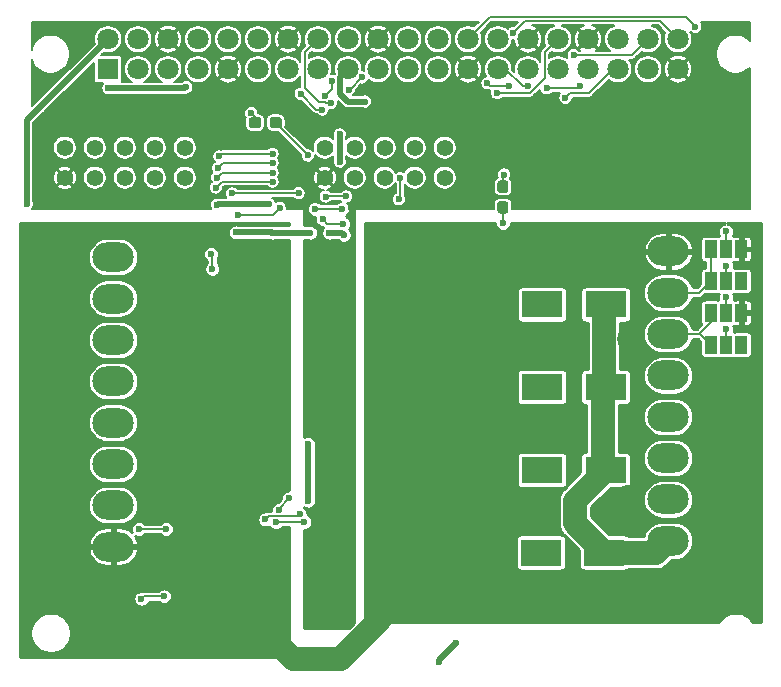
<source format=gbr>
%TF.GenerationSoftware,KiCad,Pcbnew,5.1.6-c6e7f7d~87~ubuntu18.04.1*%
%TF.CreationDate,2022-03-05T00:23:36+01:00*%
%TF.ProjectId,door_if2,646f6f72-5f69-4663-922e-6b696361645f,rev?*%
%TF.SameCoordinates,Original*%
%TF.FileFunction,Copper,L2,Bot*%
%TF.FilePolarity,Positive*%
%FSLAX46Y46*%
G04 Gerber Fmt 4.6, Leading zero omitted, Abs format (unit mm)*
G04 Created by KiCad (PCBNEW 5.1.6-c6e7f7d~87~ubuntu18.04.1) date 2022-03-05 00:23:36*
%MOMM*%
%LPD*%
G01*
G04 APERTURE LIST*
%TA.AperFunction,SMDPad,CuDef*%
%ADD10R,3.500000X2.300000*%
%TD*%
%TA.AperFunction,ComponentPad*%
%ADD11O,3.500000X2.500000*%
%TD*%
%TA.AperFunction,ComponentPad*%
%ADD12C,1.800000*%
%TD*%
%TA.AperFunction,ComponentPad*%
%ADD13R,1.800000X1.800000*%
%TD*%
%TA.AperFunction,ComponentPad*%
%ADD14C,1.422400*%
%TD*%
%TA.AperFunction,SMDPad,CuDef*%
%ADD15R,1.000000X1.500000*%
%TD*%
%TA.AperFunction,ViaPad*%
%ADD16C,0.600000*%
%TD*%
%TA.AperFunction,ViaPad*%
%ADD17C,2.000000*%
%TD*%
%TA.AperFunction,Conductor*%
%ADD18C,2.000000*%
%TD*%
%TA.AperFunction,Conductor*%
%ADD19C,0.150000*%
%TD*%
%TA.AperFunction,Conductor*%
%ADD20C,0.500000*%
%TD*%
%TA.AperFunction,Conductor*%
%ADD21C,0.250000*%
%TD*%
%TA.AperFunction,Conductor*%
%ADD22C,0.200000*%
%TD*%
%TA.AperFunction,Conductor*%
%ADD23C,0.254000*%
%TD*%
G04 APERTURE END LIST*
D10*
%TO.P,D2,2*%
%TO.N,OUT1*%
X125200000Y-109000000D03*
%TO.P,D2,1*%
%TO.N,+12V*%
X130600000Y-109000000D03*
%TD*%
%TO.P,D4,1*%
%TO.N,+12V*%
X130700000Y-102000000D03*
%TO.P,D4,2*%
%TO.N,OUT2*%
X125300000Y-102000000D03*
%TD*%
%TO.P,D6,2*%
%TO.N,OUT3*%
X125300000Y-95000000D03*
%TO.P,D6,1*%
%TO.N,+12V*%
X130700000Y-95000000D03*
%TD*%
%TO.P,D8,2*%
%TO.N,OUT4*%
X125300000Y-88000000D03*
%TO.P,D8,1*%
%TO.N,+12V*%
X130700000Y-88000000D03*
%TD*%
D11*
%TO.P,J1,1*%
%TO.N,+12V*%
X136000000Y-108000000D03*
%TO.P,J1,2*%
%TO.N,OUT1*%
X136000000Y-104502420D03*
%TO.P,J1,3*%
%TO.N,OUT2*%
X136000000Y-101002300D03*
%TO.P,J1,4*%
%TO.N,OUT3*%
X136000000Y-97502180D03*
%TO.P,J1,5*%
%TO.N,OUT4*%
X136000000Y-94000000D03*
%TO.P,J1,6*%
%TO.N,IN7*%
X136000000Y-90500000D03*
%TO.P,J1,7*%
%TO.N,IN8*%
X136000000Y-87000000D03*
%TO.P,J1,8*%
%TO.N,GNDA*%
X136000000Y-83500000D03*
%TD*%
D12*
%TO.P,J2,26*%
%TO.N,O_LED*%
X119055001Y-65535001D03*
%TO.P,J2,25*%
%TO.N,GND*%
X119055001Y-68075001D03*
%TO.P,J2,24*%
%TO.N,SPI_CS*%
X116515001Y-65535001D03*
%TO.P,J2,23*%
%TO.N,SPI_CLK*%
X116515001Y-68075001D03*
%TO.P,J2,22*%
%TO.N,S_IN6*%
X113975001Y-65535001D03*
%TO.P,J2,21*%
%TO.N,SPI_MISO*%
X113975001Y-68075001D03*
%TO.P,J2,20*%
%TO.N,GND*%
X111435001Y-65535001D03*
%TO.P,J2,19*%
%TO.N,SPI_MOSI*%
X111435001Y-68075001D03*
%TO.P,J2,18*%
%TO.N,S_IN5*%
X108895001Y-65535001D03*
%TO.P,J2,17*%
%TO.N,+3V3*%
X108895001Y-68075001D03*
%TO.P,J2,16*%
%TO.N,S_IN4*%
X106355001Y-65535001D03*
%TO.P,J2,15*%
%TO.N,S_IN3*%
X106355001Y-68075001D03*
%TO.P,J2,14*%
%TO.N,GND*%
X103815001Y-65535001D03*
%TO.P,J2,13*%
%TO.N,S_IN8*%
X103815001Y-68075001D03*
%TO.P,J2,12*%
%TO.N,S_OUT3*%
X101275001Y-65535001D03*
%TO.P,J2,11*%
%TO.N,S_OUT2*%
X101275001Y-68075001D03*
%TO.P,J2,10*%
%TO.N,UART_RX*%
X98735001Y-65535001D03*
%TO.P,J2,9*%
%TO.N,GND*%
X98735001Y-68075001D03*
%TO.P,J2,8*%
%TO.N,UART_TX*%
X96195001Y-65535001D03*
%TO.P,J2,7*%
%TO.N,GPIO2*%
X96195001Y-68075001D03*
%TO.P,J2,6*%
%TO.N,GND*%
X93655001Y-65535001D03*
%TO.P,J2,5*%
%TO.N,I2C_SCL*%
X93655001Y-68075001D03*
%TO.P,J2,4*%
%TO.N,+5V*%
X91115001Y-65535001D03*
%TO.P,J2,3*%
%TO.N,I2C_SDA*%
X91115001Y-68075001D03*
%TO.P,J2,2*%
%TO.N,+5V*%
X88575001Y-65535001D03*
D13*
%TO.P,J2,1*%
%TO.N,+3V3*%
X88575001Y-68075001D03*
D12*
%TO.P,J2,27*%
%TO.N,GPIO0*%
X121595001Y-68075001D03*
%TO.P,J2,28*%
%TO.N,GPIO1*%
X121595001Y-65535001D03*
%TO.P,J2,29*%
%TO.N,GPIO3*%
X124135001Y-68075001D03*
%TO.P,J2,30*%
%TO.N,GND*%
X124135001Y-65535001D03*
%TO.P,J2,31*%
%TO.N,GPIO4*%
X126675001Y-68075001D03*
%TO.P,J2,32*%
%TO.N,GPIO5*%
X126675001Y-65535001D03*
%TO.P,J2,33*%
%TO.N,GPIO6*%
X129215001Y-68075001D03*
%TO.P,J2,34*%
%TO.N,GND*%
X129215001Y-65535001D03*
%TO.P,J2,35*%
%TO.N,S_OUT4*%
X131755001Y-68075001D03*
%TO.P,J2,36*%
%TO.N,S_OUT1*%
X131755001Y-65535001D03*
%TO.P,J2,37*%
%TO.N,S_IN7*%
X134295001Y-68075001D03*
%TO.P,J2,38*%
%TO.N,S_IN1*%
X134295001Y-65535001D03*
%TO.P,J2,39*%
%TO.N,GND*%
X136835001Y-68075001D03*
%TO.P,J2,40*%
%TO.N,S_IN2*%
X136835001Y-65535001D03*
%TD*%
D14*
%TO.P,J3,10*%
%TO.N,GND*%
X84920000Y-77270000D03*
%TO.P,J3,9*%
%TO.N,UART_TX*%
X84920000Y-74730000D03*
%TO.P,J3,8*%
%TO.N,UART_RX*%
X87460000Y-77270000D03*
%TO.P,J3,7*%
%TO.N,I2C_SDA*%
X87460000Y-74730000D03*
%TO.P,J3,6*%
%TO.N,I2C_SCL*%
X90000000Y-77270000D03*
%TO.P,J3,5*%
%TO.N,SPI_CLK*%
X90000000Y-74730000D03*
%TO.P,J3,4*%
%TO.N,SPI_MISO*%
X92540000Y-77270000D03*
%TO.P,J3,3*%
%TO.N,SPI_MOSI*%
X92540000Y-74730000D03*
%TO.P,J3,2*%
%TO.N,SPI_CS*%
X95080000Y-77270000D03*
%TO.P,J3,1*%
%TO.N,+3V3*%
X95080000Y-74730000D03*
%TD*%
D11*
%TO.P,J4,8*%
%TO.N,GNDA*%
X89000000Y-108500000D03*
%TO.P,J4,7*%
%TO.N,IN6*%
X89000000Y-105000000D03*
%TO.P,J4,6*%
%TO.N,IN5*%
X89000000Y-101500000D03*
%TO.P,J4,5*%
%TO.N,IN4*%
X89000000Y-98000000D03*
%TO.P,J4,4*%
%TO.N,IN3*%
X89000000Y-94497820D03*
%TO.P,J4,3*%
%TO.N,IN2*%
X89000000Y-90997700D03*
%TO.P,J4,2*%
%TO.N,IN1*%
X89000000Y-87497580D03*
%TO.P,J4,1*%
%TO.N,+12V*%
X89000000Y-84000000D03*
%TD*%
D14*
%TO.P,J5,1*%
%TO.N,+3V3*%
X117080000Y-74730000D03*
%TO.P,J5,2*%
%TO.N,GPIO0*%
X117080000Y-77270000D03*
%TO.P,J5,3*%
%TO.N,GPIO1*%
X114540000Y-74730000D03*
%TO.P,J5,4*%
%TO.N,GPIO2*%
X114540000Y-77270000D03*
%TO.P,J5,5*%
%TO.N,GPIO3*%
X112000000Y-74730000D03*
%TO.P,J5,6*%
%TO.N,GPIO4*%
X112000000Y-77270000D03*
%TO.P,J5,7*%
%TO.N,GPIO5*%
X109460000Y-74730000D03*
%TO.P,J5,8*%
%TO.N,GPIO6*%
X109460000Y-77270000D03*
%TO.P,J5,9*%
%TO.N,+5V*%
X106920000Y-74730000D03*
%TO.P,J5,10*%
%TO.N,GND*%
X106920000Y-77270000D03*
%TD*%
D15*
%TO.P,JP13,1*%
%TO.N,+12V*%
X142200000Y-91400000D03*
%TO.P,JP13,2*%
%TO.N,Net-(JP13-Pad2)*%
X140900000Y-91400000D03*
%TO.P,JP13,3*%
%TO.N,IN7*%
X139600000Y-91400000D03*
%TD*%
%TO.P,JP14,3*%
%TO.N,IN7*%
X139600000Y-88700000D03*
%TO.P,JP14,2*%
%TO.N,Net-(JP14-Pad2)*%
X140900000Y-88700000D03*
%TO.P,JP14,1*%
%TO.N,GNDA*%
X142200000Y-88700000D03*
%TD*%
%TO.P,JP15,1*%
%TO.N,+12V*%
X142200000Y-86000000D03*
%TO.P,JP15,2*%
%TO.N,Net-(JP15-Pad2)*%
X140900000Y-86000000D03*
%TO.P,JP15,3*%
%TO.N,IN8*%
X139600000Y-86000000D03*
%TD*%
%TO.P,JP16,3*%
%TO.N,IN8*%
X139600000Y-83300000D03*
%TO.P,JP16,2*%
%TO.N,Net-(JP16-Pad2)*%
X140900000Y-83300000D03*
%TO.P,JP16,1*%
%TO.N,GNDA*%
X142200000Y-83300000D03*
%TD*%
%TO.P,R21,1*%
%TO.N,S_OUT3*%
%TA.AperFunction,SMDPad,CuDef*%
G36*
G01*
X100500000Y-72837500D02*
X100500000Y-72362500D01*
G75*
G02*
X100737500Y-72125000I237500J0D01*
G01*
X101312500Y-72125000D01*
G75*
G02*
X101550000Y-72362500I0J-237500D01*
G01*
X101550000Y-72837500D01*
G75*
G02*
X101312500Y-73075000I-237500J0D01*
G01*
X100737500Y-73075000D01*
G75*
G02*
X100500000Y-72837500I0J237500D01*
G01*
G37*
%TD.AperFunction*%
%TO.P,R21,2*%
%TO.N,Net-(R21-Pad2)*%
%TA.AperFunction,SMDPad,CuDef*%
G36*
G01*
X102250000Y-72837500D02*
X102250000Y-72362500D01*
G75*
G02*
X102487500Y-72125000I237500J0D01*
G01*
X103062500Y-72125000D01*
G75*
G02*
X103300000Y-72362500I0J-237500D01*
G01*
X103300000Y-72837500D01*
G75*
G02*
X103062500Y-73075000I-237500J0D01*
G01*
X102487500Y-73075000D01*
G75*
G02*
X102250000Y-72837500I0J237500D01*
G01*
G37*
%TD.AperFunction*%
%TD*%
%TO.P,R22,1*%
%TO.N,S_OUT4*%
%TA.AperFunction,SMDPad,CuDef*%
G36*
G01*
X121762500Y-77500000D02*
X122237500Y-77500000D01*
G75*
G02*
X122475000Y-77737500I0J-237500D01*
G01*
X122475000Y-78312500D01*
G75*
G02*
X122237500Y-78550000I-237500J0D01*
G01*
X121762500Y-78550000D01*
G75*
G02*
X121525000Y-78312500I0J237500D01*
G01*
X121525000Y-77737500D01*
G75*
G02*
X121762500Y-77500000I237500J0D01*
G01*
G37*
%TD.AperFunction*%
%TO.P,R22,2*%
%TO.N,Net-(R22-Pad2)*%
%TA.AperFunction,SMDPad,CuDef*%
G36*
G01*
X121762500Y-79250000D02*
X122237500Y-79250000D01*
G75*
G02*
X122475000Y-79487500I0J-237500D01*
G01*
X122475000Y-80062500D01*
G75*
G02*
X122237500Y-80300000I-237500J0D01*
G01*
X121762500Y-80300000D01*
G75*
G02*
X121525000Y-80062500I0J237500D01*
G01*
X121525000Y-79487500D01*
G75*
G02*
X121762500Y-79250000I237500J0D01*
G01*
G37*
%TD.AperFunction*%
%TD*%
D16*
%TO.N,GND*%
X125900000Y-79500000D03*
X123200000Y-79300000D03*
X125800000Y-77000000D03*
X125800000Y-74500000D03*
X108900000Y-114800000D03*
X108500000Y-111900000D03*
X105700000Y-109300000D03*
X105900000Y-97200000D03*
X105700000Y-94300000D03*
X105800000Y-92000000D03*
X105700000Y-89200000D03*
X108600000Y-113900000D03*
X142700000Y-76500000D03*
D17*
%TO.N,OUT1*%
X125100000Y-109000000D03*
D16*
%TO.N,+12V*%
X97400000Y-85000000D03*
X97300000Y-83700000D03*
X93500000Y-107000000D03*
X91200000Y-107000000D03*
X93300000Y-112700000D03*
X91400000Y-112900000D03*
X142200000Y-91400000D03*
X142200000Y-86000000D03*
X118000000Y-116700000D03*
X116607809Y-118298844D03*
%TO.N,GNDA*%
X118200000Y-108100000D03*
X110600000Y-108200000D03*
X111400000Y-106900000D03*
X118100000Y-101000000D03*
X111400000Y-99300000D03*
X111400000Y-100400000D03*
X118000000Y-87200000D03*
X111500000Y-85200000D03*
X119400000Y-93700000D03*
X118000000Y-94100000D03*
D17*
X132700000Y-90900000D03*
X133500000Y-112000000D03*
X132800000Y-99100014D03*
X132500000Y-104300000D03*
D16*
X97300000Y-117000000D03*
X97400000Y-110900000D03*
X97500000Y-105700000D03*
X97400000Y-99800000D03*
X97400000Y-94100000D03*
X97600000Y-88400000D03*
X111100087Y-86328160D03*
X111039452Y-93696187D03*
D17*
%TO.N,OUT2*%
X125300000Y-102000000D03*
%TO.N,OUT3*%
X125200000Y-95000000D03*
%TO.N,OUT4*%
X125500000Y-88000000D03*
D16*
%TO.N,SPI_CLK*%
X102500076Y-77600000D03*
X97693900Y-78102338D03*
%TO.N,SPI_MISO*%
X102500076Y-75997235D03*
X97883500Y-76430939D03*
%TO.N,SPI_MOSI*%
X110049376Y-68774965D03*
X102500076Y-75247222D03*
X108950762Y-69807969D03*
X97999990Y-75468780D03*
%TO.N,SPI_CS*%
X102500076Y-76834786D03*
X97803811Y-77249950D03*
%TO.N,+3V3*%
X88600000Y-69700000D03*
X95200000Y-69600000D03*
X99400000Y-81900000D03*
X102500000Y-81925000D03*
X104100000Y-81925000D03*
X105700000Y-81925000D03*
X107300000Y-81925000D03*
X108525020Y-82100000D03*
X105525000Y-99800000D03*
X105525000Y-101400000D03*
X105525000Y-103000000D03*
X105525000Y-104600000D03*
X108200000Y-75900000D03*
X108200000Y-73600000D03*
X110312727Y-70812735D03*
%TO.N,GPIO0*%
X124102905Y-69539573D03*
%TO.N,GPIO1*%
X122482852Y-69509481D03*
X120692665Y-69274979D03*
%TO.N,GPIO2*%
X113300000Y-77300000D03*
X113200000Y-79100000D03*
X99074990Y-78600000D03*
X108729820Y-78849989D03*
X104700919Y-78564540D03*
X107002513Y-78858754D03*
%TO.N,GPIO5*%
X121500000Y-70100000D03*
%TO.N,GPIO6*%
X125700000Y-69700000D03*
X128500000Y-69500000D03*
%TO.N,+5V*%
X81700000Y-79500000D03*
X102200000Y-79500000D03*
X97800000Y-79550013D03*
%TO.N,S_IN1*%
X128000000Y-66900000D03*
%TO.N,S_IN2*%
X122896238Y-64998371D03*
%TO.N,S_IN3*%
X104882002Y-70174913D03*
X106700000Y-71500000D03*
%TO.N,O_LED*%
X138300000Y-64500000D03*
%TO.N,S_IN4*%
X107442344Y-70942344D03*
%TO.N,S_IN5*%
X107550742Y-69091033D03*
X106972914Y-70325362D03*
%TO.N,S_IN6*%
X103900000Y-104400000D03*
X103024988Y-105400000D03*
%TO.N,S_IN7*%
X105200000Y-106400000D03*
X102795263Y-106450011D03*
%TO.N,S_IN8*%
X101900000Y-106200000D03*
X104783969Y-105775953D03*
%TO.N,Net-(R20-Pad2)*%
X99600000Y-80400000D03*
X103100000Y-79800000D03*
X106100004Y-79900000D03*
X108400045Y-79900009D03*
%TO.N,S_OUT3*%
X100700000Y-71800000D03*
%TO.N,Net-(R21-Pad2)*%
X105500001Y-75383276D03*
X102775000Y-72600000D03*
X108500008Y-81170945D03*
X106737667Y-80781813D03*
%TO.N,S_OUT4*%
X122100000Y-77000000D03*
X127300000Y-70500000D03*
%TO.N,Net-(R22-Pad2)*%
X122000000Y-81100000D03*
%TO.N,Net-(JP13-Pad2)*%
X140900000Y-90100000D03*
%TO.N,Net-(JP14-Pad2)*%
X140900000Y-87400000D03*
%TO.N,Net-(JP15-Pad2)*%
X140900000Y-84700000D03*
%TO.N,Net-(JP16-Pad2)*%
X140900000Y-81800000D03*
%TD*%
D18*
%TO.N,OUT1*%
X125200000Y-109000000D02*
X125100000Y-109000000D01*
%TO.N,+12V*%
X135000000Y-109000000D02*
X136000000Y-108000000D01*
X130600000Y-109000000D02*
X135000000Y-109000000D01*
X130549999Y-88150001D02*
X130549999Y-94849999D01*
X130700000Y-88000000D02*
X130549999Y-88150001D01*
X130549999Y-94849999D02*
X130700000Y-95000000D01*
X130449946Y-101749946D02*
X130700000Y-102000000D01*
X130449946Y-95250054D02*
X130449946Y-101749946D01*
X130700000Y-95000000D02*
X130449946Y-95250054D01*
X128100000Y-106500000D02*
X130600000Y-109000000D01*
X128100000Y-104600000D02*
X128100000Y-106500000D01*
X130700000Y-102000000D02*
X128100000Y-104600000D01*
D19*
X97400000Y-83800000D02*
X97300000Y-83700000D01*
X97400000Y-85000000D02*
X97400000Y-83800000D01*
X93500000Y-107000000D02*
X91200000Y-107000000D01*
X91600000Y-112700000D02*
X91400000Y-112900000D01*
X93300000Y-112700000D02*
X91600000Y-112700000D01*
D20*
X116607809Y-118092191D02*
X116607809Y-118298844D01*
X118000000Y-116700000D02*
X116607809Y-118092191D01*
D18*
%TO.N,GNDA*%
X111800000Y-113700000D02*
X111800000Y-114500000D01*
X111800000Y-114500000D02*
X108300000Y-118000000D01*
X108300000Y-118000000D02*
X104200000Y-118000000D01*
X104200000Y-118000000D02*
X102100000Y-115900000D01*
%TO.N,OUT3*%
X125300000Y-95000000D02*
X125200000Y-95000000D01*
%TO.N,OUT4*%
X125300000Y-88000000D02*
X125500000Y-88000000D01*
D19*
%TO.N,IN7*%
X138700000Y-90500000D02*
X139600000Y-91400000D01*
X139600000Y-89500000D02*
X138600000Y-90500000D01*
X139600000Y-88700000D02*
X139600000Y-89500000D01*
X138600000Y-90500000D02*
X138700000Y-90500000D01*
X136000000Y-90500000D02*
X138600000Y-90500000D01*
%TO.N,IN8*%
X138600000Y-87000000D02*
X139600000Y-86000000D01*
X136000000Y-87000000D02*
X138600000Y-87000000D01*
X139600000Y-83300000D02*
X139600000Y-86000000D01*
%TO.N,SPI_CLK*%
X102500076Y-77600000D02*
X98196238Y-77600000D01*
X98196238Y-77600000D02*
X97693900Y-78102338D01*
%TO.N,SPI_MISO*%
X98317204Y-75997235D02*
X97883500Y-76430939D01*
X102500076Y-75997235D02*
X98317204Y-75997235D01*
%TO.N,SPI_MOSI*%
X109016372Y-69807969D02*
X108950762Y-69807969D01*
X110049376Y-68774965D02*
X109016372Y-69807969D01*
X102500076Y-75247222D02*
X98221548Y-75247222D01*
X98221548Y-75247222D02*
X97999990Y-75468780D01*
%TO.N,SPI_CS*%
X102500076Y-76834786D02*
X98218975Y-76834786D01*
X98218975Y-76834786D02*
X97803811Y-77249950D01*
D20*
%TO.N,+3V3*%
X95100000Y-69700000D02*
X95200000Y-69600000D01*
X88600000Y-69700000D02*
X95100000Y-69700000D01*
X102475000Y-81900000D02*
X102500000Y-81925000D01*
X99400000Y-81900000D02*
X102475000Y-81900000D01*
X102500000Y-81925000D02*
X104100000Y-81925000D01*
X104100000Y-81925000D02*
X105700000Y-81925000D01*
X108350020Y-81925000D02*
X108525020Y-82100000D01*
X107300000Y-81925000D02*
X108350020Y-81925000D01*
X105525000Y-99800000D02*
X105525000Y-101400000D01*
X105525000Y-101400000D02*
X105525000Y-103000000D01*
X105525000Y-103000000D02*
X105525000Y-104600000D01*
X108200000Y-75900000D02*
X108200000Y-73600000D01*
X108250752Y-70200000D02*
X108250752Y-68719250D01*
X108863487Y-70812735D02*
X110312727Y-70812735D01*
X108250752Y-68719250D02*
X108895001Y-68075001D01*
X108250752Y-70200000D02*
X108863487Y-70812735D01*
D19*
%TO.N,GPIO0*%
X123678641Y-69539573D02*
X124102905Y-69539573D01*
X121595001Y-68075001D02*
X122214069Y-68075001D01*
X122214069Y-68075001D02*
X123678641Y-69539573D01*
%TO.N,GPIO1*%
X122482852Y-69509481D02*
X120927167Y-69509481D01*
X120927167Y-69509481D02*
X120692665Y-69274979D01*
%TO.N,GPIO2*%
X113300000Y-77300000D02*
X113300000Y-79000000D01*
X113300000Y-79000000D02*
X113200000Y-79100000D01*
X107011278Y-78849989D02*
X107002513Y-78858754D01*
X104665459Y-78600000D02*
X104700919Y-78564540D01*
X99074990Y-78600000D02*
X104665459Y-78600000D01*
X108729820Y-78849989D02*
X107011278Y-78849989D01*
%TO.N,GPIO5*%
X121500000Y-70100000D02*
X124300000Y-70100000D01*
X125550000Y-66660002D02*
X126675001Y-65535001D01*
X125550000Y-68850000D02*
X125550000Y-66660002D01*
X124300000Y-70100000D02*
X125550000Y-68850000D01*
%TO.N,GPIO6*%
X128300000Y-69700000D02*
X128500000Y-69500000D01*
X125700000Y-69700000D02*
X128300000Y-69700000D01*
D20*
%TO.N,+5V*%
X88575001Y-65535001D02*
X81700000Y-72410002D01*
X81700000Y-72410002D02*
X81700000Y-79500000D01*
X97850013Y-79500000D02*
X97800000Y-79550013D01*
X102200000Y-79500000D02*
X97850013Y-79500000D01*
D19*
%TO.N,S_IN1*%
X132930002Y-66900000D02*
X134295001Y-65535001D01*
X128000000Y-66900000D02*
X132930002Y-66900000D01*
%TO.N,S_IN2*%
X135300000Y-64000000D02*
X136835001Y-65535001D01*
X123894609Y-64000000D02*
X135300000Y-64000000D01*
X122896238Y-64998371D02*
X123894609Y-64000000D01*
%TO.N,S_IN3*%
X104882002Y-70174913D02*
X106207089Y-71500000D01*
X106207089Y-71500000D02*
X106700000Y-71500000D01*
%TO.N,O_LED*%
X119055001Y-65535001D02*
X120890013Y-63699989D01*
X138000001Y-64200001D02*
X138300000Y-64500000D01*
X120890013Y-63699989D02*
X137499989Y-63699989D01*
X137499989Y-63699989D02*
X138000001Y-64200001D01*
%TO.N,S_IN4*%
X107018080Y-70942344D02*
X107442344Y-70942344D01*
X106925691Y-70849955D02*
X107018080Y-70942344D01*
X105230000Y-69630000D02*
X106449955Y-70849955D01*
X106449955Y-70849955D02*
X106925691Y-70849955D01*
X105230000Y-66660002D02*
X105230000Y-69630000D01*
X106355001Y-65535001D02*
X105230000Y-66660002D01*
%TO.N,S_IN5*%
X107550742Y-69091033D02*
X107550742Y-69747534D01*
X107550742Y-69747534D02*
X106972914Y-70325362D01*
%TO.N,S_IN6*%
X103024988Y-105275012D02*
X103024988Y-105400000D01*
X103900000Y-104400000D02*
X103024988Y-105275012D01*
%TO.N,S_IN7*%
X102845274Y-106400000D02*
X102795263Y-106450011D01*
X105200000Y-106400000D02*
X102845274Y-106400000D01*
%TO.N,S_IN8*%
X102174999Y-105925001D02*
X104634921Y-105925001D01*
X104634921Y-105925001D02*
X104783969Y-105775953D01*
X101900000Y-106200000D02*
X102174999Y-105925001D01*
%TO.N,Net-(R20-Pad2)*%
X102500000Y-80400000D02*
X103100000Y-79800000D01*
X99600000Y-80400000D02*
X102500000Y-80400000D01*
X108400045Y-79900009D02*
X106100013Y-79900009D01*
X106100013Y-79900009D02*
X106100004Y-79900000D01*
%TO.N,S_OUT3*%
X101025000Y-72125000D02*
X100700000Y-71800000D01*
X101025000Y-72600000D02*
X101025000Y-72125000D01*
%TO.N,Net-(R21-Pad2)*%
X105500001Y-75383276D02*
X102775000Y-72658275D01*
X102775000Y-72658275D02*
X102775000Y-72600000D01*
X108500008Y-81170945D02*
X107126799Y-81170945D01*
X107126799Y-81170945D02*
X106737667Y-80781813D01*
%TO.N,S_OUT4*%
X122000000Y-77100000D02*
X122100000Y-77000000D01*
X122000000Y-78025000D02*
X122000000Y-77100000D01*
X127300000Y-70500000D02*
X127700000Y-70100000D01*
X127700000Y-70100000D02*
X129300000Y-70100000D01*
X131324999Y-68075001D02*
X131755001Y-68075001D01*
X129300000Y-70100000D02*
X131324999Y-68075001D01*
%TO.N,Net-(R22-Pad2)*%
X122000000Y-81100000D02*
X122000000Y-79775000D01*
%TO.N,Net-(JP13-Pad2)*%
X140900000Y-90100000D02*
X140900000Y-91400000D01*
%TO.N,Net-(JP14-Pad2)*%
X140900000Y-87400000D02*
X140900000Y-88700000D01*
%TO.N,Net-(JP15-Pad2)*%
X140900000Y-84700000D02*
X140900000Y-86000000D01*
%TO.N,Net-(JP16-Pad2)*%
X140900000Y-81800000D02*
X140900000Y-83300000D01*
%TD*%
D21*
%TO.N,GNDA*%
G36*
X121325000Y-81166482D02*
G01*
X121350940Y-81296890D01*
X121401823Y-81419732D01*
X121475693Y-81530287D01*
X121569713Y-81624307D01*
X121680268Y-81698177D01*
X121803110Y-81749060D01*
X121933518Y-81775000D01*
X122066482Y-81775000D01*
X122196890Y-81749060D01*
X122319732Y-81698177D01*
X122430287Y-81624307D01*
X122524307Y-81530287D01*
X122598177Y-81419732D01*
X122649060Y-81296890D01*
X122675000Y-81166482D01*
X122675000Y-81125000D01*
X140833518Y-81125000D01*
X140703110Y-81150940D01*
X140580268Y-81201823D01*
X140469713Y-81275693D01*
X140375693Y-81369713D01*
X140301823Y-81480268D01*
X140250940Y-81603110D01*
X140225000Y-81733518D01*
X140225000Y-81866482D01*
X140250940Y-81996890D01*
X140301823Y-82119732D01*
X140341396Y-82178958D01*
X140326487Y-82180426D01*
X140255800Y-82201869D01*
X140250000Y-82204969D01*
X140244200Y-82201869D01*
X140173513Y-82180426D01*
X140100000Y-82173186D01*
X139100000Y-82173186D01*
X139026487Y-82180426D01*
X138955800Y-82201869D01*
X138890653Y-82236691D01*
X138833552Y-82283552D01*
X138786691Y-82340653D01*
X138751869Y-82405800D01*
X138730426Y-82476487D01*
X138723186Y-82550000D01*
X138723186Y-84050000D01*
X138730426Y-84123513D01*
X138751869Y-84194200D01*
X138786691Y-84259347D01*
X138833552Y-84316448D01*
X138890653Y-84363309D01*
X138955800Y-84398131D01*
X139026487Y-84419574D01*
X139100000Y-84426814D01*
X139150000Y-84426814D01*
X139150001Y-84873186D01*
X139100000Y-84873186D01*
X139026487Y-84880426D01*
X138955800Y-84901869D01*
X138890653Y-84936691D01*
X138833552Y-84983552D01*
X138786691Y-85040653D01*
X138751869Y-85105800D01*
X138730426Y-85176487D01*
X138723186Y-85250000D01*
X138723186Y-86240419D01*
X138413605Y-86550000D01*
X138061614Y-86550000D01*
X138008568Y-86375131D01*
X137857675Y-86092830D01*
X137654608Y-85845392D01*
X137407170Y-85642325D01*
X137124869Y-85491432D01*
X136818556Y-85398513D01*
X136579824Y-85375000D01*
X135420176Y-85375000D01*
X135181444Y-85398513D01*
X134875131Y-85491432D01*
X134592830Y-85642325D01*
X134345392Y-85845392D01*
X134142325Y-86092830D01*
X133991432Y-86375131D01*
X133898513Y-86681444D01*
X133867138Y-87000000D01*
X133898513Y-87318556D01*
X133991432Y-87624869D01*
X134142325Y-87907170D01*
X134345392Y-88154608D01*
X134592830Y-88357675D01*
X134875131Y-88508568D01*
X135181444Y-88601487D01*
X135420176Y-88625000D01*
X136579824Y-88625000D01*
X136818556Y-88601487D01*
X137124869Y-88508568D01*
X137407170Y-88357675D01*
X137654608Y-88154608D01*
X137857675Y-87907170D01*
X138008568Y-87624869D01*
X138061614Y-87450000D01*
X138577906Y-87450000D01*
X138600000Y-87452176D01*
X138622094Y-87450000D01*
X138622105Y-87450000D01*
X138688215Y-87443489D01*
X138773041Y-87417757D01*
X138851216Y-87375971D01*
X138919737Y-87319737D01*
X138933829Y-87302566D01*
X139109581Y-87126814D01*
X140100000Y-87126814D01*
X140173513Y-87119574D01*
X140244200Y-87098131D01*
X140250000Y-87095031D01*
X140255800Y-87098131D01*
X140290112Y-87108540D01*
X140250940Y-87203110D01*
X140225000Y-87333518D01*
X140225000Y-87466482D01*
X140250940Y-87596890D01*
X140253510Y-87603093D01*
X140250000Y-87604969D01*
X140244200Y-87601869D01*
X140173513Y-87580426D01*
X140100000Y-87573186D01*
X139100000Y-87573186D01*
X139026487Y-87580426D01*
X138955800Y-87601869D01*
X138890653Y-87636691D01*
X138833552Y-87683552D01*
X138786691Y-87740653D01*
X138751869Y-87805800D01*
X138730426Y-87876487D01*
X138723186Y-87950000D01*
X138723186Y-89450000D01*
X138730426Y-89523513D01*
X138751869Y-89594200D01*
X138786691Y-89659347D01*
X138794609Y-89668995D01*
X138413605Y-90050000D01*
X138061614Y-90050000D01*
X138008568Y-89875131D01*
X137857675Y-89592830D01*
X137654608Y-89345392D01*
X137407170Y-89142325D01*
X137124869Y-88991432D01*
X136818556Y-88898513D01*
X136579824Y-88875000D01*
X135420176Y-88875000D01*
X135181444Y-88898513D01*
X134875131Y-88991432D01*
X134592830Y-89142325D01*
X134345392Y-89345392D01*
X134142325Y-89592830D01*
X133991432Y-89875131D01*
X133898513Y-90181444D01*
X133867138Y-90500000D01*
X133898513Y-90818556D01*
X133991432Y-91124869D01*
X134142325Y-91407170D01*
X134345392Y-91654608D01*
X134592830Y-91857675D01*
X134875131Y-92008568D01*
X135181444Y-92101487D01*
X135420176Y-92125000D01*
X136579824Y-92125000D01*
X136818556Y-92101487D01*
X137124869Y-92008568D01*
X137407170Y-91857675D01*
X137654608Y-91654608D01*
X137857675Y-91407170D01*
X138008568Y-91124869D01*
X138061614Y-90950000D01*
X138513605Y-90950000D01*
X138723186Y-91159581D01*
X138723186Y-92150000D01*
X138730426Y-92223513D01*
X138751869Y-92294200D01*
X138786691Y-92359347D01*
X138833552Y-92416448D01*
X138890653Y-92463309D01*
X138955800Y-92498131D01*
X139026487Y-92519574D01*
X139100000Y-92526814D01*
X140100000Y-92526814D01*
X140173513Y-92519574D01*
X140244200Y-92498131D01*
X140250000Y-92495031D01*
X140255800Y-92498131D01*
X140326487Y-92519574D01*
X140400000Y-92526814D01*
X141400000Y-92526814D01*
X141473513Y-92519574D01*
X141544200Y-92498131D01*
X141550000Y-92495031D01*
X141555800Y-92498131D01*
X141626487Y-92519574D01*
X141700000Y-92526814D01*
X142700000Y-92526814D01*
X142773513Y-92519574D01*
X142844200Y-92498131D01*
X142909347Y-92463309D01*
X142966448Y-92416448D01*
X143013309Y-92359347D01*
X143048131Y-92294200D01*
X143069574Y-92223513D01*
X143076814Y-92150000D01*
X143076814Y-90650000D01*
X143069574Y-90576487D01*
X143048131Y-90505800D01*
X143013309Y-90440653D01*
X142966448Y-90383552D01*
X142909347Y-90336691D01*
X142844200Y-90301869D01*
X142773513Y-90280426D01*
X142700000Y-90273186D01*
X141700000Y-90273186D01*
X141626487Y-90280426D01*
X141555800Y-90301869D01*
X141550000Y-90304969D01*
X141546490Y-90303093D01*
X141549060Y-90296890D01*
X141575000Y-90166482D01*
X141575000Y-90033518D01*
X141549060Y-89903110D01*
X141509888Y-89808540D01*
X141544200Y-89798131D01*
X141550000Y-89795031D01*
X141555800Y-89798131D01*
X141626487Y-89819574D01*
X141700000Y-89826814D01*
X141981250Y-89825000D01*
X142075000Y-89731250D01*
X142075000Y-88825000D01*
X142325000Y-88825000D01*
X142325000Y-89731250D01*
X142418750Y-89825000D01*
X142700000Y-89826814D01*
X142773513Y-89819574D01*
X142844200Y-89798131D01*
X142909347Y-89763309D01*
X142966448Y-89716448D01*
X143013309Y-89659347D01*
X143048131Y-89594200D01*
X143069574Y-89523513D01*
X143076814Y-89450000D01*
X143075000Y-88918750D01*
X142981250Y-88825000D01*
X142325000Y-88825000D01*
X142075000Y-88825000D01*
X142055000Y-88825000D01*
X142055000Y-88575000D01*
X142075000Y-88575000D01*
X142075000Y-87668750D01*
X142325000Y-87668750D01*
X142325000Y-88575000D01*
X142981250Y-88575000D01*
X143075000Y-88481250D01*
X143076814Y-87950000D01*
X143069574Y-87876487D01*
X143048131Y-87805800D01*
X143013309Y-87740653D01*
X142966448Y-87683552D01*
X142909347Y-87636691D01*
X142844200Y-87601869D01*
X142773513Y-87580426D01*
X142700000Y-87573186D01*
X142418750Y-87575000D01*
X142325000Y-87668750D01*
X142075000Y-87668750D01*
X141981250Y-87575000D01*
X141700000Y-87573186D01*
X141626487Y-87580426D01*
X141555800Y-87601869D01*
X141550000Y-87604969D01*
X141546490Y-87603093D01*
X141549060Y-87596890D01*
X141575000Y-87466482D01*
X141575000Y-87333518D01*
X141549060Y-87203110D01*
X141509888Y-87108540D01*
X141544200Y-87098131D01*
X141550000Y-87095031D01*
X141555800Y-87098131D01*
X141626487Y-87119574D01*
X141700000Y-87126814D01*
X142700000Y-87126814D01*
X142773513Y-87119574D01*
X142844200Y-87098131D01*
X142909347Y-87063309D01*
X142966448Y-87016448D01*
X143013309Y-86959347D01*
X143048131Y-86894200D01*
X143069574Y-86823513D01*
X143076814Y-86750000D01*
X143076814Y-85250000D01*
X143069574Y-85176487D01*
X143048131Y-85105800D01*
X143013309Y-85040653D01*
X142966448Y-84983552D01*
X142909347Y-84936691D01*
X142844200Y-84901869D01*
X142773513Y-84880426D01*
X142700000Y-84873186D01*
X141700000Y-84873186D01*
X141626487Y-84880426D01*
X141555800Y-84901869D01*
X141550000Y-84904969D01*
X141546490Y-84903093D01*
X141549060Y-84896890D01*
X141575000Y-84766482D01*
X141575000Y-84633518D01*
X141549060Y-84503110D01*
X141509888Y-84408540D01*
X141544200Y-84398131D01*
X141550000Y-84395031D01*
X141555800Y-84398131D01*
X141626487Y-84419574D01*
X141700000Y-84426814D01*
X141981250Y-84425000D01*
X142075000Y-84331250D01*
X142075000Y-83425000D01*
X142325000Y-83425000D01*
X142325000Y-84331250D01*
X142418750Y-84425000D01*
X142700000Y-84426814D01*
X142773513Y-84419574D01*
X142844200Y-84398131D01*
X142909347Y-84363309D01*
X142966448Y-84316448D01*
X143013309Y-84259347D01*
X143048131Y-84194200D01*
X143069574Y-84123513D01*
X143076814Y-84050000D01*
X143075000Y-83518750D01*
X142981250Y-83425000D01*
X142325000Y-83425000D01*
X142075000Y-83425000D01*
X142055000Y-83425000D01*
X142055000Y-83175000D01*
X142075000Y-83175000D01*
X142075000Y-82268750D01*
X142325000Y-82268750D01*
X142325000Y-83175000D01*
X142981250Y-83175000D01*
X143075000Y-83081250D01*
X143076814Y-82550000D01*
X143069574Y-82476487D01*
X143048131Y-82405800D01*
X143013309Y-82340653D01*
X142966448Y-82283552D01*
X142909347Y-82236691D01*
X142844200Y-82201869D01*
X142773513Y-82180426D01*
X142700000Y-82173186D01*
X142418750Y-82175000D01*
X142325000Y-82268750D01*
X142075000Y-82268750D01*
X141981250Y-82175000D01*
X141700000Y-82173186D01*
X141626487Y-82180426D01*
X141555800Y-82201869D01*
X141550000Y-82204969D01*
X141544200Y-82201869D01*
X141473513Y-82180426D01*
X141458604Y-82178958D01*
X141498177Y-82119732D01*
X141549060Y-81996890D01*
X141575000Y-81866482D01*
X141575000Y-81733518D01*
X141549060Y-81603110D01*
X141498177Y-81480268D01*
X141424307Y-81369713D01*
X141330287Y-81275693D01*
X141219732Y-81201823D01*
X141096890Y-81150940D01*
X140966482Y-81125000D01*
X143875000Y-81125000D01*
X143875000Y-114875000D01*
X143158235Y-114875000D01*
X143044896Y-114705377D01*
X142804625Y-114465106D01*
X142522095Y-114276325D01*
X142208165Y-114146291D01*
X141874899Y-114080001D01*
X141535103Y-114080001D01*
X141201837Y-114146291D01*
X140887907Y-114276325D01*
X140605377Y-114465106D01*
X140365106Y-114705377D01*
X140251767Y-114875000D01*
X110325000Y-114875000D01*
X110325000Y-107850000D01*
X123073186Y-107850000D01*
X123073186Y-110150000D01*
X123080426Y-110223513D01*
X123101869Y-110294200D01*
X123136691Y-110359347D01*
X123183552Y-110416448D01*
X123240653Y-110463309D01*
X123305800Y-110498131D01*
X123376487Y-110519574D01*
X123450000Y-110526814D01*
X126950000Y-110526814D01*
X127023513Y-110519574D01*
X127094200Y-110498131D01*
X127159347Y-110463309D01*
X127216448Y-110416448D01*
X127263309Y-110359347D01*
X127298131Y-110294200D01*
X127319574Y-110223513D01*
X127326814Y-110150000D01*
X127326814Y-107850000D01*
X127319574Y-107776487D01*
X127298131Y-107705800D01*
X127263309Y-107640653D01*
X127216448Y-107583552D01*
X127159347Y-107536691D01*
X127094200Y-107501869D01*
X127023513Y-107480426D01*
X126950000Y-107473186D01*
X123450000Y-107473186D01*
X123376487Y-107480426D01*
X123305800Y-107501869D01*
X123240653Y-107536691D01*
X123183552Y-107583552D01*
X123136691Y-107640653D01*
X123101869Y-107705800D01*
X123080426Y-107776487D01*
X123073186Y-107850000D01*
X110325000Y-107850000D01*
X110325000Y-104600000D01*
X126718348Y-104600000D01*
X126725000Y-104667539D01*
X126725001Y-106432452D01*
X126718348Y-106500000D01*
X126744896Y-106769546D01*
X126823519Y-107028735D01*
X126951198Y-107267605D01*
X127079964Y-107424507D01*
X127079969Y-107424512D01*
X127123025Y-107476976D01*
X127175489Y-107520032D01*
X128473186Y-108817730D01*
X128473186Y-110150000D01*
X128480426Y-110223513D01*
X128501869Y-110294200D01*
X128536691Y-110359347D01*
X128583552Y-110416448D01*
X128640653Y-110463309D01*
X128705800Y-110498131D01*
X128776487Y-110519574D01*
X128850000Y-110526814D01*
X132350000Y-110526814D01*
X132423513Y-110519574D01*
X132494200Y-110498131D01*
X132559347Y-110463309D01*
X132616448Y-110416448D01*
X132650463Y-110375000D01*
X134932461Y-110375000D01*
X135000000Y-110381652D01*
X135067539Y-110375000D01*
X135067549Y-110375000D01*
X135269547Y-110355105D01*
X135528736Y-110276481D01*
X135767605Y-110148802D01*
X135976976Y-109976976D01*
X136020036Y-109924507D01*
X136319543Y-109625000D01*
X136579824Y-109625000D01*
X136818556Y-109601487D01*
X137124869Y-109508568D01*
X137407170Y-109357675D01*
X137654608Y-109154608D01*
X137857675Y-108907170D01*
X138008568Y-108624869D01*
X138101487Y-108318556D01*
X138132862Y-108000000D01*
X138101487Y-107681444D01*
X138008568Y-107375131D01*
X137857675Y-107092830D01*
X137654608Y-106845392D01*
X137407170Y-106642325D01*
X137124869Y-106491432D01*
X136818556Y-106398513D01*
X136579824Y-106375000D01*
X135420176Y-106375000D01*
X135181444Y-106398513D01*
X134875131Y-106491432D01*
X134592830Y-106642325D01*
X134345392Y-106845392D01*
X134142325Y-107092830D01*
X133991432Y-107375131D01*
X133915635Y-107625000D01*
X132650463Y-107625000D01*
X132616448Y-107583552D01*
X132559347Y-107536691D01*
X132494200Y-107501869D01*
X132423513Y-107480426D01*
X132350000Y-107473186D01*
X131017730Y-107473186D01*
X129475000Y-105930457D01*
X129475000Y-105169543D01*
X130142123Y-104502420D01*
X133867138Y-104502420D01*
X133898513Y-104820976D01*
X133991432Y-105127289D01*
X134142325Y-105409590D01*
X134345392Y-105657028D01*
X134592830Y-105860095D01*
X134875131Y-106010988D01*
X135181444Y-106103907D01*
X135420176Y-106127420D01*
X136579824Y-106127420D01*
X136818556Y-106103907D01*
X137124869Y-106010988D01*
X137407170Y-105860095D01*
X137654608Y-105657028D01*
X137857675Y-105409590D01*
X138008568Y-105127289D01*
X138101487Y-104820976D01*
X138132862Y-104502420D01*
X138101487Y-104183864D01*
X138008568Y-103877551D01*
X137857675Y-103595250D01*
X137654608Y-103347812D01*
X137407170Y-103144745D01*
X137124869Y-102993852D01*
X136818556Y-102900933D01*
X136579824Y-102877420D01*
X135420176Y-102877420D01*
X135181444Y-102900933D01*
X134875131Y-102993852D01*
X134592830Y-103144745D01*
X134345392Y-103347812D01*
X134142325Y-103595250D01*
X133991432Y-103877551D01*
X133898513Y-104183864D01*
X133867138Y-104502420D01*
X130142123Y-104502420D01*
X131117729Y-103526814D01*
X132450000Y-103526814D01*
X132523513Y-103519574D01*
X132594200Y-103498131D01*
X132659347Y-103463309D01*
X132716448Y-103416448D01*
X132763309Y-103359347D01*
X132798131Y-103294200D01*
X132819574Y-103223513D01*
X132826814Y-103150000D01*
X132826814Y-101002300D01*
X133867138Y-101002300D01*
X133898513Y-101320856D01*
X133991432Y-101627169D01*
X134142325Y-101909470D01*
X134345392Y-102156908D01*
X134592830Y-102359975D01*
X134875131Y-102510868D01*
X135181444Y-102603787D01*
X135420176Y-102627300D01*
X136579824Y-102627300D01*
X136818556Y-102603787D01*
X137124869Y-102510868D01*
X137407170Y-102359975D01*
X137654608Y-102156908D01*
X137857675Y-101909470D01*
X138008568Y-101627169D01*
X138101487Y-101320856D01*
X138132862Y-101002300D01*
X138101487Y-100683744D01*
X138008568Y-100377431D01*
X137857675Y-100095130D01*
X137654608Y-99847692D01*
X137407170Y-99644625D01*
X137124869Y-99493732D01*
X136818556Y-99400813D01*
X136579824Y-99377300D01*
X135420176Y-99377300D01*
X135181444Y-99400813D01*
X134875131Y-99493732D01*
X134592830Y-99644625D01*
X134345392Y-99847692D01*
X134142325Y-100095130D01*
X133991432Y-100377431D01*
X133898513Y-100683744D01*
X133867138Y-101002300D01*
X132826814Y-101002300D01*
X132826814Y-100850000D01*
X132819574Y-100776487D01*
X132798131Y-100705800D01*
X132763309Y-100640653D01*
X132716448Y-100583552D01*
X132659347Y-100536691D01*
X132594200Y-100501869D01*
X132523513Y-100480426D01*
X132450000Y-100473186D01*
X131824946Y-100473186D01*
X131824946Y-97502180D01*
X133867138Y-97502180D01*
X133898513Y-97820736D01*
X133991432Y-98127049D01*
X134142325Y-98409350D01*
X134345392Y-98656788D01*
X134592830Y-98859855D01*
X134875131Y-99010748D01*
X135181444Y-99103667D01*
X135420176Y-99127180D01*
X136579824Y-99127180D01*
X136818556Y-99103667D01*
X137124869Y-99010748D01*
X137407170Y-98859855D01*
X137654608Y-98656788D01*
X137857675Y-98409350D01*
X138008568Y-98127049D01*
X138101487Y-97820736D01*
X138132862Y-97502180D01*
X138101487Y-97183624D01*
X138008568Y-96877311D01*
X137857675Y-96595010D01*
X137654608Y-96347572D01*
X137407170Y-96144505D01*
X137124869Y-95993612D01*
X136818556Y-95900693D01*
X136579824Y-95877180D01*
X135420176Y-95877180D01*
X135181444Y-95900693D01*
X134875131Y-95993612D01*
X134592830Y-96144505D01*
X134345392Y-96347572D01*
X134142325Y-96595010D01*
X133991432Y-96877311D01*
X133898513Y-97183624D01*
X133867138Y-97502180D01*
X131824946Y-97502180D01*
X131824946Y-96526814D01*
X132450000Y-96526814D01*
X132523513Y-96519574D01*
X132594200Y-96498131D01*
X132659347Y-96463309D01*
X132716448Y-96416448D01*
X132763309Y-96359347D01*
X132798131Y-96294200D01*
X132819574Y-96223513D01*
X132826814Y-96150000D01*
X132826814Y-94000000D01*
X133867138Y-94000000D01*
X133898513Y-94318556D01*
X133991432Y-94624869D01*
X134142325Y-94907170D01*
X134345392Y-95154608D01*
X134592830Y-95357675D01*
X134875131Y-95508568D01*
X135181444Y-95601487D01*
X135420176Y-95625000D01*
X136579824Y-95625000D01*
X136818556Y-95601487D01*
X137124869Y-95508568D01*
X137407170Y-95357675D01*
X137654608Y-95154608D01*
X137857675Y-94907170D01*
X138008568Y-94624869D01*
X138101487Y-94318556D01*
X138132862Y-94000000D01*
X138101487Y-93681444D01*
X138008568Y-93375131D01*
X137857675Y-93092830D01*
X137654608Y-92845392D01*
X137407170Y-92642325D01*
X137124869Y-92491432D01*
X136818556Y-92398513D01*
X136579824Y-92375000D01*
X135420176Y-92375000D01*
X135181444Y-92398513D01*
X134875131Y-92491432D01*
X134592830Y-92642325D01*
X134345392Y-92845392D01*
X134142325Y-93092830D01*
X133991432Y-93375131D01*
X133898513Y-93681444D01*
X133867138Y-94000000D01*
X132826814Y-94000000D01*
X132826814Y-93850000D01*
X132819574Y-93776487D01*
X132798131Y-93705800D01*
X132763309Y-93640653D01*
X132716448Y-93583552D01*
X132659347Y-93536691D01*
X132594200Y-93501869D01*
X132523513Y-93480426D01*
X132450000Y-93473186D01*
X131924999Y-93473186D01*
X131924999Y-89526814D01*
X132450000Y-89526814D01*
X132523513Y-89519574D01*
X132594200Y-89498131D01*
X132659347Y-89463309D01*
X132716448Y-89416448D01*
X132763309Y-89359347D01*
X132798131Y-89294200D01*
X132819574Y-89223513D01*
X132826814Y-89150000D01*
X132826814Y-86850000D01*
X132819574Y-86776487D01*
X132798131Y-86705800D01*
X132763309Y-86640653D01*
X132716448Y-86583552D01*
X132659347Y-86536691D01*
X132594200Y-86501869D01*
X132523513Y-86480426D01*
X132450000Y-86473186D01*
X128950000Y-86473186D01*
X128876487Y-86480426D01*
X128805800Y-86501869D01*
X128740653Y-86536691D01*
X128683552Y-86583552D01*
X128636691Y-86640653D01*
X128601869Y-86705800D01*
X128580426Y-86776487D01*
X128573186Y-86850000D01*
X128573186Y-89150000D01*
X128580426Y-89223513D01*
X128601869Y-89294200D01*
X128636691Y-89359347D01*
X128683552Y-89416448D01*
X128740653Y-89463309D01*
X128805800Y-89498131D01*
X128876487Y-89519574D01*
X128950000Y-89526814D01*
X129174999Y-89526814D01*
X129175000Y-93473186D01*
X128950000Y-93473186D01*
X128876487Y-93480426D01*
X128805800Y-93501869D01*
X128740653Y-93536691D01*
X128683552Y-93583552D01*
X128636691Y-93640653D01*
X128601869Y-93705800D01*
X128580426Y-93776487D01*
X128573186Y-93850000D01*
X128573186Y-96150000D01*
X128580426Y-96223513D01*
X128601869Y-96294200D01*
X128636691Y-96359347D01*
X128683552Y-96416448D01*
X128740653Y-96463309D01*
X128805800Y-96498131D01*
X128876487Y-96519574D01*
X128950000Y-96526814D01*
X129074946Y-96526814D01*
X129074947Y-100473186D01*
X128950000Y-100473186D01*
X128876487Y-100480426D01*
X128805800Y-100501869D01*
X128740653Y-100536691D01*
X128683552Y-100583552D01*
X128636691Y-100640653D01*
X128601869Y-100705800D01*
X128580426Y-100776487D01*
X128573186Y-100850000D01*
X128573186Y-102182271D01*
X127175489Y-103579968D01*
X127123024Y-103623025D01*
X127079968Y-103675489D01*
X127079964Y-103675493D01*
X126951198Y-103832395D01*
X126927062Y-103877551D01*
X126823519Y-104071265D01*
X126744895Y-104330454D01*
X126725000Y-104532452D01*
X126725000Y-104532461D01*
X126718348Y-104600000D01*
X110325000Y-104600000D01*
X110325000Y-100850000D01*
X123173186Y-100850000D01*
X123173186Y-103150000D01*
X123180426Y-103223513D01*
X123201869Y-103294200D01*
X123236691Y-103359347D01*
X123283552Y-103416448D01*
X123340653Y-103463309D01*
X123405800Y-103498131D01*
X123476487Y-103519574D01*
X123550000Y-103526814D01*
X127050000Y-103526814D01*
X127123513Y-103519574D01*
X127194200Y-103498131D01*
X127259347Y-103463309D01*
X127316448Y-103416448D01*
X127363309Y-103359347D01*
X127398131Y-103294200D01*
X127419574Y-103223513D01*
X127426814Y-103150000D01*
X127426814Y-100850000D01*
X127419574Y-100776487D01*
X127398131Y-100705800D01*
X127363309Y-100640653D01*
X127316448Y-100583552D01*
X127259347Y-100536691D01*
X127194200Y-100501869D01*
X127123513Y-100480426D01*
X127050000Y-100473186D01*
X123550000Y-100473186D01*
X123476487Y-100480426D01*
X123405800Y-100501869D01*
X123340653Y-100536691D01*
X123283552Y-100583552D01*
X123236691Y-100640653D01*
X123201869Y-100705800D01*
X123180426Y-100776487D01*
X123173186Y-100850000D01*
X110325000Y-100850000D01*
X110325000Y-93850000D01*
X123173186Y-93850000D01*
X123173186Y-96150000D01*
X123180426Y-96223513D01*
X123201869Y-96294200D01*
X123236691Y-96359347D01*
X123283552Y-96416448D01*
X123340653Y-96463309D01*
X123405800Y-96498131D01*
X123476487Y-96519574D01*
X123550000Y-96526814D01*
X127050000Y-96526814D01*
X127123513Y-96519574D01*
X127194200Y-96498131D01*
X127259347Y-96463309D01*
X127316448Y-96416448D01*
X127363309Y-96359347D01*
X127398131Y-96294200D01*
X127419574Y-96223513D01*
X127426814Y-96150000D01*
X127426814Y-93850000D01*
X127419574Y-93776487D01*
X127398131Y-93705800D01*
X127363309Y-93640653D01*
X127316448Y-93583552D01*
X127259347Y-93536691D01*
X127194200Y-93501869D01*
X127123513Y-93480426D01*
X127050000Y-93473186D01*
X123550000Y-93473186D01*
X123476487Y-93480426D01*
X123405800Y-93501869D01*
X123340653Y-93536691D01*
X123283552Y-93583552D01*
X123236691Y-93640653D01*
X123201869Y-93705800D01*
X123180426Y-93776487D01*
X123173186Y-93850000D01*
X110325000Y-93850000D01*
X110325000Y-86850000D01*
X123173186Y-86850000D01*
X123173186Y-89150000D01*
X123180426Y-89223513D01*
X123201869Y-89294200D01*
X123236691Y-89359347D01*
X123283552Y-89416448D01*
X123340653Y-89463309D01*
X123405800Y-89498131D01*
X123476487Y-89519574D01*
X123550000Y-89526814D01*
X127050000Y-89526814D01*
X127123513Y-89519574D01*
X127194200Y-89498131D01*
X127259347Y-89463309D01*
X127316448Y-89416448D01*
X127363309Y-89359347D01*
X127398131Y-89294200D01*
X127419574Y-89223513D01*
X127426814Y-89150000D01*
X127426814Y-86850000D01*
X127419574Y-86776487D01*
X127398131Y-86705800D01*
X127363309Y-86640653D01*
X127316448Y-86583552D01*
X127259347Y-86536691D01*
X127194200Y-86501869D01*
X127123513Y-86480426D01*
X127050000Y-86473186D01*
X123550000Y-86473186D01*
X123476487Y-86480426D01*
X123405800Y-86501869D01*
X123340653Y-86536691D01*
X123283552Y-86583552D01*
X123236691Y-86640653D01*
X123201869Y-86705800D01*
X123180426Y-86776487D01*
X123173186Y-86850000D01*
X110325000Y-86850000D01*
X110325000Y-83876914D01*
X133919316Y-83876914D01*
X133950860Y-84006376D01*
X134079415Y-84298868D01*
X134262562Y-84560660D01*
X134493264Y-84781692D01*
X134762654Y-84953469D01*
X135060380Y-85069390D01*
X135375000Y-85125000D01*
X135875000Y-85125000D01*
X135875000Y-83625000D01*
X136125000Y-83625000D01*
X136125000Y-85125000D01*
X136625000Y-85125000D01*
X136939620Y-85069390D01*
X137237346Y-84953469D01*
X137506736Y-84781692D01*
X137737438Y-84560660D01*
X137920585Y-84298868D01*
X138049140Y-84006376D01*
X138080684Y-83876914D01*
X138026139Y-83625000D01*
X136125000Y-83625000D01*
X135875000Y-83625000D01*
X133973861Y-83625000D01*
X133919316Y-83876914D01*
X110325000Y-83876914D01*
X110325000Y-83123086D01*
X133919316Y-83123086D01*
X133973861Y-83375000D01*
X135875000Y-83375000D01*
X135875000Y-81875000D01*
X136125000Y-81875000D01*
X136125000Y-83375000D01*
X138026139Y-83375000D01*
X138080684Y-83123086D01*
X138049140Y-82993624D01*
X137920585Y-82701132D01*
X137737438Y-82439340D01*
X137506736Y-82218308D01*
X137237346Y-82046531D01*
X136939620Y-81930610D01*
X136625000Y-81875000D01*
X136125000Y-81875000D01*
X135875000Y-81875000D01*
X135375000Y-81875000D01*
X135060380Y-81930610D01*
X134762654Y-82046531D01*
X134493264Y-82218308D01*
X134262562Y-82439340D01*
X134079415Y-82701132D01*
X133950860Y-82993624D01*
X133919316Y-83123086D01*
X110325000Y-83123086D01*
X110325000Y-81125000D01*
X121325000Y-81125000D01*
X121325000Y-81166482D01*
G37*
X121325000Y-81166482D02*
X121350940Y-81296890D01*
X121401823Y-81419732D01*
X121475693Y-81530287D01*
X121569713Y-81624307D01*
X121680268Y-81698177D01*
X121803110Y-81749060D01*
X121933518Y-81775000D01*
X122066482Y-81775000D01*
X122196890Y-81749060D01*
X122319732Y-81698177D01*
X122430287Y-81624307D01*
X122524307Y-81530287D01*
X122598177Y-81419732D01*
X122649060Y-81296890D01*
X122675000Y-81166482D01*
X122675000Y-81125000D01*
X140833518Y-81125000D01*
X140703110Y-81150940D01*
X140580268Y-81201823D01*
X140469713Y-81275693D01*
X140375693Y-81369713D01*
X140301823Y-81480268D01*
X140250940Y-81603110D01*
X140225000Y-81733518D01*
X140225000Y-81866482D01*
X140250940Y-81996890D01*
X140301823Y-82119732D01*
X140341396Y-82178958D01*
X140326487Y-82180426D01*
X140255800Y-82201869D01*
X140250000Y-82204969D01*
X140244200Y-82201869D01*
X140173513Y-82180426D01*
X140100000Y-82173186D01*
X139100000Y-82173186D01*
X139026487Y-82180426D01*
X138955800Y-82201869D01*
X138890653Y-82236691D01*
X138833552Y-82283552D01*
X138786691Y-82340653D01*
X138751869Y-82405800D01*
X138730426Y-82476487D01*
X138723186Y-82550000D01*
X138723186Y-84050000D01*
X138730426Y-84123513D01*
X138751869Y-84194200D01*
X138786691Y-84259347D01*
X138833552Y-84316448D01*
X138890653Y-84363309D01*
X138955800Y-84398131D01*
X139026487Y-84419574D01*
X139100000Y-84426814D01*
X139150000Y-84426814D01*
X139150001Y-84873186D01*
X139100000Y-84873186D01*
X139026487Y-84880426D01*
X138955800Y-84901869D01*
X138890653Y-84936691D01*
X138833552Y-84983552D01*
X138786691Y-85040653D01*
X138751869Y-85105800D01*
X138730426Y-85176487D01*
X138723186Y-85250000D01*
X138723186Y-86240419D01*
X138413605Y-86550000D01*
X138061614Y-86550000D01*
X138008568Y-86375131D01*
X137857675Y-86092830D01*
X137654608Y-85845392D01*
X137407170Y-85642325D01*
X137124869Y-85491432D01*
X136818556Y-85398513D01*
X136579824Y-85375000D01*
X135420176Y-85375000D01*
X135181444Y-85398513D01*
X134875131Y-85491432D01*
X134592830Y-85642325D01*
X134345392Y-85845392D01*
X134142325Y-86092830D01*
X133991432Y-86375131D01*
X133898513Y-86681444D01*
X133867138Y-87000000D01*
X133898513Y-87318556D01*
X133991432Y-87624869D01*
X134142325Y-87907170D01*
X134345392Y-88154608D01*
X134592830Y-88357675D01*
X134875131Y-88508568D01*
X135181444Y-88601487D01*
X135420176Y-88625000D01*
X136579824Y-88625000D01*
X136818556Y-88601487D01*
X137124869Y-88508568D01*
X137407170Y-88357675D01*
X137654608Y-88154608D01*
X137857675Y-87907170D01*
X138008568Y-87624869D01*
X138061614Y-87450000D01*
X138577906Y-87450000D01*
X138600000Y-87452176D01*
X138622094Y-87450000D01*
X138622105Y-87450000D01*
X138688215Y-87443489D01*
X138773041Y-87417757D01*
X138851216Y-87375971D01*
X138919737Y-87319737D01*
X138933829Y-87302566D01*
X139109581Y-87126814D01*
X140100000Y-87126814D01*
X140173513Y-87119574D01*
X140244200Y-87098131D01*
X140250000Y-87095031D01*
X140255800Y-87098131D01*
X140290112Y-87108540D01*
X140250940Y-87203110D01*
X140225000Y-87333518D01*
X140225000Y-87466482D01*
X140250940Y-87596890D01*
X140253510Y-87603093D01*
X140250000Y-87604969D01*
X140244200Y-87601869D01*
X140173513Y-87580426D01*
X140100000Y-87573186D01*
X139100000Y-87573186D01*
X139026487Y-87580426D01*
X138955800Y-87601869D01*
X138890653Y-87636691D01*
X138833552Y-87683552D01*
X138786691Y-87740653D01*
X138751869Y-87805800D01*
X138730426Y-87876487D01*
X138723186Y-87950000D01*
X138723186Y-89450000D01*
X138730426Y-89523513D01*
X138751869Y-89594200D01*
X138786691Y-89659347D01*
X138794609Y-89668995D01*
X138413605Y-90050000D01*
X138061614Y-90050000D01*
X138008568Y-89875131D01*
X137857675Y-89592830D01*
X137654608Y-89345392D01*
X137407170Y-89142325D01*
X137124869Y-88991432D01*
X136818556Y-88898513D01*
X136579824Y-88875000D01*
X135420176Y-88875000D01*
X135181444Y-88898513D01*
X134875131Y-88991432D01*
X134592830Y-89142325D01*
X134345392Y-89345392D01*
X134142325Y-89592830D01*
X133991432Y-89875131D01*
X133898513Y-90181444D01*
X133867138Y-90500000D01*
X133898513Y-90818556D01*
X133991432Y-91124869D01*
X134142325Y-91407170D01*
X134345392Y-91654608D01*
X134592830Y-91857675D01*
X134875131Y-92008568D01*
X135181444Y-92101487D01*
X135420176Y-92125000D01*
X136579824Y-92125000D01*
X136818556Y-92101487D01*
X137124869Y-92008568D01*
X137407170Y-91857675D01*
X137654608Y-91654608D01*
X137857675Y-91407170D01*
X138008568Y-91124869D01*
X138061614Y-90950000D01*
X138513605Y-90950000D01*
X138723186Y-91159581D01*
X138723186Y-92150000D01*
X138730426Y-92223513D01*
X138751869Y-92294200D01*
X138786691Y-92359347D01*
X138833552Y-92416448D01*
X138890653Y-92463309D01*
X138955800Y-92498131D01*
X139026487Y-92519574D01*
X139100000Y-92526814D01*
X140100000Y-92526814D01*
X140173513Y-92519574D01*
X140244200Y-92498131D01*
X140250000Y-92495031D01*
X140255800Y-92498131D01*
X140326487Y-92519574D01*
X140400000Y-92526814D01*
X141400000Y-92526814D01*
X141473513Y-92519574D01*
X141544200Y-92498131D01*
X141550000Y-92495031D01*
X141555800Y-92498131D01*
X141626487Y-92519574D01*
X141700000Y-92526814D01*
X142700000Y-92526814D01*
X142773513Y-92519574D01*
X142844200Y-92498131D01*
X142909347Y-92463309D01*
X142966448Y-92416448D01*
X143013309Y-92359347D01*
X143048131Y-92294200D01*
X143069574Y-92223513D01*
X143076814Y-92150000D01*
X143076814Y-90650000D01*
X143069574Y-90576487D01*
X143048131Y-90505800D01*
X143013309Y-90440653D01*
X142966448Y-90383552D01*
X142909347Y-90336691D01*
X142844200Y-90301869D01*
X142773513Y-90280426D01*
X142700000Y-90273186D01*
X141700000Y-90273186D01*
X141626487Y-90280426D01*
X141555800Y-90301869D01*
X141550000Y-90304969D01*
X141546490Y-90303093D01*
X141549060Y-90296890D01*
X141575000Y-90166482D01*
X141575000Y-90033518D01*
X141549060Y-89903110D01*
X141509888Y-89808540D01*
X141544200Y-89798131D01*
X141550000Y-89795031D01*
X141555800Y-89798131D01*
X141626487Y-89819574D01*
X141700000Y-89826814D01*
X141981250Y-89825000D01*
X142075000Y-89731250D01*
X142075000Y-88825000D01*
X142325000Y-88825000D01*
X142325000Y-89731250D01*
X142418750Y-89825000D01*
X142700000Y-89826814D01*
X142773513Y-89819574D01*
X142844200Y-89798131D01*
X142909347Y-89763309D01*
X142966448Y-89716448D01*
X143013309Y-89659347D01*
X143048131Y-89594200D01*
X143069574Y-89523513D01*
X143076814Y-89450000D01*
X143075000Y-88918750D01*
X142981250Y-88825000D01*
X142325000Y-88825000D01*
X142075000Y-88825000D01*
X142055000Y-88825000D01*
X142055000Y-88575000D01*
X142075000Y-88575000D01*
X142075000Y-87668750D01*
X142325000Y-87668750D01*
X142325000Y-88575000D01*
X142981250Y-88575000D01*
X143075000Y-88481250D01*
X143076814Y-87950000D01*
X143069574Y-87876487D01*
X143048131Y-87805800D01*
X143013309Y-87740653D01*
X142966448Y-87683552D01*
X142909347Y-87636691D01*
X142844200Y-87601869D01*
X142773513Y-87580426D01*
X142700000Y-87573186D01*
X142418750Y-87575000D01*
X142325000Y-87668750D01*
X142075000Y-87668750D01*
X141981250Y-87575000D01*
X141700000Y-87573186D01*
X141626487Y-87580426D01*
X141555800Y-87601869D01*
X141550000Y-87604969D01*
X141546490Y-87603093D01*
X141549060Y-87596890D01*
X141575000Y-87466482D01*
X141575000Y-87333518D01*
X141549060Y-87203110D01*
X141509888Y-87108540D01*
X141544200Y-87098131D01*
X141550000Y-87095031D01*
X141555800Y-87098131D01*
X141626487Y-87119574D01*
X141700000Y-87126814D01*
X142700000Y-87126814D01*
X142773513Y-87119574D01*
X142844200Y-87098131D01*
X142909347Y-87063309D01*
X142966448Y-87016448D01*
X143013309Y-86959347D01*
X143048131Y-86894200D01*
X143069574Y-86823513D01*
X143076814Y-86750000D01*
X143076814Y-85250000D01*
X143069574Y-85176487D01*
X143048131Y-85105800D01*
X143013309Y-85040653D01*
X142966448Y-84983552D01*
X142909347Y-84936691D01*
X142844200Y-84901869D01*
X142773513Y-84880426D01*
X142700000Y-84873186D01*
X141700000Y-84873186D01*
X141626487Y-84880426D01*
X141555800Y-84901869D01*
X141550000Y-84904969D01*
X141546490Y-84903093D01*
X141549060Y-84896890D01*
X141575000Y-84766482D01*
X141575000Y-84633518D01*
X141549060Y-84503110D01*
X141509888Y-84408540D01*
X141544200Y-84398131D01*
X141550000Y-84395031D01*
X141555800Y-84398131D01*
X141626487Y-84419574D01*
X141700000Y-84426814D01*
X141981250Y-84425000D01*
X142075000Y-84331250D01*
X142075000Y-83425000D01*
X142325000Y-83425000D01*
X142325000Y-84331250D01*
X142418750Y-84425000D01*
X142700000Y-84426814D01*
X142773513Y-84419574D01*
X142844200Y-84398131D01*
X142909347Y-84363309D01*
X142966448Y-84316448D01*
X143013309Y-84259347D01*
X143048131Y-84194200D01*
X143069574Y-84123513D01*
X143076814Y-84050000D01*
X143075000Y-83518750D01*
X142981250Y-83425000D01*
X142325000Y-83425000D01*
X142075000Y-83425000D01*
X142055000Y-83425000D01*
X142055000Y-83175000D01*
X142075000Y-83175000D01*
X142075000Y-82268750D01*
X142325000Y-82268750D01*
X142325000Y-83175000D01*
X142981250Y-83175000D01*
X143075000Y-83081250D01*
X143076814Y-82550000D01*
X143069574Y-82476487D01*
X143048131Y-82405800D01*
X143013309Y-82340653D01*
X142966448Y-82283552D01*
X142909347Y-82236691D01*
X142844200Y-82201869D01*
X142773513Y-82180426D01*
X142700000Y-82173186D01*
X142418750Y-82175000D01*
X142325000Y-82268750D01*
X142075000Y-82268750D01*
X141981250Y-82175000D01*
X141700000Y-82173186D01*
X141626487Y-82180426D01*
X141555800Y-82201869D01*
X141550000Y-82204969D01*
X141544200Y-82201869D01*
X141473513Y-82180426D01*
X141458604Y-82178958D01*
X141498177Y-82119732D01*
X141549060Y-81996890D01*
X141575000Y-81866482D01*
X141575000Y-81733518D01*
X141549060Y-81603110D01*
X141498177Y-81480268D01*
X141424307Y-81369713D01*
X141330287Y-81275693D01*
X141219732Y-81201823D01*
X141096890Y-81150940D01*
X140966482Y-81125000D01*
X143875000Y-81125000D01*
X143875000Y-114875000D01*
X143158235Y-114875000D01*
X143044896Y-114705377D01*
X142804625Y-114465106D01*
X142522095Y-114276325D01*
X142208165Y-114146291D01*
X141874899Y-114080001D01*
X141535103Y-114080001D01*
X141201837Y-114146291D01*
X140887907Y-114276325D01*
X140605377Y-114465106D01*
X140365106Y-114705377D01*
X140251767Y-114875000D01*
X110325000Y-114875000D01*
X110325000Y-107850000D01*
X123073186Y-107850000D01*
X123073186Y-110150000D01*
X123080426Y-110223513D01*
X123101869Y-110294200D01*
X123136691Y-110359347D01*
X123183552Y-110416448D01*
X123240653Y-110463309D01*
X123305800Y-110498131D01*
X123376487Y-110519574D01*
X123450000Y-110526814D01*
X126950000Y-110526814D01*
X127023513Y-110519574D01*
X127094200Y-110498131D01*
X127159347Y-110463309D01*
X127216448Y-110416448D01*
X127263309Y-110359347D01*
X127298131Y-110294200D01*
X127319574Y-110223513D01*
X127326814Y-110150000D01*
X127326814Y-107850000D01*
X127319574Y-107776487D01*
X127298131Y-107705800D01*
X127263309Y-107640653D01*
X127216448Y-107583552D01*
X127159347Y-107536691D01*
X127094200Y-107501869D01*
X127023513Y-107480426D01*
X126950000Y-107473186D01*
X123450000Y-107473186D01*
X123376487Y-107480426D01*
X123305800Y-107501869D01*
X123240653Y-107536691D01*
X123183552Y-107583552D01*
X123136691Y-107640653D01*
X123101869Y-107705800D01*
X123080426Y-107776487D01*
X123073186Y-107850000D01*
X110325000Y-107850000D01*
X110325000Y-104600000D01*
X126718348Y-104600000D01*
X126725000Y-104667539D01*
X126725001Y-106432452D01*
X126718348Y-106500000D01*
X126744896Y-106769546D01*
X126823519Y-107028735D01*
X126951198Y-107267605D01*
X127079964Y-107424507D01*
X127079969Y-107424512D01*
X127123025Y-107476976D01*
X127175489Y-107520032D01*
X128473186Y-108817730D01*
X128473186Y-110150000D01*
X128480426Y-110223513D01*
X128501869Y-110294200D01*
X128536691Y-110359347D01*
X128583552Y-110416448D01*
X128640653Y-110463309D01*
X128705800Y-110498131D01*
X128776487Y-110519574D01*
X128850000Y-110526814D01*
X132350000Y-110526814D01*
X132423513Y-110519574D01*
X132494200Y-110498131D01*
X132559347Y-110463309D01*
X132616448Y-110416448D01*
X132650463Y-110375000D01*
X134932461Y-110375000D01*
X135000000Y-110381652D01*
X135067539Y-110375000D01*
X135067549Y-110375000D01*
X135269547Y-110355105D01*
X135528736Y-110276481D01*
X135767605Y-110148802D01*
X135976976Y-109976976D01*
X136020036Y-109924507D01*
X136319543Y-109625000D01*
X136579824Y-109625000D01*
X136818556Y-109601487D01*
X137124869Y-109508568D01*
X137407170Y-109357675D01*
X137654608Y-109154608D01*
X137857675Y-108907170D01*
X138008568Y-108624869D01*
X138101487Y-108318556D01*
X138132862Y-108000000D01*
X138101487Y-107681444D01*
X138008568Y-107375131D01*
X137857675Y-107092830D01*
X137654608Y-106845392D01*
X137407170Y-106642325D01*
X137124869Y-106491432D01*
X136818556Y-106398513D01*
X136579824Y-106375000D01*
X135420176Y-106375000D01*
X135181444Y-106398513D01*
X134875131Y-106491432D01*
X134592830Y-106642325D01*
X134345392Y-106845392D01*
X134142325Y-107092830D01*
X133991432Y-107375131D01*
X133915635Y-107625000D01*
X132650463Y-107625000D01*
X132616448Y-107583552D01*
X132559347Y-107536691D01*
X132494200Y-107501869D01*
X132423513Y-107480426D01*
X132350000Y-107473186D01*
X131017730Y-107473186D01*
X129475000Y-105930457D01*
X129475000Y-105169543D01*
X130142123Y-104502420D01*
X133867138Y-104502420D01*
X133898513Y-104820976D01*
X133991432Y-105127289D01*
X134142325Y-105409590D01*
X134345392Y-105657028D01*
X134592830Y-105860095D01*
X134875131Y-106010988D01*
X135181444Y-106103907D01*
X135420176Y-106127420D01*
X136579824Y-106127420D01*
X136818556Y-106103907D01*
X137124869Y-106010988D01*
X137407170Y-105860095D01*
X137654608Y-105657028D01*
X137857675Y-105409590D01*
X138008568Y-105127289D01*
X138101487Y-104820976D01*
X138132862Y-104502420D01*
X138101487Y-104183864D01*
X138008568Y-103877551D01*
X137857675Y-103595250D01*
X137654608Y-103347812D01*
X137407170Y-103144745D01*
X137124869Y-102993852D01*
X136818556Y-102900933D01*
X136579824Y-102877420D01*
X135420176Y-102877420D01*
X135181444Y-102900933D01*
X134875131Y-102993852D01*
X134592830Y-103144745D01*
X134345392Y-103347812D01*
X134142325Y-103595250D01*
X133991432Y-103877551D01*
X133898513Y-104183864D01*
X133867138Y-104502420D01*
X130142123Y-104502420D01*
X131117729Y-103526814D01*
X132450000Y-103526814D01*
X132523513Y-103519574D01*
X132594200Y-103498131D01*
X132659347Y-103463309D01*
X132716448Y-103416448D01*
X132763309Y-103359347D01*
X132798131Y-103294200D01*
X132819574Y-103223513D01*
X132826814Y-103150000D01*
X132826814Y-101002300D01*
X133867138Y-101002300D01*
X133898513Y-101320856D01*
X133991432Y-101627169D01*
X134142325Y-101909470D01*
X134345392Y-102156908D01*
X134592830Y-102359975D01*
X134875131Y-102510868D01*
X135181444Y-102603787D01*
X135420176Y-102627300D01*
X136579824Y-102627300D01*
X136818556Y-102603787D01*
X137124869Y-102510868D01*
X137407170Y-102359975D01*
X137654608Y-102156908D01*
X137857675Y-101909470D01*
X138008568Y-101627169D01*
X138101487Y-101320856D01*
X138132862Y-101002300D01*
X138101487Y-100683744D01*
X138008568Y-100377431D01*
X137857675Y-100095130D01*
X137654608Y-99847692D01*
X137407170Y-99644625D01*
X137124869Y-99493732D01*
X136818556Y-99400813D01*
X136579824Y-99377300D01*
X135420176Y-99377300D01*
X135181444Y-99400813D01*
X134875131Y-99493732D01*
X134592830Y-99644625D01*
X134345392Y-99847692D01*
X134142325Y-100095130D01*
X133991432Y-100377431D01*
X133898513Y-100683744D01*
X133867138Y-101002300D01*
X132826814Y-101002300D01*
X132826814Y-100850000D01*
X132819574Y-100776487D01*
X132798131Y-100705800D01*
X132763309Y-100640653D01*
X132716448Y-100583552D01*
X132659347Y-100536691D01*
X132594200Y-100501869D01*
X132523513Y-100480426D01*
X132450000Y-100473186D01*
X131824946Y-100473186D01*
X131824946Y-97502180D01*
X133867138Y-97502180D01*
X133898513Y-97820736D01*
X133991432Y-98127049D01*
X134142325Y-98409350D01*
X134345392Y-98656788D01*
X134592830Y-98859855D01*
X134875131Y-99010748D01*
X135181444Y-99103667D01*
X135420176Y-99127180D01*
X136579824Y-99127180D01*
X136818556Y-99103667D01*
X137124869Y-99010748D01*
X137407170Y-98859855D01*
X137654608Y-98656788D01*
X137857675Y-98409350D01*
X138008568Y-98127049D01*
X138101487Y-97820736D01*
X138132862Y-97502180D01*
X138101487Y-97183624D01*
X138008568Y-96877311D01*
X137857675Y-96595010D01*
X137654608Y-96347572D01*
X137407170Y-96144505D01*
X137124869Y-95993612D01*
X136818556Y-95900693D01*
X136579824Y-95877180D01*
X135420176Y-95877180D01*
X135181444Y-95900693D01*
X134875131Y-95993612D01*
X134592830Y-96144505D01*
X134345392Y-96347572D01*
X134142325Y-96595010D01*
X133991432Y-96877311D01*
X133898513Y-97183624D01*
X133867138Y-97502180D01*
X131824946Y-97502180D01*
X131824946Y-96526814D01*
X132450000Y-96526814D01*
X132523513Y-96519574D01*
X132594200Y-96498131D01*
X132659347Y-96463309D01*
X132716448Y-96416448D01*
X132763309Y-96359347D01*
X132798131Y-96294200D01*
X132819574Y-96223513D01*
X132826814Y-96150000D01*
X132826814Y-94000000D01*
X133867138Y-94000000D01*
X133898513Y-94318556D01*
X133991432Y-94624869D01*
X134142325Y-94907170D01*
X134345392Y-95154608D01*
X134592830Y-95357675D01*
X134875131Y-95508568D01*
X135181444Y-95601487D01*
X135420176Y-95625000D01*
X136579824Y-95625000D01*
X136818556Y-95601487D01*
X137124869Y-95508568D01*
X137407170Y-95357675D01*
X137654608Y-95154608D01*
X137857675Y-94907170D01*
X138008568Y-94624869D01*
X138101487Y-94318556D01*
X138132862Y-94000000D01*
X138101487Y-93681444D01*
X138008568Y-93375131D01*
X137857675Y-93092830D01*
X137654608Y-92845392D01*
X137407170Y-92642325D01*
X137124869Y-92491432D01*
X136818556Y-92398513D01*
X136579824Y-92375000D01*
X135420176Y-92375000D01*
X135181444Y-92398513D01*
X134875131Y-92491432D01*
X134592830Y-92642325D01*
X134345392Y-92845392D01*
X134142325Y-93092830D01*
X133991432Y-93375131D01*
X133898513Y-93681444D01*
X133867138Y-94000000D01*
X132826814Y-94000000D01*
X132826814Y-93850000D01*
X132819574Y-93776487D01*
X132798131Y-93705800D01*
X132763309Y-93640653D01*
X132716448Y-93583552D01*
X132659347Y-93536691D01*
X132594200Y-93501869D01*
X132523513Y-93480426D01*
X132450000Y-93473186D01*
X131924999Y-93473186D01*
X131924999Y-89526814D01*
X132450000Y-89526814D01*
X132523513Y-89519574D01*
X132594200Y-89498131D01*
X132659347Y-89463309D01*
X132716448Y-89416448D01*
X132763309Y-89359347D01*
X132798131Y-89294200D01*
X132819574Y-89223513D01*
X132826814Y-89150000D01*
X132826814Y-86850000D01*
X132819574Y-86776487D01*
X132798131Y-86705800D01*
X132763309Y-86640653D01*
X132716448Y-86583552D01*
X132659347Y-86536691D01*
X132594200Y-86501869D01*
X132523513Y-86480426D01*
X132450000Y-86473186D01*
X128950000Y-86473186D01*
X128876487Y-86480426D01*
X128805800Y-86501869D01*
X128740653Y-86536691D01*
X128683552Y-86583552D01*
X128636691Y-86640653D01*
X128601869Y-86705800D01*
X128580426Y-86776487D01*
X128573186Y-86850000D01*
X128573186Y-89150000D01*
X128580426Y-89223513D01*
X128601869Y-89294200D01*
X128636691Y-89359347D01*
X128683552Y-89416448D01*
X128740653Y-89463309D01*
X128805800Y-89498131D01*
X128876487Y-89519574D01*
X128950000Y-89526814D01*
X129174999Y-89526814D01*
X129175000Y-93473186D01*
X128950000Y-93473186D01*
X128876487Y-93480426D01*
X128805800Y-93501869D01*
X128740653Y-93536691D01*
X128683552Y-93583552D01*
X128636691Y-93640653D01*
X128601869Y-93705800D01*
X128580426Y-93776487D01*
X128573186Y-93850000D01*
X128573186Y-96150000D01*
X128580426Y-96223513D01*
X128601869Y-96294200D01*
X128636691Y-96359347D01*
X128683552Y-96416448D01*
X128740653Y-96463309D01*
X128805800Y-96498131D01*
X128876487Y-96519574D01*
X128950000Y-96526814D01*
X129074946Y-96526814D01*
X129074947Y-100473186D01*
X128950000Y-100473186D01*
X128876487Y-100480426D01*
X128805800Y-100501869D01*
X128740653Y-100536691D01*
X128683552Y-100583552D01*
X128636691Y-100640653D01*
X128601869Y-100705800D01*
X128580426Y-100776487D01*
X128573186Y-100850000D01*
X128573186Y-102182271D01*
X127175489Y-103579968D01*
X127123024Y-103623025D01*
X127079968Y-103675489D01*
X127079964Y-103675493D01*
X126951198Y-103832395D01*
X126927062Y-103877551D01*
X126823519Y-104071265D01*
X126744895Y-104330454D01*
X126725000Y-104532452D01*
X126725000Y-104532461D01*
X126718348Y-104600000D01*
X110325000Y-104600000D01*
X110325000Y-100850000D01*
X123173186Y-100850000D01*
X123173186Y-103150000D01*
X123180426Y-103223513D01*
X123201869Y-103294200D01*
X123236691Y-103359347D01*
X123283552Y-103416448D01*
X123340653Y-103463309D01*
X123405800Y-103498131D01*
X123476487Y-103519574D01*
X123550000Y-103526814D01*
X127050000Y-103526814D01*
X127123513Y-103519574D01*
X127194200Y-103498131D01*
X127259347Y-103463309D01*
X127316448Y-103416448D01*
X127363309Y-103359347D01*
X127398131Y-103294200D01*
X127419574Y-103223513D01*
X127426814Y-103150000D01*
X127426814Y-100850000D01*
X127419574Y-100776487D01*
X127398131Y-100705800D01*
X127363309Y-100640653D01*
X127316448Y-100583552D01*
X127259347Y-100536691D01*
X127194200Y-100501869D01*
X127123513Y-100480426D01*
X127050000Y-100473186D01*
X123550000Y-100473186D01*
X123476487Y-100480426D01*
X123405800Y-100501869D01*
X123340653Y-100536691D01*
X123283552Y-100583552D01*
X123236691Y-100640653D01*
X123201869Y-100705800D01*
X123180426Y-100776487D01*
X123173186Y-100850000D01*
X110325000Y-100850000D01*
X110325000Y-93850000D01*
X123173186Y-93850000D01*
X123173186Y-96150000D01*
X123180426Y-96223513D01*
X123201869Y-96294200D01*
X123236691Y-96359347D01*
X123283552Y-96416448D01*
X123340653Y-96463309D01*
X123405800Y-96498131D01*
X123476487Y-96519574D01*
X123550000Y-96526814D01*
X127050000Y-96526814D01*
X127123513Y-96519574D01*
X127194200Y-96498131D01*
X127259347Y-96463309D01*
X127316448Y-96416448D01*
X127363309Y-96359347D01*
X127398131Y-96294200D01*
X127419574Y-96223513D01*
X127426814Y-96150000D01*
X127426814Y-93850000D01*
X127419574Y-93776487D01*
X127398131Y-93705800D01*
X127363309Y-93640653D01*
X127316448Y-93583552D01*
X127259347Y-93536691D01*
X127194200Y-93501869D01*
X127123513Y-93480426D01*
X127050000Y-93473186D01*
X123550000Y-93473186D01*
X123476487Y-93480426D01*
X123405800Y-93501869D01*
X123340653Y-93536691D01*
X123283552Y-93583552D01*
X123236691Y-93640653D01*
X123201869Y-93705800D01*
X123180426Y-93776487D01*
X123173186Y-93850000D01*
X110325000Y-93850000D01*
X110325000Y-86850000D01*
X123173186Y-86850000D01*
X123173186Y-89150000D01*
X123180426Y-89223513D01*
X123201869Y-89294200D01*
X123236691Y-89359347D01*
X123283552Y-89416448D01*
X123340653Y-89463309D01*
X123405800Y-89498131D01*
X123476487Y-89519574D01*
X123550000Y-89526814D01*
X127050000Y-89526814D01*
X127123513Y-89519574D01*
X127194200Y-89498131D01*
X127259347Y-89463309D01*
X127316448Y-89416448D01*
X127363309Y-89359347D01*
X127398131Y-89294200D01*
X127419574Y-89223513D01*
X127426814Y-89150000D01*
X127426814Y-86850000D01*
X127419574Y-86776487D01*
X127398131Y-86705800D01*
X127363309Y-86640653D01*
X127316448Y-86583552D01*
X127259347Y-86536691D01*
X127194200Y-86501869D01*
X127123513Y-86480426D01*
X127050000Y-86473186D01*
X123550000Y-86473186D01*
X123476487Y-86480426D01*
X123405800Y-86501869D01*
X123340653Y-86536691D01*
X123283552Y-86583552D01*
X123236691Y-86640653D01*
X123201869Y-86705800D01*
X123180426Y-86776487D01*
X123173186Y-86850000D01*
X110325000Y-86850000D01*
X110325000Y-83876914D01*
X133919316Y-83876914D01*
X133950860Y-84006376D01*
X134079415Y-84298868D01*
X134262562Y-84560660D01*
X134493264Y-84781692D01*
X134762654Y-84953469D01*
X135060380Y-85069390D01*
X135375000Y-85125000D01*
X135875000Y-85125000D01*
X135875000Y-83625000D01*
X136125000Y-83625000D01*
X136125000Y-85125000D01*
X136625000Y-85125000D01*
X136939620Y-85069390D01*
X137237346Y-84953469D01*
X137506736Y-84781692D01*
X137737438Y-84560660D01*
X137920585Y-84298868D01*
X138049140Y-84006376D01*
X138080684Y-83876914D01*
X138026139Y-83625000D01*
X136125000Y-83625000D01*
X135875000Y-83625000D01*
X133973861Y-83625000D01*
X133919316Y-83876914D01*
X110325000Y-83876914D01*
X110325000Y-83123086D01*
X133919316Y-83123086D01*
X133973861Y-83375000D01*
X135875000Y-83375000D01*
X135875000Y-81875000D01*
X136125000Y-81875000D01*
X136125000Y-83375000D01*
X138026139Y-83375000D01*
X138080684Y-83123086D01*
X138049140Y-82993624D01*
X137920585Y-82701132D01*
X137737438Y-82439340D01*
X137506736Y-82218308D01*
X137237346Y-82046531D01*
X136939620Y-81930610D01*
X136625000Y-81875000D01*
X136125000Y-81875000D01*
X135875000Y-81875000D01*
X135375000Y-81875000D01*
X135060380Y-81930610D01*
X134762654Y-82046531D01*
X134493264Y-82218308D01*
X134262562Y-82439340D01*
X134079415Y-82701132D01*
X133950860Y-82993624D01*
X133919316Y-83123086D01*
X110325000Y-83123086D01*
X110325000Y-81125000D01*
X121325000Y-81125000D01*
X121325000Y-81166482D01*
G36*
X103875000Y-81287584D02*
G01*
X103845024Y-81300000D01*
X102754976Y-81300000D01*
X102696890Y-81275940D01*
X102566482Y-81250000D01*
X102433518Y-81250000D01*
X102307836Y-81275000D01*
X99654976Y-81275000D01*
X99596890Y-81250940D01*
X99466482Y-81225000D01*
X99333518Y-81225000D01*
X99203110Y-81250940D01*
X99080268Y-81301823D01*
X98969713Y-81375693D01*
X98875693Y-81469713D01*
X98801823Y-81580268D01*
X98750940Y-81703110D01*
X98725000Y-81833518D01*
X98725000Y-81966482D01*
X98750940Y-82096890D01*
X98801823Y-82219732D01*
X98875693Y-82330287D01*
X98969713Y-82424307D01*
X99080268Y-82498177D01*
X99203110Y-82549060D01*
X99333518Y-82575000D01*
X99466482Y-82575000D01*
X99596890Y-82549060D01*
X99654976Y-82525000D01*
X102184669Y-82525000D01*
X102303110Y-82574060D01*
X102433518Y-82600000D01*
X102566482Y-82600000D01*
X102696890Y-82574060D01*
X102754976Y-82550000D01*
X103845024Y-82550000D01*
X103875000Y-82562416D01*
X103875000Y-103725000D01*
X103833518Y-103725000D01*
X103703110Y-103750940D01*
X103580268Y-103801823D01*
X103469713Y-103875693D01*
X103375693Y-103969713D01*
X103301823Y-104080268D01*
X103250940Y-104203110D01*
X103225000Y-104333518D01*
X103225000Y-104438604D01*
X102933663Y-104729942D01*
X102828098Y-104750940D01*
X102705256Y-104801823D01*
X102594701Y-104875693D01*
X102500681Y-104969713D01*
X102426811Y-105080268D01*
X102375928Y-105203110D01*
X102349988Y-105333518D01*
X102349988Y-105466482D01*
X102351683Y-105475001D01*
X102197090Y-105475001D01*
X102174998Y-105472825D01*
X102152906Y-105475001D01*
X102152894Y-105475001D01*
X102086784Y-105481512D01*
X102001958Y-105507244D01*
X101968127Y-105525327D01*
X101966482Y-105525000D01*
X101833518Y-105525000D01*
X101703110Y-105550940D01*
X101580268Y-105601823D01*
X101469713Y-105675693D01*
X101375693Y-105769713D01*
X101301823Y-105880268D01*
X101250940Y-106003110D01*
X101225000Y-106133518D01*
X101225000Y-106266482D01*
X101250940Y-106396890D01*
X101301823Y-106519732D01*
X101375693Y-106630287D01*
X101469713Y-106724307D01*
X101580268Y-106798177D01*
X101703110Y-106849060D01*
X101833518Y-106875000D01*
X101966482Y-106875000D01*
X102096890Y-106849060D01*
X102216875Y-106799360D01*
X102270956Y-106880298D01*
X102364976Y-106974318D01*
X102475531Y-107048188D01*
X102598373Y-107099071D01*
X102728781Y-107125011D01*
X102861745Y-107125011D01*
X102992153Y-107099071D01*
X103114995Y-107048188D01*
X103225550Y-106974318D01*
X103319570Y-106880298D01*
X103339814Y-106850000D01*
X103875000Y-106850000D01*
X103875000Y-117875000D01*
X81125000Y-117875000D01*
X81125000Y-115635103D01*
X81980001Y-115635103D01*
X81980001Y-115974899D01*
X82046291Y-116308165D01*
X82176325Y-116622095D01*
X82365106Y-116904625D01*
X82605377Y-117144896D01*
X82887907Y-117333677D01*
X83201837Y-117463711D01*
X83535103Y-117530001D01*
X83874899Y-117530001D01*
X84208165Y-117463711D01*
X84522095Y-117333677D01*
X84804625Y-117144896D01*
X85044896Y-116904625D01*
X85233677Y-116622095D01*
X85363711Y-116308165D01*
X85430001Y-115974899D01*
X85430001Y-115635103D01*
X85363711Y-115301837D01*
X85233677Y-114987907D01*
X85044896Y-114705377D01*
X84804625Y-114465106D01*
X84522095Y-114276325D01*
X84208165Y-114146291D01*
X83874899Y-114080001D01*
X83535103Y-114080001D01*
X83201837Y-114146291D01*
X82887907Y-114276325D01*
X82605377Y-114465106D01*
X82365106Y-114705377D01*
X82176325Y-114987907D01*
X82046291Y-115301837D01*
X81980001Y-115635103D01*
X81125000Y-115635103D01*
X81125000Y-112833518D01*
X90725000Y-112833518D01*
X90725000Y-112966482D01*
X90750940Y-113096890D01*
X90801823Y-113219732D01*
X90875693Y-113330287D01*
X90969713Y-113424307D01*
X91080268Y-113498177D01*
X91203110Y-113549060D01*
X91333518Y-113575000D01*
X91466482Y-113575000D01*
X91596890Y-113549060D01*
X91719732Y-113498177D01*
X91830287Y-113424307D01*
X91924307Y-113330287D01*
X91998177Y-113219732D01*
X92027061Y-113150000D01*
X92795406Y-113150000D01*
X92869713Y-113224307D01*
X92980268Y-113298177D01*
X93103110Y-113349060D01*
X93233518Y-113375000D01*
X93366482Y-113375000D01*
X93496890Y-113349060D01*
X93619732Y-113298177D01*
X93730287Y-113224307D01*
X93824307Y-113130287D01*
X93898177Y-113019732D01*
X93949060Y-112896890D01*
X93975000Y-112766482D01*
X93975000Y-112633518D01*
X93949060Y-112503110D01*
X93898177Y-112380268D01*
X93824307Y-112269713D01*
X93730287Y-112175693D01*
X93619732Y-112101823D01*
X93496890Y-112050940D01*
X93366482Y-112025000D01*
X93233518Y-112025000D01*
X93103110Y-112050940D01*
X92980268Y-112101823D01*
X92869713Y-112175693D01*
X92795406Y-112250000D01*
X91622094Y-112250000D01*
X91600000Y-112247824D01*
X91587442Y-112249061D01*
X91466482Y-112225000D01*
X91333518Y-112225000D01*
X91203110Y-112250940D01*
X91080268Y-112301823D01*
X90969713Y-112375693D01*
X90875693Y-112469713D01*
X90801823Y-112580268D01*
X90750940Y-112703110D01*
X90725000Y-112833518D01*
X81125000Y-112833518D01*
X81125000Y-108876914D01*
X86919316Y-108876914D01*
X86950860Y-109006376D01*
X87079415Y-109298868D01*
X87262562Y-109560660D01*
X87493264Y-109781692D01*
X87762654Y-109953469D01*
X88060380Y-110069390D01*
X88375000Y-110125000D01*
X88875000Y-110125000D01*
X88875000Y-108625000D01*
X89125000Y-108625000D01*
X89125000Y-110125000D01*
X89625000Y-110125000D01*
X89939620Y-110069390D01*
X90237346Y-109953469D01*
X90506736Y-109781692D01*
X90737438Y-109560660D01*
X90920585Y-109298868D01*
X91049140Y-109006376D01*
X91080684Y-108876914D01*
X91026139Y-108625000D01*
X89125000Y-108625000D01*
X88875000Y-108625000D01*
X86973861Y-108625000D01*
X86919316Y-108876914D01*
X81125000Y-108876914D01*
X81125000Y-108123086D01*
X86919316Y-108123086D01*
X86973861Y-108375000D01*
X88875000Y-108375000D01*
X88875000Y-106875000D01*
X89125000Y-106875000D01*
X89125000Y-108375000D01*
X91026139Y-108375000D01*
X91080684Y-108123086D01*
X91049140Y-107993624D01*
X90920585Y-107701132D01*
X90820726Y-107558393D01*
X90880268Y-107598177D01*
X91003110Y-107649060D01*
X91133518Y-107675000D01*
X91266482Y-107675000D01*
X91396890Y-107649060D01*
X91519732Y-107598177D01*
X91630287Y-107524307D01*
X91704594Y-107450000D01*
X92995406Y-107450000D01*
X93069713Y-107524307D01*
X93180268Y-107598177D01*
X93303110Y-107649060D01*
X93433518Y-107675000D01*
X93566482Y-107675000D01*
X93696890Y-107649060D01*
X93819732Y-107598177D01*
X93930287Y-107524307D01*
X94024307Y-107430287D01*
X94098177Y-107319732D01*
X94149060Y-107196890D01*
X94175000Y-107066482D01*
X94175000Y-106933518D01*
X94149060Y-106803110D01*
X94098177Y-106680268D01*
X94024307Y-106569713D01*
X93930287Y-106475693D01*
X93819732Y-106401823D01*
X93696890Y-106350940D01*
X93566482Y-106325000D01*
X93433518Y-106325000D01*
X93303110Y-106350940D01*
X93180268Y-106401823D01*
X93069713Y-106475693D01*
X92995406Y-106550000D01*
X91704594Y-106550000D01*
X91630287Y-106475693D01*
X91519732Y-106401823D01*
X91396890Y-106350940D01*
X91266482Y-106325000D01*
X91133518Y-106325000D01*
X91003110Y-106350940D01*
X90880268Y-106401823D01*
X90769713Y-106475693D01*
X90675693Y-106569713D01*
X90601823Y-106680268D01*
X90550940Y-106803110D01*
X90525000Y-106933518D01*
X90525000Y-107066482D01*
X90550940Y-107196890D01*
X90594734Y-107302617D01*
X90506736Y-107218308D01*
X90237346Y-107046531D01*
X89939620Y-106930610D01*
X89625000Y-106875000D01*
X89125000Y-106875000D01*
X88875000Y-106875000D01*
X88375000Y-106875000D01*
X88060380Y-106930610D01*
X87762654Y-107046531D01*
X87493264Y-107218308D01*
X87262562Y-107439340D01*
X87079415Y-107701132D01*
X86950860Y-107993624D01*
X86919316Y-108123086D01*
X81125000Y-108123086D01*
X81125000Y-105000000D01*
X86867138Y-105000000D01*
X86898513Y-105318556D01*
X86991432Y-105624869D01*
X87142325Y-105907170D01*
X87345392Y-106154608D01*
X87592830Y-106357675D01*
X87875131Y-106508568D01*
X88181444Y-106601487D01*
X88420176Y-106625000D01*
X89579824Y-106625000D01*
X89818556Y-106601487D01*
X90124869Y-106508568D01*
X90407170Y-106357675D01*
X90654608Y-106154608D01*
X90857675Y-105907170D01*
X91008568Y-105624869D01*
X91101487Y-105318556D01*
X91132862Y-105000000D01*
X91101487Y-104681444D01*
X91008568Y-104375131D01*
X90857675Y-104092830D01*
X90654608Y-103845392D01*
X90407170Y-103642325D01*
X90124869Y-103491432D01*
X89818556Y-103398513D01*
X89579824Y-103375000D01*
X88420176Y-103375000D01*
X88181444Y-103398513D01*
X87875131Y-103491432D01*
X87592830Y-103642325D01*
X87345392Y-103845392D01*
X87142325Y-104092830D01*
X86991432Y-104375131D01*
X86898513Y-104681444D01*
X86867138Y-105000000D01*
X81125000Y-105000000D01*
X81125000Y-101500000D01*
X86867138Y-101500000D01*
X86898513Y-101818556D01*
X86991432Y-102124869D01*
X87142325Y-102407170D01*
X87345392Y-102654608D01*
X87592830Y-102857675D01*
X87875131Y-103008568D01*
X88181444Y-103101487D01*
X88420176Y-103125000D01*
X89579824Y-103125000D01*
X89818556Y-103101487D01*
X90124869Y-103008568D01*
X90407170Y-102857675D01*
X90654608Y-102654608D01*
X90857675Y-102407170D01*
X91008568Y-102124869D01*
X91101487Y-101818556D01*
X91132862Y-101500000D01*
X91101487Y-101181444D01*
X91008568Y-100875131D01*
X90857675Y-100592830D01*
X90654608Y-100345392D01*
X90407170Y-100142325D01*
X90124869Y-99991432D01*
X89818556Y-99898513D01*
X89579824Y-99875000D01*
X88420176Y-99875000D01*
X88181444Y-99898513D01*
X87875131Y-99991432D01*
X87592830Y-100142325D01*
X87345392Y-100345392D01*
X87142325Y-100592830D01*
X86991432Y-100875131D01*
X86898513Y-101181444D01*
X86867138Y-101500000D01*
X81125000Y-101500000D01*
X81125000Y-98000000D01*
X86867138Y-98000000D01*
X86898513Y-98318556D01*
X86991432Y-98624869D01*
X87142325Y-98907170D01*
X87345392Y-99154608D01*
X87592830Y-99357675D01*
X87875131Y-99508568D01*
X88181444Y-99601487D01*
X88420176Y-99625000D01*
X89579824Y-99625000D01*
X89818556Y-99601487D01*
X90124869Y-99508568D01*
X90407170Y-99357675D01*
X90654608Y-99154608D01*
X90857675Y-98907170D01*
X91008568Y-98624869D01*
X91101487Y-98318556D01*
X91132862Y-98000000D01*
X91101487Y-97681444D01*
X91008568Y-97375131D01*
X90857675Y-97092830D01*
X90654608Y-96845392D01*
X90407170Y-96642325D01*
X90124869Y-96491432D01*
X89818556Y-96398513D01*
X89579824Y-96375000D01*
X88420176Y-96375000D01*
X88181444Y-96398513D01*
X87875131Y-96491432D01*
X87592830Y-96642325D01*
X87345392Y-96845392D01*
X87142325Y-97092830D01*
X86991432Y-97375131D01*
X86898513Y-97681444D01*
X86867138Y-98000000D01*
X81125000Y-98000000D01*
X81125000Y-94497820D01*
X86867138Y-94497820D01*
X86898513Y-94816376D01*
X86991432Y-95122689D01*
X87142325Y-95404990D01*
X87345392Y-95652428D01*
X87592830Y-95855495D01*
X87875131Y-96006388D01*
X88181444Y-96099307D01*
X88420176Y-96122820D01*
X89579824Y-96122820D01*
X89818556Y-96099307D01*
X90124869Y-96006388D01*
X90407170Y-95855495D01*
X90654608Y-95652428D01*
X90857675Y-95404990D01*
X91008568Y-95122689D01*
X91101487Y-94816376D01*
X91132862Y-94497820D01*
X91101487Y-94179264D01*
X91008568Y-93872951D01*
X90857675Y-93590650D01*
X90654608Y-93343212D01*
X90407170Y-93140145D01*
X90124869Y-92989252D01*
X89818556Y-92896333D01*
X89579824Y-92872820D01*
X88420176Y-92872820D01*
X88181444Y-92896333D01*
X87875131Y-92989252D01*
X87592830Y-93140145D01*
X87345392Y-93343212D01*
X87142325Y-93590650D01*
X86991432Y-93872951D01*
X86898513Y-94179264D01*
X86867138Y-94497820D01*
X81125000Y-94497820D01*
X81125000Y-90997700D01*
X86867138Y-90997700D01*
X86898513Y-91316256D01*
X86991432Y-91622569D01*
X87142325Y-91904870D01*
X87345392Y-92152308D01*
X87592830Y-92355375D01*
X87875131Y-92506268D01*
X88181444Y-92599187D01*
X88420176Y-92622700D01*
X89579824Y-92622700D01*
X89818556Y-92599187D01*
X90124869Y-92506268D01*
X90407170Y-92355375D01*
X90654608Y-92152308D01*
X90857675Y-91904870D01*
X91008568Y-91622569D01*
X91101487Y-91316256D01*
X91132862Y-90997700D01*
X91101487Y-90679144D01*
X91008568Y-90372831D01*
X90857675Y-90090530D01*
X90654608Y-89843092D01*
X90407170Y-89640025D01*
X90124869Y-89489132D01*
X89818556Y-89396213D01*
X89579824Y-89372700D01*
X88420176Y-89372700D01*
X88181444Y-89396213D01*
X87875131Y-89489132D01*
X87592830Y-89640025D01*
X87345392Y-89843092D01*
X87142325Y-90090530D01*
X86991432Y-90372831D01*
X86898513Y-90679144D01*
X86867138Y-90997700D01*
X81125000Y-90997700D01*
X81125000Y-87497580D01*
X86867138Y-87497580D01*
X86898513Y-87816136D01*
X86991432Y-88122449D01*
X87142325Y-88404750D01*
X87345392Y-88652188D01*
X87592830Y-88855255D01*
X87875131Y-89006148D01*
X88181444Y-89099067D01*
X88420176Y-89122580D01*
X89579824Y-89122580D01*
X89818556Y-89099067D01*
X90124869Y-89006148D01*
X90407170Y-88855255D01*
X90654608Y-88652188D01*
X90857675Y-88404750D01*
X91008568Y-88122449D01*
X91101487Y-87816136D01*
X91132862Y-87497580D01*
X91101487Y-87179024D01*
X91008568Y-86872711D01*
X90857675Y-86590410D01*
X90654608Y-86342972D01*
X90407170Y-86139905D01*
X90124869Y-85989012D01*
X89818556Y-85896093D01*
X89579824Y-85872580D01*
X88420176Y-85872580D01*
X88181444Y-85896093D01*
X87875131Y-85989012D01*
X87592830Y-86139905D01*
X87345392Y-86342972D01*
X87142325Y-86590410D01*
X86991432Y-86872711D01*
X86898513Y-87179024D01*
X86867138Y-87497580D01*
X81125000Y-87497580D01*
X81125000Y-84000000D01*
X86867138Y-84000000D01*
X86898513Y-84318556D01*
X86991432Y-84624869D01*
X87142325Y-84907170D01*
X87345392Y-85154608D01*
X87592830Y-85357675D01*
X87875131Y-85508568D01*
X88181444Y-85601487D01*
X88420176Y-85625000D01*
X89579824Y-85625000D01*
X89818556Y-85601487D01*
X90124869Y-85508568D01*
X90407170Y-85357675D01*
X90654608Y-85154608D01*
X90857675Y-84907170D01*
X91008568Y-84624869D01*
X91101487Y-84318556D01*
X91132862Y-84000000D01*
X91101487Y-83681444D01*
X91086949Y-83633518D01*
X96625000Y-83633518D01*
X96625000Y-83766482D01*
X96650940Y-83896890D01*
X96701823Y-84019732D01*
X96775693Y-84130287D01*
X96869713Y-84224307D01*
X96950001Y-84277953D01*
X96950000Y-84495406D01*
X96875693Y-84569713D01*
X96801823Y-84680268D01*
X96750940Y-84803110D01*
X96725000Y-84933518D01*
X96725000Y-85066482D01*
X96750940Y-85196890D01*
X96801823Y-85319732D01*
X96875693Y-85430287D01*
X96969713Y-85524307D01*
X97080268Y-85598177D01*
X97203110Y-85649060D01*
X97333518Y-85675000D01*
X97466482Y-85675000D01*
X97596890Y-85649060D01*
X97719732Y-85598177D01*
X97830287Y-85524307D01*
X97924307Y-85430287D01*
X97998177Y-85319732D01*
X98049060Y-85196890D01*
X98075000Y-85066482D01*
X98075000Y-84933518D01*
X98049060Y-84803110D01*
X97998177Y-84680268D01*
X97924307Y-84569713D01*
X97850000Y-84495406D01*
X97850000Y-84091834D01*
X97898177Y-84019732D01*
X97949060Y-83896890D01*
X97975000Y-83766482D01*
X97975000Y-83633518D01*
X97949060Y-83503110D01*
X97898177Y-83380268D01*
X97824307Y-83269713D01*
X97730287Y-83175693D01*
X97619732Y-83101823D01*
X97496890Y-83050940D01*
X97366482Y-83025000D01*
X97233518Y-83025000D01*
X97103110Y-83050940D01*
X96980268Y-83101823D01*
X96869713Y-83175693D01*
X96775693Y-83269713D01*
X96701823Y-83380268D01*
X96650940Y-83503110D01*
X96625000Y-83633518D01*
X91086949Y-83633518D01*
X91008568Y-83375131D01*
X90857675Y-83092830D01*
X90654608Y-82845392D01*
X90407170Y-82642325D01*
X90124869Y-82491432D01*
X89818556Y-82398513D01*
X89579824Y-82375000D01*
X88420176Y-82375000D01*
X88181444Y-82398513D01*
X87875131Y-82491432D01*
X87592830Y-82642325D01*
X87345392Y-82845392D01*
X87142325Y-83092830D01*
X86991432Y-83375131D01*
X86898513Y-83681444D01*
X86867138Y-84000000D01*
X81125000Y-84000000D01*
X81125000Y-81125000D01*
X103875000Y-81125000D01*
X103875000Y-81287584D01*
G37*
X103875000Y-81287584D02*
X103845024Y-81300000D01*
X102754976Y-81300000D01*
X102696890Y-81275940D01*
X102566482Y-81250000D01*
X102433518Y-81250000D01*
X102307836Y-81275000D01*
X99654976Y-81275000D01*
X99596890Y-81250940D01*
X99466482Y-81225000D01*
X99333518Y-81225000D01*
X99203110Y-81250940D01*
X99080268Y-81301823D01*
X98969713Y-81375693D01*
X98875693Y-81469713D01*
X98801823Y-81580268D01*
X98750940Y-81703110D01*
X98725000Y-81833518D01*
X98725000Y-81966482D01*
X98750940Y-82096890D01*
X98801823Y-82219732D01*
X98875693Y-82330287D01*
X98969713Y-82424307D01*
X99080268Y-82498177D01*
X99203110Y-82549060D01*
X99333518Y-82575000D01*
X99466482Y-82575000D01*
X99596890Y-82549060D01*
X99654976Y-82525000D01*
X102184669Y-82525000D01*
X102303110Y-82574060D01*
X102433518Y-82600000D01*
X102566482Y-82600000D01*
X102696890Y-82574060D01*
X102754976Y-82550000D01*
X103845024Y-82550000D01*
X103875000Y-82562416D01*
X103875000Y-103725000D01*
X103833518Y-103725000D01*
X103703110Y-103750940D01*
X103580268Y-103801823D01*
X103469713Y-103875693D01*
X103375693Y-103969713D01*
X103301823Y-104080268D01*
X103250940Y-104203110D01*
X103225000Y-104333518D01*
X103225000Y-104438604D01*
X102933663Y-104729942D01*
X102828098Y-104750940D01*
X102705256Y-104801823D01*
X102594701Y-104875693D01*
X102500681Y-104969713D01*
X102426811Y-105080268D01*
X102375928Y-105203110D01*
X102349988Y-105333518D01*
X102349988Y-105466482D01*
X102351683Y-105475001D01*
X102197090Y-105475001D01*
X102174998Y-105472825D01*
X102152906Y-105475001D01*
X102152894Y-105475001D01*
X102086784Y-105481512D01*
X102001958Y-105507244D01*
X101968127Y-105525327D01*
X101966482Y-105525000D01*
X101833518Y-105525000D01*
X101703110Y-105550940D01*
X101580268Y-105601823D01*
X101469713Y-105675693D01*
X101375693Y-105769713D01*
X101301823Y-105880268D01*
X101250940Y-106003110D01*
X101225000Y-106133518D01*
X101225000Y-106266482D01*
X101250940Y-106396890D01*
X101301823Y-106519732D01*
X101375693Y-106630287D01*
X101469713Y-106724307D01*
X101580268Y-106798177D01*
X101703110Y-106849060D01*
X101833518Y-106875000D01*
X101966482Y-106875000D01*
X102096890Y-106849060D01*
X102216875Y-106799360D01*
X102270956Y-106880298D01*
X102364976Y-106974318D01*
X102475531Y-107048188D01*
X102598373Y-107099071D01*
X102728781Y-107125011D01*
X102861745Y-107125011D01*
X102992153Y-107099071D01*
X103114995Y-107048188D01*
X103225550Y-106974318D01*
X103319570Y-106880298D01*
X103339814Y-106850000D01*
X103875000Y-106850000D01*
X103875000Y-117875000D01*
X81125000Y-117875000D01*
X81125000Y-115635103D01*
X81980001Y-115635103D01*
X81980001Y-115974899D01*
X82046291Y-116308165D01*
X82176325Y-116622095D01*
X82365106Y-116904625D01*
X82605377Y-117144896D01*
X82887907Y-117333677D01*
X83201837Y-117463711D01*
X83535103Y-117530001D01*
X83874899Y-117530001D01*
X84208165Y-117463711D01*
X84522095Y-117333677D01*
X84804625Y-117144896D01*
X85044896Y-116904625D01*
X85233677Y-116622095D01*
X85363711Y-116308165D01*
X85430001Y-115974899D01*
X85430001Y-115635103D01*
X85363711Y-115301837D01*
X85233677Y-114987907D01*
X85044896Y-114705377D01*
X84804625Y-114465106D01*
X84522095Y-114276325D01*
X84208165Y-114146291D01*
X83874899Y-114080001D01*
X83535103Y-114080001D01*
X83201837Y-114146291D01*
X82887907Y-114276325D01*
X82605377Y-114465106D01*
X82365106Y-114705377D01*
X82176325Y-114987907D01*
X82046291Y-115301837D01*
X81980001Y-115635103D01*
X81125000Y-115635103D01*
X81125000Y-112833518D01*
X90725000Y-112833518D01*
X90725000Y-112966482D01*
X90750940Y-113096890D01*
X90801823Y-113219732D01*
X90875693Y-113330287D01*
X90969713Y-113424307D01*
X91080268Y-113498177D01*
X91203110Y-113549060D01*
X91333518Y-113575000D01*
X91466482Y-113575000D01*
X91596890Y-113549060D01*
X91719732Y-113498177D01*
X91830287Y-113424307D01*
X91924307Y-113330287D01*
X91998177Y-113219732D01*
X92027061Y-113150000D01*
X92795406Y-113150000D01*
X92869713Y-113224307D01*
X92980268Y-113298177D01*
X93103110Y-113349060D01*
X93233518Y-113375000D01*
X93366482Y-113375000D01*
X93496890Y-113349060D01*
X93619732Y-113298177D01*
X93730287Y-113224307D01*
X93824307Y-113130287D01*
X93898177Y-113019732D01*
X93949060Y-112896890D01*
X93975000Y-112766482D01*
X93975000Y-112633518D01*
X93949060Y-112503110D01*
X93898177Y-112380268D01*
X93824307Y-112269713D01*
X93730287Y-112175693D01*
X93619732Y-112101823D01*
X93496890Y-112050940D01*
X93366482Y-112025000D01*
X93233518Y-112025000D01*
X93103110Y-112050940D01*
X92980268Y-112101823D01*
X92869713Y-112175693D01*
X92795406Y-112250000D01*
X91622094Y-112250000D01*
X91600000Y-112247824D01*
X91587442Y-112249061D01*
X91466482Y-112225000D01*
X91333518Y-112225000D01*
X91203110Y-112250940D01*
X91080268Y-112301823D01*
X90969713Y-112375693D01*
X90875693Y-112469713D01*
X90801823Y-112580268D01*
X90750940Y-112703110D01*
X90725000Y-112833518D01*
X81125000Y-112833518D01*
X81125000Y-108876914D01*
X86919316Y-108876914D01*
X86950860Y-109006376D01*
X87079415Y-109298868D01*
X87262562Y-109560660D01*
X87493264Y-109781692D01*
X87762654Y-109953469D01*
X88060380Y-110069390D01*
X88375000Y-110125000D01*
X88875000Y-110125000D01*
X88875000Y-108625000D01*
X89125000Y-108625000D01*
X89125000Y-110125000D01*
X89625000Y-110125000D01*
X89939620Y-110069390D01*
X90237346Y-109953469D01*
X90506736Y-109781692D01*
X90737438Y-109560660D01*
X90920585Y-109298868D01*
X91049140Y-109006376D01*
X91080684Y-108876914D01*
X91026139Y-108625000D01*
X89125000Y-108625000D01*
X88875000Y-108625000D01*
X86973861Y-108625000D01*
X86919316Y-108876914D01*
X81125000Y-108876914D01*
X81125000Y-108123086D01*
X86919316Y-108123086D01*
X86973861Y-108375000D01*
X88875000Y-108375000D01*
X88875000Y-106875000D01*
X89125000Y-106875000D01*
X89125000Y-108375000D01*
X91026139Y-108375000D01*
X91080684Y-108123086D01*
X91049140Y-107993624D01*
X90920585Y-107701132D01*
X90820726Y-107558393D01*
X90880268Y-107598177D01*
X91003110Y-107649060D01*
X91133518Y-107675000D01*
X91266482Y-107675000D01*
X91396890Y-107649060D01*
X91519732Y-107598177D01*
X91630287Y-107524307D01*
X91704594Y-107450000D01*
X92995406Y-107450000D01*
X93069713Y-107524307D01*
X93180268Y-107598177D01*
X93303110Y-107649060D01*
X93433518Y-107675000D01*
X93566482Y-107675000D01*
X93696890Y-107649060D01*
X93819732Y-107598177D01*
X93930287Y-107524307D01*
X94024307Y-107430287D01*
X94098177Y-107319732D01*
X94149060Y-107196890D01*
X94175000Y-107066482D01*
X94175000Y-106933518D01*
X94149060Y-106803110D01*
X94098177Y-106680268D01*
X94024307Y-106569713D01*
X93930287Y-106475693D01*
X93819732Y-106401823D01*
X93696890Y-106350940D01*
X93566482Y-106325000D01*
X93433518Y-106325000D01*
X93303110Y-106350940D01*
X93180268Y-106401823D01*
X93069713Y-106475693D01*
X92995406Y-106550000D01*
X91704594Y-106550000D01*
X91630287Y-106475693D01*
X91519732Y-106401823D01*
X91396890Y-106350940D01*
X91266482Y-106325000D01*
X91133518Y-106325000D01*
X91003110Y-106350940D01*
X90880268Y-106401823D01*
X90769713Y-106475693D01*
X90675693Y-106569713D01*
X90601823Y-106680268D01*
X90550940Y-106803110D01*
X90525000Y-106933518D01*
X90525000Y-107066482D01*
X90550940Y-107196890D01*
X90594734Y-107302617D01*
X90506736Y-107218308D01*
X90237346Y-107046531D01*
X89939620Y-106930610D01*
X89625000Y-106875000D01*
X89125000Y-106875000D01*
X88875000Y-106875000D01*
X88375000Y-106875000D01*
X88060380Y-106930610D01*
X87762654Y-107046531D01*
X87493264Y-107218308D01*
X87262562Y-107439340D01*
X87079415Y-107701132D01*
X86950860Y-107993624D01*
X86919316Y-108123086D01*
X81125000Y-108123086D01*
X81125000Y-105000000D01*
X86867138Y-105000000D01*
X86898513Y-105318556D01*
X86991432Y-105624869D01*
X87142325Y-105907170D01*
X87345392Y-106154608D01*
X87592830Y-106357675D01*
X87875131Y-106508568D01*
X88181444Y-106601487D01*
X88420176Y-106625000D01*
X89579824Y-106625000D01*
X89818556Y-106601487D01*
X90124869Y-106508568D01*
X90407170Y-106357675D01*
X90654608Y-106154608D01*
X90857675Y-105907170D01*
X91008568Y-105624869D01*
X91101487Y-105318556D01*
X91132862Y-105000000D01*
X91101487Y-104681444D01*
X91008568Y-104375131D01*
X90857675Y-104092830D01*
X90654608Y-103845392D01*
X90407170Y-103642325D01*
X90124869Y-103491432D01*
X89818556Y-103398513D01*
X89579824Y-103375000D01*
X88420176Y-103375000D01*
X88181444Y-103398513D01*
X87875131Y-103491432D01*
X87592830Y-103642325D01*
X87345392Y-103845392D01*
X87142325Y-104092830D01*
X86991432Y-104375131D01*
X86898513Y-104681444D01*
X86867138Y-105000000D01*
X81125000Y-105000000D01*
X81125000Y-101500000D01*
X86867138Y-101500000D01*
X86898513Y-101818556D01*
X86991432Y-102124869D01*
X87142325Y-102407170D01*
X87345392Y-102654608D01*
X87592830Y-102857675D01*
X87875131Y-103008568D01*
X88181444Y-103101487D01*
X88420176Y-103125000D01*
X89579824Y-103125000D01*
X89818556Y-103101487D01*
X90124869Y-103008568D01*
X90407170Y-102857675D01*
X90654608Y-102654608D01*
X90857675Y-102407170D01*
X91008568Y-102124869D01*
X91101487Y-101818556D01*
X91132862Y-101500000D01*
X91101487Y-101181444D01*
X91008568Y-100875131D01*
X90857675Y-100592830D01*
X90654608Y-100345392D01*
X90407170Y-100142325D01*
X90124869Y-99991432D01*
X89818556Y-99898513D01*
X89579824Y-99875000D01*
X88420176Y-99875000D01*
X88181444Y-99898513D01*
X87875131Y-99991432D01*
X87592830Y-100142325D01*
X87345392Y-100345392D01*
X87142325Y-100592830D01*
X86991432Y-100875131D01*
X86898513Y-101181444D01*
X86867138Y-101500000D01*
X81125000Y-101500000D01*
X81125000Y-98000000D01*
X86867138Y-98000000D01*
X86898513Y-98318556D01*
X86991432Y-98624869D01*
X87142325Y-98907170D01*
X87345392Y-99154608D01*
X87592830Y-99357675D01*
X87875131Y-99508568D01*
X88181444Y-99601487D01*
X88420176Y-99625000D01*
X89579824Y-99625000D01*
X89818556Y-99601487D01*
X90124869Y-99508568D01*
X90407170Y-99357675D01*
X90654608Y-99154608D01*
X90857675Y-98907170D01*
X91008568Y-98624869D01*
X91101487Y-98318556D01*
X91132862Y-98000000D01*
X91101487Y-97681444D01*
X91008568Y-97375131D01*
X90857675Y-97092830D01*
X90654608Y-96845392D01*
X90407170Y-96642325D01*
X90124869Y-96491432D01*
X89818556Y-96398513D01*
X89579824Y-96375000D01*
X88420176Y-96375000D01*
X88181444Y-96398513D01*
X87875131Y-96491432D01*
X87592830Y-96642325D01*
X87345392Y-96845392D01*
X87142325Y-97092830D01*
X86991432Y-97375131D01*
X86898513Y-97681444D01*
X86867138Y-98000000D01*
X81125000Y-98000000D01*
X81125000Y-94497820D01*
X86867138Y-94497820D01*
X86898513Y-94816376D01*
X86991432Y-95122689D01*
X87142325Y-95404990D01*
X87345392Y-95652428D01*
X87592830Y-95855495D01*
X87875131Y-96006388D01*
X88181444Y-96099307D01*
X88420176Y-96122820D01*
X89579824Y-96122820D01*
X89818556Y-96099307D01*
X90124869Y-96006388D01*
X90407170Y-95855495D01*
X90654608Y-95652428D01*
X90857675Y-95404990D01*
X91008568Y-95122689D01*
X91101487Y-94816376D01*
X91132862Y-94497820D01*
X91101487Y-94179264D01*
X91008568Y-93872951D01*
X90857675Y-93590650D01*
X90654608Y-93343212D01*
X90407170Y-93140145D01*
X90124869Y-92989252D01*
X89818556Y-92896333D01*
X89579824Y-92872820D01*
X88420176Y-92872820D01*
X88181444Y-92896333D01*
X87875131Y-92989252D01*
X87592830Y-93140145D01*
X87345392Y-93343212D01*
X87142325Y-93590650D01*
X86991432Y-93872951D01*
X86898513Y-94179264D01*
X86867138Y-94497820D01*
X81125000Y-94497820D01*
X81125000Y-90997700D01*
X86867138Y-90997700D01*
X86898513Y-91316256D01*
X86991432Y-91622569D01*
X87142325Y-91904870D01*
X87345392Y-92152308D01*
X87592830Y-92355375D01*
X87875131Y-92506268D01*
X88181444Y-92599187D01*
X88420176Y-92622700D01*
X89579824Y-92622700D01*
X89818556Y-92599187D01*
X90124869Y-92506268D01*
X90407170Y-92355375D01*
X90654608Y-92152308D01*
X90857675Y-91904870D01*
X91008568Y-91622569D01*
X91101487Y-91316256D01*
X91132862Y-90997700D01*
X91101487Y-90679144D01*
X91008568Y-90372831D01*
X90857675Y-90090530D01*
X90654608Y-89843092D01*
X90407170Y-89640025D01*
X90124869Y-89489132D01*
X89818556Y-89396213D01*
X89579824Y-89372700D01*
X88420176Y-89372700D01*
X88181444Y-89396213D01*
X87875131Y-89489132D01*
X87592830Y-89640025D01*
X87345392Y-89843092D01*
X87142325Y-90090530D01*
X86991432Y-90372831D01*
X86898513Y-90679144D01*
X86867138Y-90997700D01*
X81125000Y-90997700D01*
X81125000Y-87497580D01*
X86867138Y-87497580D01*
X86898513Y-87816136D01*
X86991432Y-88122449D01*
X87142325Y-88404750D01*
X87345392Y-88652188D01*
X87592830Y-88855255D01*
X87875131Y-89006148D01*
X88181444Y-89099067D01*
X88420176Y-89122580D01*
X89579824Y-89122580D01*
X89818556Y-89099067D01*
X90124869Y-89006148D01*
X90407170Y-88855255D01*
X90654608Y-88652188D01*
X90857675Y-88404750D01*
X91008568Y-88122449D01*
X91101487Y-87816136D01*
X91132862Y-87497580D01*
X91101487Y-87179024D01*
X91008568Y-86872711D01*
X90857675Y-86590410D01*
X90654608Y-86342972D01*
X90407170Y-86139905D01*
X90124869Y-85989012D01*
X89818556Y-85896093D01*
X89579824Y-85872580D01*
X88420176Y-85872580D01*
X88181444Y-85896093D01*
X87875131Y-85989012D01*
X87592830Y-86139905D01*
X87345392Y-86342972D01*
X87142325Y-86590410D01*
X86991432Y-86872711D01*
X86898513Y-87179024D01*
X86867138Y-87497580D01*
X81125000Y-87497580D01*
X81125000Y-84000000D01*
X86867138Y-84000000D01*
X86898513Y-84318556D01*
X86991432Y-84624869D01*
X87142325Y-84907170D01*
X87345392Y-85154608D01*
X87592830Y-85357675D01*
X87875131Y-85508568D01*
X88181444Y-85601487D01*
X88420176Y-85625000D01*
X89579824Y-85625000D01*
X89818556Y-85601487D01*
X90124869Y-85508568D01*
X90407170Y-85357675D01*
X90654608Y-85154608D01*
X90857675Y-84907170D01*
X91008568Y-84624869D01*
X91101487Y-84318556D01*
X91132862Y-84000000D01*
X91101487Y-83681444D01*
X91086949Y-83633518D01*
X96625000Y-83633518D01*
X96625000Y-83766482D01*
X96650940Y-83896890D01*
X96701823Y-84019732D01*
X96775693Y-84130287D01*
X96869713Y-84224307D01*
X96950001Y-84277953D01*
X96950000Y-84495406D01*
X96875693Y-84569713D01*
X96801823Y-84680268D01*
X96750940Y-84803110D01*
X96725000Y-84933518D01*
X96725000Y-85066482D01*
X96750940Y-85196890D01*
X96801823Y-85319732D01*
X96875693Y-85430287D01*
X96969713Y-85524307D01*
X97080268Y-85598177D01*
X97203110Y-85649060D01*
X97333518Y-85675000D01*
X97466482Y-85675000D01*
X97596890Y-85649060D01*
X97719732Y-85598177D01*
X97830287Y-85524307D01*
X97924307Y-85430287D01*
X97998177Y-85319732D01*
X98049060Y-85196890D01*
X98075000Y-85066482D01*
X98075000Y-84933518D01*
X98049060Y-84803110D01*
X97998177Y-84680268D01*
X97924307Y-84569713D01*
X97850000Y-84495406D01*
X97850000Y-84091834D01*
X97898177Y-84019732D01*
X97949060Y-83896890D01*
X97975000Y-83766482D01*
X97975000Y-83633518D01*
X97949060Y-83503110D01*
X97898177Y-83380268D01*
X97824307Y-83269713D01*
X97730287Y-83175693D01*
X97619732Y-83101823D01*
X97496890Y-83050940D01*
X97366482Y-83025000D01*
X97233518Y-83025000D01*
X97103110Y-83050940D01*
X96980268Y-83101823D01*
X96869713Y-83175693D01*
X96775693Y-83269713D01*
X96701823Y-83380268D01*
X96650940Y-83503110D01*
X96625000Y-83633518D01*
X91086949Y-83633518D01*
X91008568Y-83375131D01*
X90857675Y-83092830D01*
X90654608Y-82845392D01*
X90407170Y-82642325D01*
X90124869Y-82491432D01*
X89818556Y-82398513D01*
X89579824Y-82375000D01*
X88420176Y-82375000D01*
X88181444Y-82398513D01*
X87875131Y-82491432D01*
X87592830Y-82642325D01*
X87345392Y-82845392D01*
X87142325Y-83092830D01*
X86991432Y-83375131D01*
X86898513Y-83681444D01*
X86867138Y-84000000D01*
X81125000Y-84000000D01*
X81125000Y-81125000D01*
X103875000Y-81125000D01*
X103875000Y-81287584D01*
D22*
%TO.N,GND*%
G36*
X119598441Y-64461231D02*
G01*
X119405028Y-64381117D01*
X119173191Y-64335001D01*
X118936811Y-64335001D01*
X118704974Y-64381117D01*
X118486588Y-64471575D01*
X118290046Y-64602900D01*
X118122900Y-64770046D01*
X117991575Y-64966588D01*
X117901117Y-65184974D01*
X117855001Y-65416811D01*
X117855001Y-65653191D01*
X117901117Y-65885028D01*
X117991575Y-66103414D01*
X118122900Y-66299956D01*
X118290046Y-66467102D01*
X118486588Y-66598427D01*
X118704974Y-66688885D01*
X118936811Y-66735001D01*
X119173191Y-66735001D01*
X119405028Y-66688885D01*
X119623414Y-66598427D01*
X119819956Y-66467102D01*
X119987102Y-66299956D01*
X120118427Y-66103414D01*
X120208885Y-65885028D01*
X120255001Y-65653191D01*
X120255001Y-65416811D01*
X120208885Y-65184974D01*
X120128771Y-64991561D01*
X121020332Y-64100000D01*
X123264279Y-64100000D01*
X122964154Y-64400126D01*
X122955333Y-64398371D01*
X122837143Y-64398371D01*
X122721224Y-64421429D01*
X122612031Y-64466658D01*
X122513760Y-64532321D01*
X122430188Y-64615893D01*
X122407261Y-64650205D01*
X122359956Y-64602900D01*
X122163414Y-64471575D01*
X121945028Y-64381117D01*
X121713191Y-64335001D01*
X121476811Y-64335001D01*
X121244974Y-64381117D01*
X121026588Y-64471575D01*
X120830046Y-64602900D01*
X120662900Y-64770046D01*
X120531575Y-64966588D01*
X120441117Y-65184974D01*
X120395001Y-65416811D01*
X120395001Y-65653191D01*
X120441117Y-65885028D01*
X120531575Y-66103414D01*
X120662900Y-66299956D01*
X120830046Y-66467102D01*
X121026588Y-66598427D01*
X121244974Y-66688885D01*
X121476811Y-66735001D01*
X121713191Y-66735001D01*
X121945028Y-66688885D01*
X122163414Y-66598427D01*
X122359956Y-66467102D01*
X122452540Y-66374518D01*
X123366195Y-66374518D01*
X123461395Y-66547205D01*
X123671809Y-66659171D01*
X123900024Y-66727934D01*
X124137269Y-66750853D01*
X124374426Y-66727049D01*
X124602382Y-66657435D01*
X124808607Y-66547205D01*
X124903807Y-66374518D01*
X124135001Y-65605712D01*
X123366195Y-66374518D01*
X122452540Y-66374518D01*
X122527102Y-66299956D01*
X122658427Y-66103414D01*
X122748885Y-65885028D01*
X122795001Y-65653191D01*
X122795001Y-65589988D01*
X122837143Y-65598371D01*
X122925282Y-65598371D01*
X122942953Y-65774426D01*
X123012567Y-66002382D01*
X123122797Y-66208607D01*
X123295484Y-66303807D01*
X124064290Y-65535001D01*
X124205712Y-65535001D01*
X124974518Y-66303807D01*
X125147205Y-66208607D01*
X125259171Y-65998193D01*
X125327934Y-65769978D01*
X125350853Y-65532733D01*
X125327049Y-65295576D01*
X125257435Y-65067620D01*
X125147205Y-64861395D01*
X124974518Y-64766195D01*
X124205712Y-65535001D01*
X124064290Y-65535001D01*
X124050148Y-65520859D01*
X124120859Y-65450148D01*
X124135001Y-65464290D01*
X124903807Y-64695484D01*
X124808607Y-64522797D01*
X124598193Y-64410831D01*
X124479275Y-64375000D01*
X126355726Y-64375000D01*
X126324974Y-64381117D01*
X126106588Y-64471575D01*
X125910046Y-64602900D01*
X125742900Y-64770046D01*
X125611575Y-64966588D01*
X125521117Y-65184974D01*
X125475001Y-65416811D01*
X125475001Y-65653191D01*
X125521117Y-65885028D01*
X125601231Y-66078442D01*
X125297862Y-66381811D01*
X125283553Y-66393554D01*
X125271811Y-66407862D01*
X125236691Y-66450656D01*
X125201870Y-66515802D01*
X125180427Y-66586490D01*
X125173186Y-66660002D01*
X125175001Y-66678428D01*
X125175001Y-67471528D01*
X125067102Y-67310046D01*
X124899956Y-67142900D01*
X124703414Y-67011575D01*
X124485028Y-66921117D01*
X124253191Y-66875001D01*
X124016811Y-66875001D01*
X123784974Y-66921117D01*
X123566588Y-67011575D01*
X123370046Y-67142900D01*
X123202900Y-67310046D01*
X123071575Y-67506588D01*
X122981117Y-67724974D01*
X122935001Y-67956811D01*
X122935001Y-68193191D01*
X122952982Y-68283584D01*
X122795001Y-68125604D01*
X122795001Y-67956811D01*
X122748885Y-67724974D01*
X122658427Y-67506588D01*
X122527102Y-67310046D01*
X122359956Y-67142900D01*
X122163414Y-67011575D01*
X121945028Y-66921117D01*
X121713191Y-66875001D01*
X121476811Y-66875001D01*
X121244974Y-66921117D01*
X121026588Y-67011575D01*
X120830046Y-67142900D01*
X120662900Y-67310046D01*
X120531575Y-67506588D01*
X120441117Y-67724974D01*
X120395001Y-67956811D01*
X120395001Y-68193191D01*
X120441117Y-68425028D01*
X120531575Y-68643414D01*
X120562157Y-68689184D01*
X120517651Y-68698037D01*
X120408458Y-68743266D01*
X120310187Y-68808929D01*
X120226615Y-68892501D01*
X120160952Y-68990772D01*
X120115723Y-69099965D01*
X120092665Y-69215884D01*
X120092665Y-69334074D01*
X120115723Y-69449993D01*
X120160952Y-69559186D01*
X120226615Y-69657457D01*
X120310187Y-69741029D01*
X120408458Y-69806692D01*
X120517651Y-69851921D01*
X120633570Y-69874979D01*
X120751760Y-69874979D01*
X120805185Y-69864352D01*
X120853654Y-69879055D01*
X120908748Y-69884481D01*
X120908751Y-69884481D01*
X120927167Y-69886295D01*
X120939591Y-69885071D01*
X120923058Y-69924986D01*
X120900000Y-70040905D01*
X120900000Y-70159095D01*
X120923058Y-70275014D01*
X120968287Y-70384207D01*
X121033950Y-70482478D01*
X121117522Y-70566050D01*
X121215793Y-70631713D01*
X121324986Y-70676942D01*
X121440905Y-70700000D01*
X121559095Y-70700000D01*
X121675014Y-70676942D01*
X121784207Y-70631713D01*
X121882478Y-70566050D01*
X121966050Y-70482478D01*
X121971047Y-70475000D01*
X124281584Y-70475000D01*
X124300000Y-70476814D01*
X124318416Y-70475000D01*
X124318419Y-70475000D01*
X124373513Y-70469574D01*
X124444200Y-70448131D01*
X124509347Y-70413309D01*
X124566448Y-70366448D01*
X124578195Y-70352134D01*
X125111819Y-69818511D01*
X125123058Y-69875014D01*
X125168287Y-69984207D01*
X125233950Y-70082478D01*
X125317522Y-70166050D01*
X125415793Y-70231713D01*
X125524986Y-70276942D01*
X125640905Y-70300000D01*
X125759095Y-70300000D01*
X125875014Y-70276942D01*
X125984207Y-70231713D01*
X126082478Y-70166050D01*
X126166050Y-70082478D01*
X126171047Y-70075000D01*
X126876472Y-70075000D01*
X126833950Y-70117522D01*
X126768287Y-70215793D01*
X126723058Y-70324986D01*
X126700000Y-70440905D01*
X126700000Y-70559095D01*
X126723058Y-70675014D01*
X126768287Y-70784207D01*
X126833950Y-70882478D01*
X126917522Y-70966050D01*
X127015793Y-71031713D01*
X127124986Y-71076942D01*
X127240905Y-71100000D01*
X127359095Y-71100000D01*
X127475014Y-71076942D01*
X127584207Y-71031713D01*
X127682478Y-70966050D01*
X127766050Y-70882478D01*
X127831713Y-70784207D01*
X127876942Y-70675014D01*
X127900000Y-70559095D01*
X127900000Y-70475000D01*
X129281584Y-70475000D01*
X129300000Y-70476814D01*
X129318416Y-70475000D01*
X129318419Y-70475000D01*
X129373513Y-70469574D01*
X129444200Y-70448131D01*
X129509347Y-70413309D01*
X129566448Y-70366448D01*
X129578195Y-70352134D01*
X130956637Y-68973693D01*
X130990046Y-69007102D01*
X131186588Y-69138427D01*
X131404974Y-69228885D01*
X131636811Y-69275001D01*
X131873191Y-69275001D01*
X132105028Y-69228885D01*
X132323414Y-69138427D01*
X132519956Y-69007102D01*
X132687102Y-68839956D01*
X132818427Y-68643414D01*
X132908885Y-68425028D01*
X132955001Y-68193191D01*
X132955001Y-67956811D01*
X133095001Y-67956811D01*
X133095001Y-68193191D01*
X133141117Y-68425028D01*
X133231575Y-68643414D01*
X133362900Y-68839956D01*
X133530046Y-69007102D01*
X133726588Y-69138427D01*
X133944974Y-69228885D01*
X134176811Y-69275001D01*
X134413191Y-69275001D01*
X134645028Y-69228885D01*
X134863414Y-69138427D01*
X135059956Y-69007102D01*
X135152540Y-68914518D01*
X136066195Y-68914518D01*
X136161395Y-69087205D01*
X136371809Y-69199171D01*
X136600024Y-69267934D01*
X136837269Y-69290853D01*
X137074426Y-69267049D01*
X137302382Y-69197435D01*
X137508607Y-69087205D01*
X137603807Y-68914518D01*
X136835001Y-68145712D01*
X136066195Y-68914518D01*
X135152540Y-68914518D01*
X135227102Y-68839956D01*
X135358427Y-68643414D01*
X135448885Y-68425028D01*
X135495001Y-68193191D01*
X135495001Y-68077269D01*
X135619149Y-68077269D01*
X135642953Y-68314426D01*
X135712567Y-68542382D01*
X135822797Y-68748607D01*
X135995484Y-68843807D01*
X136764290Y-68075001D01*
X136905712Y-68075001D01*
X137674518Y-68843807D01*
X137847205Y-68748607D01*
X137959171Y-68538193D01*
X138027934Y-68309978D01*
X138050853Y-68072733D01*
X138027049Y-67835576D01*
X137957435Y-67607620D01*
X137847205Y-67401395D01*
X137674518Y-67306195D01*
X136905712Y-68075001D01*
X136764290Y-68075001D01*
X135995484Y-67306195D01*
X135822797Y-67401395D01*
X135710831Y-67611809D01*
X135642068Y-67840024D01*
X135619149Y-68077269D01*
X135495001Y-68077269D01*
X135495001Y-67956811D01*
X135448885Y-67724974D01*
X135358427Y-67506588D01*
X135227102Y-67310046D01*
X135152540Y-67235484D01*
X136066195Y-67235484D01*
X136835001Y-68004290D01*
X137603807Y-67235484D01*
X137508607Y-67062797D01*
X137298193Y-66950831D01*
X137069978Y-66882068D01*
X136832733Y-66859149D01*
X136595576Y-66882953D01*
X136367620Y-66952567D01*
X136161395Y-67062797D01*
X136066195Y-67235484D01*
X135152540Y-67235484D01*
X135059956Y-67142900D01*
X134863414Y-67011575D01*
X134645028Y-66921117D01*
X134413191Y-66875001D01*
X134176811Y-66875001D01*
X133944974Y-66921117D01*
X133726588Y-67011575D01*
X133530046Y-67142900D01*
X133362900Y-67310046D01*
X133231575Y-67506588D01*
X133141117Y-67724974D01*
X133095001Y-67956811D01*
X132955001Y-67956811D01*
X132908885Y-67724974D01*
X132818427Y-67506588D01*
X132687102Y-67310046D01*
X132652056Y-67275000D01*
X132911586Y-67275000D01*
X132930002Y-67276814D01*
X132948418Y-67275000D01*
X132948421Y-67275000D01*
X133003515Y-67269574D01*
X133074202Y-67248131D01*
X133139349Y-67213309D01*
X133196450Y-67166448D01*
X133208197Y-67152134D01*
X133751561Y-66608771D01*
X133944974Y-66688885D01*
X134176811Y-66735001D01*
X134413191Y-66735001D01*
X134645028Y-66688885D01*
X134863414Y-66598427D01*
X135059956Y-66467102D01*
X135227102Y-66299956D01*
X135358427Y-66103414D01*
X135448885Y-65885028D01*
X135495001Y-65653191D01*
X135495001Y-65416811D01*
X135448885Y-65184974D01*
X135358427Y-64966588D01*
X135227102Y-64770046D01*
X135059956Y-64602900D01*
X134863414Y-64471575D01*
X134645028Y-64381117D01*
X134614276Y-64375000D01*
X135144671Y-64375000D01*
X135761231Y-64991561D01*
X135681117Y-65184974D01*
X135635001Y-65416811D01*
X135635001Y-65653191D01*
X135681117Y-65885028D01*
X135771575Y-66103414D01*
X135902900Y-66299956D01*
X136070046Y-66467102D01*
X136266588Y-66598427D01*
X136484974Y-66688885D01*
X136716811Y-66735001D01*
X136953191Y-66735001D01*
X137185028Y-66688885D01*
X137403414Y-66598427D01*
X137599956Y-66467102D01*
X137767102Y-66299956D01*
X137898427Y-66103414D01*
X137988885Y-65885028D01*
X138035001Y-65653191D01*
X138035001Y-65416811D01*
X137988885Y-65184974D01*
X137898427Y-64966588D01*
X137858893Y-64907421D01*
X137917522Y-64966050D01*
X138015793Y-65031713D01*
X138124986Y-65076942D01*
X138240905Y-65100000D01*
X138359095Y-65100000D01*
X138475014Y-65076942D01*
X138584207Y-65031713D01*
X138682478Y-64966050D01*
X138766050Y-64882478D01*
X138831713Y-64784207D01*
X138876942Y-64675014D01*
X138900000Y-64559095D01*
X138900000Y-64440905D01*
X138876942Y-64324986D01*
X138831713Y-64215793D01*
X138766050Y-64117522D01*
X138748528Y-64100000D01*
X142900000Y-64100000D01*
X142900000Y-65666547D01*
X142756815Y-65523362D01*
X142486569Y-65342790D01*
X142186288Y-65218409D01*
X141867512Y-65155001D01*
X141542490Y-65155001D01*
X141223714Y-65218409D01*
X140923433Y-65342790D01*
X140653187Y-65523362D01*
X140423362Y-65753187D01*
X140242790Y-66023433D01*
X140118409Y-66323714D01*
X140055001Y-66642490D01*
X140055001Y-66967512D01*
X140118409Y-67286288D01*
X140242790Y-67586569D01*
X140423362Y-67856815D01*
X140653187Y-68086640D01*
X140923433Y-68267212D01*
X141223714Y-68391593D01*
X141542490Y-68455001D01*
X141867512Y-68455001D01*
X142186288Y-68391593D01*
X142486569Y-68267212D01*
X142756815Y-68086640D01*
X142900000Y-67943455D01*
X142900000Y-79900000D01*
X122776451Y-79900000D01*
X122776451Y-79487500D01*
X122766095Y-79382356D01*
X122735426Y-79281252D01*
X122685621Y-79188075D01*
X122618596Y-79106404D01*
X122536925Y-79039379D01*
X122443748Y-78989574D01*
X122342644Y-78958905D01*
X122237500Y-78948549D01*
X121762500Y-78948549D01*
X121657356Y-78958905D01*
X121556252Y-78989574D01*
X121463075Y-79039379D01*
X121381404Y-79106404D01*
X121314379Y-79188075D01*
X121264574Y-79281252D01*
X121233905Y-79382356D01*
X121223549Y-79487500D01*
X121223549Y-79900000D01*
X109000045Y-79900000D01*
X109000045Y-79840914D01*
X108976987Y-79724995D01*
X108931758Y-79615802D01*
X108866095Y-79517531D01*
X108796954Y-79448390D01*
X108904834Y-79426931D01*
X109014027Y-79381702D01*
X109112298Y-79316039D01*
X109195870Y-79232467D01*
X109261533Y-79134196D01*
X109306762Y-79025003D01*
X109329820Y-78909084D01*
X109329820Y-78790894D01*
X109306762Y-78674975D01*
X109261533Y-78565782D01*
X109195870Y-78467511D01*
X109112298Y-78383939D01*
X109014027Y-78318276D01*
X108904834Y-78273047D01*
X108788915Y-78249989D01*
X108670725Y-78249989D01*
X108554806Y-78273047D01*
X108445613Y-78318276D01*
X108347342Y-78383939D01*
X108263770Y-78467511D01*
X108258773Y-78474989D01*
X107467276Y-78474989D01*
X107384991Y-78392704D01*
X107286720Y-78327041D01*
X107177527Y-78281812D01*
X107133973Y-78273148D01*
X107321654Y-78214268D01*
X107481983Y-78128569D01*
X107554502Y-77975213D01*
X106920000Y-77340711D01*
X106285498Y-77975213D01*
X106358017Y-78128569D01*
X106536314Y-78221709D01*
X106729356Y-78278276D01*
X106817180Y-78286086D01*
X106718306Y-78327041D01*
X106620035Y-78392704D01*
X106536463Y-78476276D01*
X106470800Y-78574547D01*
X106425571Y-78683740D01*
X106402513Y-78799659D01*
X106402513Y-78917849D01*
X106425571Y-79033768D01*
X106470800Y-79142961D01*
X106536463Y-79241232D01*
X106620035Y-79324804D01*
X106718306Y-79390467D01*
X106827499Y-79435696D01*
X106943418Y-79458754D01*
X107061608Y-79458754D01*
X107177527Y-79435696D01*
X107286720Y-79390467D01*
X107384991Y-79324804D01*
X107468563Y-79241232D01*
X107479416Y-79224989D01*
X108258773Y-79224989D01*
X108263770Y-79232467D01*
X108332911Y-79301608D01*
X108225031Y-79323067D01*
X108115838Y-79368296D01*
X108017567Y-79433959D01*
X107933995Y-79517531D01*
X107928998Y-79525009D01*
X106571057Y-79525009D01*
X106566054Y-79517522D01*
X106482482Y-79433950D01*
X106384211Y-79368287D01*
X106275018Y-79323058D01*
X106159099Y-79300000D01*
X106040909Y-79300000D01*
X105924990Y-79323058D01*
X105815797Y-79368287D01*
X105717526Y-79433950D01*
X105633954Y-79517522D01*
X105568291Y-79615793D01*
X105523062Y-79724986D01*
X105500004Y-79840905D01*
X105500004Y-79900000D01*
X103691863Y-79900000D01*
X103700000Y-79859095D01*
X103700000Y-79740905D01*
X103676942Y-79624986D01*
X103631713Y-79515793D01*
X103566050Y-79417522D01*
X103482478Y-79333950D01*
X103384207Y-79268287D01*
X103275014Y-79223058D01*
X103159095Y-79200000D01*
X103040905Y-79200000D01*
X102924986Y-79223058D01*
X102815793Y-79268287D01*
X102766969Y-79300910D01*
X102731713Y-79215793D01*
X102666050Y-79117522D01*
X102582478Y-79033950D01*
X102494254Y-78975000D01*
X104262851Y-78975000D01*
X104318441Y-79030590D01*
X104416712Y-79096253D01*
X104525905Y-79141482D01*
X104641824Y-79164540D01*
X104760014Y-79164540D01*
X104875933Y-79141482D01*
X104985126Y-79096253D01*
X105083397Y-79030590D01*
X105166969Y-78947018D01*
X105232632Y-78848747D01*
X105277861Y-78739554D01*
X105300919Y-78623635D01*
X105300919Y-78505445D01*
X105277861Y-78389526D01*
X105232632Y-78280333D01*
X105166969Y-78182062D01*
X105083397Y-78098490D01*
X104985126Y-78032827D01*
X104875933Y-77987598D01*
X104760014Y-77964540D01*
X104641824Y-77964540D01*
X104525905Y-77987598D01*
X104416712Y-78032827D01*
X104318441Y-78098490D01*
X104234869Y-78182062D01*
X104206179Y-78225000D01*
X99546037Y-78225000D01*
X99541040Y-78217522D01*
X99457468Y-78133950D01*
X99359197Y-78068287D01*
X99250004Y-78023058D01*
X99134085Y-78000000D01*
X99015895Y-78000000D01*
X98899976Y-78023058D01*
X98790783Y-78068287D01*
X98692512Y-78133950D01*
X98608940Y-78217522D01*
X98543277Y-78315793D01*
X98498048Y-78424986D01*
X98474990Y-78540905D01*
X98474990Y-78659095D01*
X98498048Y-78775014D01*
X98543277Y-78884207D01*
X98587239Y-78950000D01*
X97877020Y-78950000D01*
X97850012Y-78947340D01*
X97823004Y-78950000D01*
X97822995Y-78950000D01*
X97822863Y-78950013D01*
X97740905Y-78950013D01*
X97624986Y-78973071D01*
X97515793Y-79018300D01*
X97417522Y-79083963D01*
X97333950Y-79167535D01*
X97268287Y-79265806D01*
X97223058Y-79374999D01*
X97200000Y-79490918D01*
X97200000Y-79609108D01*
X97223058Y-79725027D01*
X97268287Y-79834220D01*
X97312240Y-79900000D01*
X82148528Y-79900000D01*
X82166050Y-79882478D01*
X82231713Y-79784207D01*
X82276942Y-79675014D01*
X82300000Y-79559095D01*
X82300000Y-79440905D01*
X82276942Y-79324986D01*
X82250000Y-79259942D01*
X82250000Y-77975213D01*
X84285498Y-77975213D01*
X84358017Y-78128569D01*
X84536314Y-78221709D01*
X84729356Y-78278276D01*
X84929724Y-78296095D01*
X85129719Y-78274483D01*
X85321654Y-78214268D01*
X85481983Y-78128569D01*
X85554502Y-77975213D01*
X84920000Y-77340711D01*
X84285498Y-77975213D01*
X82250000Y-77975213D01*
X82250000Y-77279724D01*
X83893905Y-77279724D01*
X83915517Y-77479719D01*
X83975732Y-77671654D01*
X84061431Y-77831983D01*
X84214787Y-77904502D01*
X84849289Y-77270000D01*
X84990711Y-77270000D01*
X85625213Y-77904502D01*
X85778569Y-77831983D01*
X85871709Y-77653686D01*
X85928276Y-77460644D01*
X85946095Y-77260276D01*
X85936384Y-77170405D01*
X86448800Y-77170405D01*
X86448800Y-77369595D01*
X86487660Y-77564956D01*
X86563886Y-77748983D01*
X86674549Y-77914603D01*
X86815397Y-78055451D01*
X86981017Y-78166114D01*
X87165044Y-78242340D01*
X87360405Y-78281200D01*
X87559595Y-78281200D01*
X87754956Y-78242340D01*
X87938983Y-78166114D01*
X88104603Y-78055451D01*
X88245451Y-77914603D01*
X88356114Y-77748983D01*
X88432340Y-77564956D01*
X88471200Y-77369595D01*
X88471200Y-77170405D01*
X88988800Y-77170405D01*
X88988800Y-77369595D01*
X89027660Y-77564956D01*
X89103886Y-77748983D01*
X89214549Y-77914603D01*
X89355397Y-78055451D01*
X89521017Y-78166114D01*
X89705044Y-78242340D01*
X89900405Y-78281200D01*
X90099595Y-78281200D01*
X90294956Y-78242340D01*
X90478983Y-78166114D01*
X90644603Y-78055451D01*
X90785451Y-77914603D01*
X90896114Y-77748983D01*
X90972340Y-77564956D01*
X91011200Y-77369595D01*
X91011200Y-77170405D01*
X91528800Y-77170405D01*
X91528800Y-77369595D01*
X91567660Y-77564956D01*
X91643886Y-77748983D01*
X91754549Y-77914603D01*
X91895397Y-78055451D01*
X92061017Y-78166114D01*
X92245044Y-78242340D01*
X92440405Y-78281200D01*
X92639595Y-78281200D01*
X92834956Y-78242340D01*
X93018983Y-78166114D01*
X93184603Y-78055451D01*
X93325451Y-77914603D01*
X93436114Y-77748983D01*
X93512340Y-77564956D01*
X93551200Y-77369595D01*
X93551200Y-77170405D01*
X94068800Y-77170405D01*
X94068800Y-77369595D01*
X94107660Y-77564956D01*
X94183886Y-77748983D01*
X94294549Y-77914603D01*
X94435397Y-78055451D01*
X94601017Y-78166114D01*
X94785044Y-78242340D01*
X94980405Y-78281200D01*
X95179595Y-78281200D01*
X95374956Y-78242340D01*
X95558983Y-78166114D01*
X95724603Y-78055451D01*
X95736811Y-78043243D01*
X97093900Y-78043243D01*
X97093900Y-78161433D01*
X97116958Y-78277352D01*
X97162187Y-78386545D01*
X97227850Y-78484816D01*
X97311422Y-78568388D01*
X97409693Y-78634051D01*
X97518886Y-78679280D01*
X97634805Y-78702338D01*
X97752995Y-78702338D01*
X97868914Y-78679280D01*
X97978107Y-78634051D01*
X98076378Y-78568388D01*
X98159950Y-78484816D01*
X98225613Y-78386545D01*
X98270842Y-78277352D01*
X98293900Y-78161433D01*
X98293900Y-78043243D01*
X98292145Y-78034422D01*
X98351568Y-77975000D01*
X102029029Y-77975000D01*
X102034026Y-77982478D01*
X102117598Y-78066050D01*
X102215869Y-78131713D01*
X102325062Y-78176942D01*
X102440981Y-78200000D01*
X102559171Y-78200000D01*
X102675090Y-78176942D01*
X102784283Y-78131713D01*
X102882554Y-78066050D01*
X102966126Y-77982478D01*
X103031789Y-77884207D01*
X103077018Y-77775014D01*
X103100076Y-77659095D01*
X103100076Y-77540905D01*
X103077018Y-77424986D01*
X103031789Y-77315793D01*
X103007689Y-77279724D01*
X105893905Y-77279724D01*
X105915517Y-77479719D01*
X105975732Y-77671654D01*
X106061431Y-77831983D01*
X106214787Y-77904502D01*
X106849289Y-77270000D01*
X106990711Y-77270000D01*
X107625213Y-77904502D01*
X107778569Y-77831983D01*
X107871709Y-77653686D01*
X107928276Y-77460644D01*
X107946095Y-77260276D01*
X107936384Y-77170405D01*
X108448800Y-77170405D01*
X108448800Y-77369595D01*
X108487660Y-77564956D01*
X108563886Y-77748983D01*
X108674549Y-77914603D01*
X108815397Y-78055451D01*
X108981017Y-78166114D01*
X109165044Y-78242340D01*
X109360405Y-78281200D01*
X109559595Y-78281200D01*
X109754956Y-78242340D01*
X109938983Y-78166114D01*
X110104603Y-78055451D01*
X110245451Y-77914603D01*
X110356114Y-77748983D01*
X110432340Y-77564956D01*
X110471200Y-77369595D01*
X110471200Y-77170405D01*
X110988800Y-77170405D01*
X110988800Y-77369595D01*
X111027660Y-77564956D01*
X111103886Y-77748983D01*
X111214549Y-77914603D01*
X111355397Y-78055451D01*
X111521017Y-78166114D01*
X111705044Y-78242340D01*
X111900405Y-78281200D01*
X112099595Y-78281200D01*
X112294956Y-78242340D01*
X112478983Y-78166114D01*
X112644603Y-78055451D01*
X112785451Y-77914603D01*
X112896114Y-77748983D01*
X112897385Y-77745913D01*
X112917522Y-77766050D01*
X112925000Y-77771047D01*
X112925001Y-78564473D01*
X112915793Y-78568287D01*
X112817522Y-78633950D01*
X112733950Y-78717522D01*
X112668287Y-78815793D01*
X112623058Y-78924986D01*
X112600000Y-79040905D01*
X112600000Y-79159095D01*
X112623058Y-79275014D01*
X112668287Y-79384207D01*
X112733950Y-79482478D01*
X112817522Y-79566050D01*
X112915793Y-79631713D01*
X113024986Y-79676942D01*
X113140905Y-79700000D01*
X113259095Y-79700000D01*
X113375014Y-79676942D01*
X113484207Y-79631713D01*
X113582478Y-79566050D01*
X113666050Y-79482478D01*
X113731713Y-79384207D01*
X113776942Y-79275014D01*
X113800000Y-79159095D01*
X113800000Y-79040905D01*
X113776942Y-78924986D01*
X113731713Y-78815793D01*
X113675000Y-78730917D01*
X113675000Y-77795549D01*
X113754549Y-77914603D01*
X113895397Y-78055451D01*
X114061017Y-78166114D01*
X114245044Y-78242340D01*
X114440405Y-78281200D01*
X114639595Y-78281200D01*
X114834956Y-78242340D01*
X115018983Y-78166114D01*
X115184603Y-78055451D01*
X115325451Y-77914603D01*
X115436114Y-77748983D01*
X115512340Y-77564956D01*
X115551200Y-77369595D01*
X115551200Y-77170405D01*
X116068800Y-77170405D01*
X116068800Y-77369595D01*
X116107660Y-77564956D01*
X116183886Y-77748983D01*
X116294549Y-77914603D01*
X116435397Y-78055451D01*
X116601017Y-78166114D01*
X116785044Y-78242340D01*
X116980405Y-78281200D01*
X117179595Y-78281200D01*
X117374956Y-78242340D01*
X117558983Y-78166114D01*
X117724603Y-78055451D01*
X117865451Y-77914603D01*
X117976114Y-77748983D01*
X117980870Y-77737500D01*
X121223549Y-77737500D01*
X121223549Y-78312500D01*
X121233905Y-78417644D01*
X121264574Y-78518748D01*
X121314379Y-78611925D01*
X121381404Y-78693596D01*
X121463075Y-78760621D01*
X121556252Y-78810426D01*
X121657356Y-78841095D01*
X121762500Y-78851451D01*
X122237500Y-78851451D01*
X122342644Y-78841095D01*
X122443748Y-78810426D01*
X122536925Y-78760621D01*
X122618596Y-78693596D01*
X122685621Y-78611925D01*
X122735426Y-78518748D01*
X122766095Y-78417644D01*
X122776451Y-78312500D01*
X122776451Y-77737500D01*
X122766095Y-77632356D01*
X122735426Y-77531252D01*
X122685621Y-77438075D01*
X122618596Y-77356404D01*
X122595911Y-77337787D01*
X122631713Y-77284207D01*
X122676942Y-77175014D01*
X122700000Y-77059095D01*
X122700000Y-76940905D01*
X122676942Y-76824986D01*
X122631713Y-76715793D01*
X122566050Y-76617522D01*
X122482478Y-76533950D01*
X122384207Y-76468287D01*
X122275014Y-76423058D01*
X122159095Y-76400000D01*
X122040905Y-76400000D01*
X121924986Y-76423058D01*
X121815793Y-76468287D01*
X121717522Y-76533950D01*
X121633950Y-76617522D01*
X121568287Y-76715793D01*
X121523058Y-76824986D01*
X121500000Y-76940905D01*
X121500000Y-77059095D01*
X121523058Y-77175014D01*
X121550969Y-77242398D01*
X121463075Y-77289379D01*
X121381404Y-77356404D01*
X121314379Y-77438075D01*
X121264574Y-77531252D01*
X121233905Y-77632356D01*
X121223549Y-77737500D01*
X117980870Y-77737500D01*
X118052340Y-77564956D01*
X118091200Y-77369595D01*
X118091200Y-77170405D01*
X118052340Y-76975044D01*
X117976114Y-76791017D01*
X117865451Y-76625397D01*
X117724603Y-76484549D01*
X117558983Y-76373886D01*
X117374956Y-76297660D01*
X117179595Y-76258800D01*
X116980405Y-76258800D01*
X116785044Y-76297660D01*
X116601017Y-76373886D01*
X116435397Y-76484549D01*
X116294549Y-76625397D01*
X116183886Y-76791017D01*
X116107660Y-76975044D01*
X116068800Y-77170405D01*
X115551200Y-77170405D01*
X115512340Y-76975044D01*
X115436114Y-76791017D01*
X115325451Y-76625397D01*
X115184603Y-76484549D01*
X115018983Y-76373886D01*
X114834956Y-76297660D01*
X114639595Y-76258800D01*
X114440405Y-76258800D01*
X114245044Y-76297660D01*
X114061017Y-76373886D01*
X113895397Y-76484549D01*
X113754549Y-76625397D01*
X113643886Y-76791017D01*
X113638323Y-76804447D01*
X113584207Y-76768287D01*
X113475014Y-76723058D01*
X113359095Y-76700000D01*
X113240905Y-76700000D01*
X113124986Y-76723058D01*
X113015793Y-76768287D01*
X112917522Y-76833950D01*
X112914959Y-76836513D01*
X112896114Y-76791017D01*
X112785451Y-76625397D01*
X112644603Y-76484549D01*
X112478983Y-76373886D01*
X112294956Y-76297660D01*
X112099595Y-76258800D01*
X111900405Y-76258800D01*
X111705044Y-76297660D01*
X111521017Y-76373886D01*
X111355397Y-76484549D01*
X111214549Y-76625397D01*
X111103886Y-76791017D01*
X111027660Y-76975044D01*
X110988800Y-77170405D01*
X110471200Y-77170405D01*
X110432340Y-76975044D01*
X110356114Y-76791017D01*
X110245451Y-76625397D01*
X110104603Y-76484549D01*
X109938983Y-76373886D01*
X109754956Y-76297660D01*
X109559595Y-76258800D01*
X109360405Y-76258800D01*
X109165044Y-76297660D01*
X108981017Y-76373886D01*
X108815397Y-76484549D01*
X108674549Y-76625397D01*
X108563886Y-76791017D01*
X108487660Y-76975044D01*
X108448800Y-77170405D01*
X107936384Y-77170405D01*
X107924483Y-77060281D01*
X107864268Y-76868346D01*
X107778569Y-76708017D01*
X107625213Y-76635498D01*
X106990711Y-77270000D01*
X106849289Y-77270000D01*
X106214787Y-76635498D01*
X106061431Y-76708017D01*
X105968291Y-76886314D01*
X105911724Y-77079356D01*
X105893905Y-77279724D01*
X103007689Y-77279724D01*
X102966126Y-77217522D01*
X102965997Y-77217393D01*
X102966126Y-77217264D01*
X103031789Y-77118993D01*
X103077018Y-77009800D01*
X103100076Y-76893881D01*
X103100076Y-76775691D01*
X103077018Y-76659772D01*
X103037675Y-76564787D01*
X106285498Y-76564787D01*
X106920000Y-77199289D01*
X107554502Y-76564787D01*
X107481983Y-76411431D01*
X107303686Y-76318291D01*
X107110644Y-76261724D01*
X106910276Y-76243905D01*
X106710281Y-76265517D01*
X106518346Y-76325732D01*
X106358017Y-76411431D01*
X106285498Y-76564787D01*
X103037675Y-76564787D01*
X103031789Y-76550579D01*
X102966126Y-76452308D01*
X102929829Y-76416011D01*
X102966126Y-76379713D01*
X103031789Y-76281442D01*
X103077018Y-76172249D01*
X103100076Y-76056330D01*
X103100076Y-75938140D01*
X103077018Y-75822221D01*
X103031789Y-75713028D01*
X102971118Y-75622229D01*
X103031789Y-75531429D01*
X103077018Y-75422236D01*
X103100076Y-75306317D01*
X103100076Y-75188127D01*
X103077018Y-75072208D01*
X103031789Y-74963015D01*
X102966126Y-74864744D01*
X102882554Y-74781172D01*
X102784283Y-74715509D01*
X102675090Y-74670280D01*
X102559171Y-74647222D01*
X102440981Y-74647222D01*
X102325062Y-74670280D01*
X102215869Y-74715509D01*
X102117598Y-74781172D01*
X102034026Y-74864744D01*
X102029029Y-74872222D01*
X98239963Y-74872222D01*
X98221547Y-74870408D01*
X98203131Y-74872222D01*
X98203129Y-74872222D01*
X98148035Y-74877648D01*
X98130464Y-74882978D01*
X98059085Y-74868780D01*
X97940895Y-74868780D01*
X97824976Y-74891838D01*
X97715783Y-74937067D01*
X97617512Y-75002730D01*
X97533940Y-75086302D01*
X97468277Y-75184573D01*
X97423048Y-75293766D01*
X97399990Y-75409685D01*
X97399990Y-75527875D01*
X97423048Y-75643794D01*
X97468277Y-75752987D01*
X97533940Y-75851258D01*
X97588871Y-75906189D01*
X97501022Y-75964889D01*
X97417450Y-76048461D01*
X97351787Y-76146732D01*
X97306558Y-76255925D01*
X97283500Y-76371844D01*
X97283500Y-76490034D01*
X97306558Y-76605953D01*
X97351787Y-76715146D01*
X97407182Y-76798051D01*
X97337761Y-76867472D01*
X97272098Y-76965743D01*
X97226869Y-77074936D01*
X97203811Y-77190855D01*
X97203811Y-77309045D01*
X97226869Y-77424964D01*
X97272098Y-77534157D01*
X97331414Y-77622930D01*
X97311422Y-77636288D01*
X97227850Y-77719860D01*
X97162187Y-77818131D01*
X97116958Y-77927324D01*
X97093900Y-78043243D01*
X95736811Y-78043243D01*
X95865451Y-77914603D01*
X95976114Y-77748983D01*
X96052340Y-77564956D01*
X96091200Y-77369595D01*
X96091200Y-77170405D01*
X96052340Y-76975044D01*
X95976114Y-76791017D01*
X95865451Y-76625397D01*
X95724603Y-76484549D01*
X95558983Y-76373886D01*
X95374956Y-76297660D01*
X95179595Y-76258800D01*
X94980405Y-76258800D01*
X94785044Y-76297660D01*
X94601017Y-76373886D01*
X94435397Y-76484549D01*
X94294549Y-76625397D01*
X94183886Y-76791017D01*
X94107660Y-76975044D01*
X94068800Y-77170405D01*
X93551200Y-77170405D01*
X93512340Y-76975044D01*
X93436114Y-76791017D01*
X93325451Y-76625397D01*
X93184603Y-76484549D01*
X93018983Y-76373886D01*
X92834956Y-76297660D01*
X92639595Y-76258800D01*
X92440405Y-76258800D01*
X92245044Y-76297660D01*
X92061017Y-76373886D01*
X91895397Y-76484549D01*
X91754549Y-76625397D01*
X91643886Y-76791017D01*
X91567660Y-76975044D01*
X91528800Y-77170405D01*
X91011200Y-77170405D01*
X90972340Y-76975044D01*
X90896114Y-76791017D01*
X90785451Y-76625397D01*
X90644603Y-76484549D01*
X90478983Y-76373886D01*
X90294956Y-76297660D01*
X90099595Y-76258800D01*
X89900405Y-76258800D01*
X89705044Y-76297660D01*
X89521017Y-76373886D01*
X89355397Y-76484549D01*
X89214549Y-76625397D01*
X89103886Y-76791017D01*
X89027660Y-76975044D01*
X88988800Y-77170405D01*
X88471200Y-77170405D01*
X88432340Y-76975044D01*
X88356114Y-76791017D01*
X88245451Y-76625397D01*
X88104603Y-76484549D01*
X87938983Y-76373886D01*
X87754956Y-76297660D01*
X87559595Y-76258800D01*
X87360405Y-76258800D01*
X87165044Y-76297660D01*
X86981017Y-76373886D01*
X86815397Y-76484549D01*
X86674549Y-76625397D01*
X86563886Y-76791017D01*
X86487660Y-76975044D01*
X86448800Y-77170405D01*
X85936384Y-77170405D01*
X85924483Y-77060281D01*
X85864268Y-76868346D01*
X85778569Y-76708017D01*
X85625213Y-76635498D01*
X84990711Y-77270000D01*
X84849289Y-77270000D01*
X84214787Y-76635498D01*
X84061431Y-76708017D01*
X83968291Y-76886314D01*
X83911724Y-77079356D01*
X83893905Y-77279724D01*
X82250000Y-77279724D01*
X82250000Y-76564787D01*
X84285498Y-76564787D01*
X84920000Y-77199289D01*
X85554502Y-76564787D01*
X85481983Y-76411431D01*
X85303686Y-76318291D01*
X85110644Y-76261724D01*
X84910276Y-76243905D01*
X84710281Y-76265517D01*
X84518346Y-76325732D01*
X84358017Y-76411431D01*
X84285498Y-76564787D01*
X82250000Y-76564787D01*
X82250000Y-74630405D01*
X83908800Y-74630405D01*
X83908800Y-74829595D01*
X83947660Y-75024956D01*
X84023886Y-75208983D01*
X84134549Y-75374603D01*
X84275397Y-75515451D01*
X84441017Y-75626114D01*
X84625044Y-75702340D01*
X84820405Y-75741200D01*
X85019595Y-75741200D01*
X85214956Y-75702340D01*
X85398983Y-75626114D01*
X85564603Y-75515451D01*
X85705451Y-75374603D01*
X85816114Y-75208983D01*
X85892340Y-75024956D01*
X85931200Y-74829595D01*
X85931200Y-74630405D01*
X86448800Y-74630405D01*
X86448800Y-74829595D01*
X86487660Y-75024956D01*
X86563886Y-75208983D01*
X86674549Y-75374603D01*
X86815397Y-75515451D01*
X86981017Y-75626114D01*
X87165044Y-75702340D01*
X87360405Y-75741200D01*
X87559595Y-75741200D01*
X87754956Y-75702340D01*
X87938983Y-75626114D01*
X88104603Y-75515451D01*
X88245451Y-75374603D01*
X88356114Y-75208983D01*
X88432340Y-75024956D01*
X88471200Y-74829595D01*
X88471200Y-74630405D01*
X88988800Y-74630405D01*
X88988800Y-74829595D01*
X89027660Y-75024956D01*
X89103886Y-75208983D01*
X89214549Y-75374603D01*
X89355397Y-75515451D01*
X89521017Y-75626114D01*
X89705044Y-75702340D01*
X89900405Y-75741200D01*
X90099595Y-75741200D01*
X90294956Y-75702340D01*
X90478983Y-75626114D01*
X90644603Y-75515451D01*
X90785451Y-75374603D01*
X90896114Y-75208983D01*
X90972340Y-75024956D01*
X91011200Y-74829595D01*
X91011200Y-74630405D01*
X91528800Y-74630405D01*
X91528800Y-74829595D01*
X91567660Y-75024956D01*
X91643886Y-75208983D01*
X91754549Y-75374603D01*
X91895397Y-75515451D01*
X92061017Y-75626114D01*
X92245044Y-75702340D01*
X92440405Y-75741200D01*
X92639595Y-75741200D01*
X92834956Y-75702340D01*
X93018983Y-75626114D01*
X93184603Y-75515451D01*
X93325451Y-75374603D01*
X93436114Y-75208983D01*
X93512340Y-75024956D01*
X93551200Y-74829595D01*
X93551200Y-74630405D01*
X94068800Y-74630405D01*
X94068800Y-74829595D01*
X94107660Y-75024956D01*
X94183886Y-75208983D01*
X94294549Y-75374603D01*
X94435397Y-75515451D01*
X94601017Y-75626114D01*
X94785044Y-75702340D01*
X94980405Y-75741200D01*
X95179595Y-75741200D01*
X95374956Y-75702340D01*
X95558983Y-75626114D01*
X95724603Y-75515451D01*
X95865451Y-75374603D01*
X95976114Y-75208983D01*
X96052340Y-75024956D01*
X96091200Y-74829595D01*
X96091200Y-74630405D01*
X96052340Y-74435044D01*
X95976114Y-74251017D01*
X95865451Y-74085397D01*
X95724603Y-73944549D01*
X95558983Y-73833886D01*
X95374956Y-73757660D01*
X95179595Y-73718800D01*
X94980405Y-73718800D01*
X94785044Y-73757660D01*
X94601017Y-73833886D01*
X94435397Y-73944549D01*
X94294549Y-74085397D01*
X94183886Y-74251017D01*
X94107660Y-74435044D01*
X94068800Y-74630405D01*
X93551200Y-74630405D01*
X93512340Y-74435044D01*
X93436114Y-74251017D01*
X93325451Y-74085397D01*
X93184603Y-73944549D01*
X93018983Y-73833886D01*
X92834956Y-73757660D01*
X92639595Y-73718800D01*
X92440405Y-73718800D01*
X92245044Y-73757660D01*
X92061017Y-73833886D01*
X91895397Y-73944549D01*
X91754549Y-74085397D01*
X91643886Y-74251017D01*
X91567660Y-74435044D01*
X91528800Y-74630405D01*
X91011200Y-74630405D01*
X90972340Y-74435044D01*
X90896114Y-74251017D01*
X90785451Y-74085397D01*
X90644603Y-73944549D01*
X90478983Y-73833886D01*
X90294956Y-73757660D01*
X90099595Y-73718800D01*
X89900405Y-73718800D01*
X89705044Y-73757660D01*
X89521017Y-73833886D01*
X89355397Y-73944549D01*
X89214549Y-74085397D01*
X89103886Y-74251017D01*
X89027660Y-74435044D01*
X88988800Y-74630405D01*
X88471200Y-74630405D01*
X88432340Y-74435044D01*
X88356114Y-74251017D01*
X88245451Y-74085397D01*
X88104603Y-73944549D01*
X87938983Y-73833886D01*
X87754956Y-73757660D01*
X87559595Y-73718800D01*
X87360405Y-73718800D01*
X87165044Y-73757660D01*
X86981017Y-73833886D01*
X86815397Y-73944549D01*
X86674549Y-74085397D01*
X86563886Y-74251017D01*
X86487660Y-74435044D01*
X86448800Y-74630405D01*
X85931200Y-74630405D01*
X85892340Y-74435044D01*
X85816114Y-74251017D01*
X85705451Y-74085397D01*
X85564603Y-73944549D01*
X85398983Y-73833886D01*
X85214956Y-73757660D01*
X85019595Y-73718800D01*
X84820405Y-73718800D01*
X84625044Y-73757660D01*
X84441017Y-73833886D01*
X84275397Y-73944549D01*
X84134549Y-74085397D01*
X84023886Y-74251017D01*
X83947660Y-74435044D01*
X83908800Y-74630405D01*
X82250000Y-74630405D01*
X82250000Y-72637819D01*
X83146914Y-71740905D01*
X100100000Y-71740905D01*
X100100000Y-71859095D01*
X100123058Y-71975014D01*
X100168287Y-72084207D01*
X100232347Y-72180078D01*
X100208905Y-72257356D01*
X100198549Y-72362500D01*
X100198549Y-72837500D01*
X100208905Y-72942644D01*
X100239574Y-73043748D01*
X100289379Y-73136925D01*
X100356404Y-73218596D01*
X100438075Y-73285621D01*
X100531252Y-73335426D01*
X100632356Y-73366095D01*
X100737500Y-73376451D01*
X101312500Y-73376451D01*
X101417644Y-73366095D01*
X101518748Y-73335426D01*
X101611925Y-73285621D01*
X101693596Y-73218596D01*
X101760621Y-73136925D01*
X101810426Y-73043748D01*
X101841095Y-72942644D01*
X101851451Y-72837500D01*
X101851451Y-72362500D01*
X101948549Y-72362500D01*
X101948549Y-72837500D01*
X101958905Y-72942644D01*
X101989574Y-73043748D01*
X102039379Y-73136925D01*
X102106404Y-73218596D01*
X102188075Y-73285621D01*
X102281252Y-73335426D01*
X102382356Y-73366095D01*
X102487500Y-73376451D01*
X102962847Y-73376451D01*
X104901756Y-75315360D01*
X104900001Y-75324181D01*
X104900001Y-75442371D01*
X104923059Y-75558290D01*
X104968288Y-75667483D01*
X105033951Y-75765754D01*
X105117523Y-75849326D01*
X105215794Y-75914989D01*
X105324987Y-75960218D01*
X105440906Y-75983276D01*
X105559096Y-75983276D01*
X105675015Y-75960218D01*
X105784208Y-75914989D01*
X105882479Y-75849326D01*
X105966051Y-75765754D01*
X106031714Y-75667483D01*
X106076943Y-75558290D01*
X106100001Y-75442371D01*
X106100001Y-75324181D01*
X106099638Y-75322354D01*
X106134549Y-75374603D01*
X106275397Y-75515451D01*
X106441017Y-75626114D01*
X106625044Y-75702340D01*
X106820405Y-75741200D01*
X107019595Y-75741200D01*
X107214956Y-75702340D01*
X107398983Y-75626114D01*
X107564603Y-75515451D01*
X107650000Y-75430054D01*
X107650000Y-75659942D01*
X107623058Y-75724986D01*
X107600000Y-75840905D01*
X107600000Y-75959095D01*
X107623058Y-76075014D01*
X107668287Y-76184207D01*
X107733950Y-76282478D01*
X107817522Y-76366050D01*
X107915793Y-76431713D01*
X108024986Y-76476942D01*
X108140905Y-76500000D01*
X108259095Y-76500000D01*
X108375014Y-76476942D01*
X108484207Y-76431713D01*
X108582478Y-76366050D01*
X108666050Y-76282478D01*
X108731713Y-76184207D01*
X108776942Y-76075014D01*
X108800000Y-75959095D01*
X108800000Y-75840905D01*
X108776942Y-75724986D01*
X108750000Y-75659942D01*
X108750000Y-75450054D01*
X108815397Y-75515451D01*
X108981017Y-75626114D01*
X109165044Y-75702340D01*
X109360405Y-75741200D01*
X109559595Y-75741200D01*
X109754956Y-75702340D01*
X109938983Y-75626114D01*
X110104603Y-75515451D01*
X110245451Y-75374603D01*
X110356114Y-75208983D01*
X110432340Y-75024956D01*
X110471200Y-74829595D01*
X110471200Y-74630405D01*
X110988800Y-74630405D01*
X110988800Y-74829595D01*
X111027660Y-75024956D01*
X111103886Y-75208983D01*
X111214549Y-75374603D01*
X111355397Y-75515451D01*
X111521017Y-75626114D01*
X111705044Y-75702340D01*
X111900405Y-75741200D01*
X112099595Y-75741200D01*
X112294956Y-75702340D01*
X112478983Y-75626114D01*
X112644603Y-75515451D01*
X112785451Y-75374603D01*
X112896114Y-75208983D01*
X112972340Y-75024956D01*
X113011200Y-74829595D01*
X113011200Y-74630405D01*
X113528800Y-74630405D01*
X113528800Y-74829595D01*
X113567660Y-75024956D01*
X113643886Y-75208983D01*
X113754549Y-75374603D01*
X113895397Y-75515451D01*
X114061017Y-75626114D01*
X114245044Y-75702340D01*
X114440405Y-75741200D01*
X114639595Y-75741200D01*
X114834956Y-75702340D01*
X115018983Y-75626114D01*
X115184603Y-75515451D01*
X115325451Y-75374603D01*
X115436114Y-75208983D01*
X115512340Y-75024956D01*
X115551200Y-74829595D01*
X115551200Y-74630405D01*
X116068800Y-74630405D01*
X116068800Y-74829595D01*
X116107660Y-75024956D01*
X116183886Y-75208983D01*
X116294549Y-75374603D01*
X116435397Y-75515451D01*
X116601017Y-75626114D01*
X116785044Y-75702340D01*
X116980405Y-75741200D01*
X117179595Y-75741200D01*
X117374956Y-75702340D01*
X117558983Y-75626114D01*
X117724603Y-75515451D01*
X117865451Y-75374603D01*
X117976114Y-75208983D01*
X118052340Y-75024956D01*
X118091200Y-74829595D01*
X118091200Y-74630405D01*
X118052340Y-74435044D01*
X117976114Y-74251017D01*
X117865451Y-74085397D01*
X117724603Y-73944549D01*
X117558983Y-73833886D01*
X117374956Y-73757660D01*
X117179595Y-73718800D01*
X116980405Y-73718800D01*
X116785044Y-73757660D01*
X116601017Y-73833886D01*
X116435397Y-73944549D01*
X116294549Y-74085397D01*
X116183886Y-74251017D01*
X116107660Y-74435044D01*
X116068800Y-74630405D01*
X115551200Y-74630405D01*
X115512340Y-74435044D01*
X115436114Y-74251017D01*
X115325451Y-74085397D01*
X115184603Y-73944549D01*
X115018983Y-73833886D01*
X114834956Y-73757660D01*
X114639595Y-73718800D01*
X114440405Y-73718800D01*
X114245044Y-73757660D01*
X114061017Y-73833886D01*
X113895397Y-73944549D01*
X113754549Y-74085397D01*
X113643886Y-74251017D01*
X113567660Y-74435044D01*
X113528800Y-74630405D01*
X113011200Y-74630405D01*
X112972340Y-74435044D01*
X112896114Y-74251017D01*
X112785451Y-74085397D01*
X112644603Y-73944549D01*
X112478983Y-73833886D01*
X112294956Y-73757660D01*
X112099595Y-73718800D01*
X111900405Y-73718800D01*
X111705044Y-73757660D01*
X111521017Y-73833886D01*
X111355397Y-73944549D01*
X111214549Y-74085397D01*
X111103886Y-74251017D01*
X111027660Y-74435044D01*
X110988800Y-74630405D01*
X110471200Y-74630405D01*
X110432340Y-74435044D01*
X110356114Y-74251017D01*
X110245451Y-74085397D01*
X110104603Y-73944549D01*
X109938983Y-73833886D01*
X109754956Y-73757660D01*
X109559595Y-73718800D01*
X109360405Y-73718800D01*
X109165044Y-73757660D01*
X108981017Y-73833886D01*
X108815397Y-73944549D01*
X108750000Y-74009946D01*
X108750000Y-73840058D01*
X108776942Y-73775014D01*
X108800000Y-73659095D01*
X108800000Y-73540905D01*
X108776942Y-73424986D01*
X108731713Y-73315793D01*
X108666050Y-73217522D01*
X108582478Y-73133950D01*
X108484207Y-73068287D01*
X108375014Y-73023058D01*
X108259095Y-73000000D01*
X108140905Y-73000000D01*
X108024986Y-73023058D01*
X107915793Y-73068287D01*
X107817522Y-73133950D01*
X107733950Y-73217522D01*
X107668287Y-73315793D01*
X107623058Y-73424986D01*
X107600000Y-73540905D01*
X107600000Y-73659095D01*
X107623058Y-73775014D01*
X107650001Y-73840060D01*
X107650001Y-74029947D01*
X107564603Y-73944549D01*
X107398983Y-73833886D01*
X107214956Y-73757660D01*
X107019595Y-73718800D01*
X106820405Y-73718800D01*
X106625044Y-73757660D01*
X106441017Y-73833886D01*
X106275397Y-73944549D01*
X106134549Y-74085397D01*
X106023886Y-74251017D01*
X105947660Y-74435044D01*
X105908800Y-74630405D01*
X105908800Y-74829595D01*
X105937095Y-74971842D01*
X105882479Y-74917226D01*
X105784208Y-74851563D01*
X105675015Y-74806334D01*
X105559096Y-74783276D01*
X105440906Y-74783276D01*
X105432085Y-74785031D01*
X103590770Y-72943716D01*
X103591095Y-72942644D01*
X103601451Y-72837500D01*
X103601451Y-72362500D01*
X103591095Y-72257356D01*
X103560426Y-72156252D01*
X103510621Y-72063075D01*
X103443596Y-71981404D01*
X103361925Y-71914379D01*
X103268748Y-71864574D01*
X103167644Y-71833905D01*
X103062500Y-71823549D01*
X102487500Y-71823549D01*
X102382356Y-71833905D01*
X102281252Y-71864574D01*
X102188075Y-71914379D01*
X102106404Y-71981404D01*
X102039379Y-72063075D01*
X101989574Y-72156252D01*
X101958905Y-72257356D01*
X101948549Y-72362500D01*
X101851451Y-72362500D01*
X101841095Y-72257356D01*
X101810426Y-72156252D01*
X101760621Y-72063075D01*
X101693596Y-71981404D01*
X101611925Y-71914379D01*
X101518748Y-71864574D01*
X101417644Y-71833905D01*
X101312500Y-71823549D01*
X101300000Y-71823549D01*
X101300000Y-71740905D01*
X101276942Y-71624986D01*
X101231713Y-71515793D01*
X101166050Y-71417522D01*
X101082478Y-71333950D01*
X100984207Y-71268287D01*
X100875014Y-71223058D01*
X100759095Y-71200000D01*
X100640905Y-71200000D01*
X100524986Y-71223058D01*
X100415793Y-71268287D01*
X100317522Y-71333950D01*
X100233950Y-71417522D01*
X100168287Y-71515793D01*
X100123058Y-71624986D01*
X100100000Y-71740905D01*
X83146914Y-71740905D01*
X87373550Y-67514269D01*
X87373550Y-68975001D01*
X87379342Y-69033811D01*
X87396497Y-69090361D01*
X87424354Y-69142478D01*
X87461843Y-69188159D01*
X87507524Y-69225648D01*
X87559641Y-69253505D01*
X87616191Y-69270660D01*
X87675001Y-69276452D01*
X88175020Y-69276452D01*
X88133950Y-69317522D01*
X88068287Y-69415793D01*
X88023058Y-69524986D01*
X88000000Y-69640905D01*
X88000000Y-69759095D01*
X88023058Y-69875014D01*
X88068287Y-69984207D01*
X88133950Y-70082478D01*
X88217522Y-70166050D01*
X88315793Y-70231713D01*
X88424986Y-70276942D01*
X88540905Y-70300000D01*
X88659095Y-70300000D01*
X88775014Y-70276942D01*
X88840058Y-70250000D01*
X95072992Y-70250000D01*
X95100000Y-70252660D01*
X95127008Y-70250000D01*
X95127018Y-70250000D01*
X95207819Y-70242042D01*
X95311494Y-70210592D01*
X95374115Y-70177121D01*
X95375014Y-70176942D01*
X95484207Y-70131713D01*
X95582478Y-70066050D01*
X95666050Y-69982478D01*
X95731713Y-69884207D01*
X95776942Y-69775014D01*
X95800000Y-69659095D01*
X95800000Y-69540905D01*
X95776942Y-69424986D01*
X95731713Y-69315793D01*
X95666050Y-69217522D01*
X95582478Y-69133950D01*
X95484207Y-69068287D01*
X95375014Y-69023058D01*
X95259095Y-69000000D01*
X95140905Y-69000000D01*
X95024986Y-69023058D01*
X94915793Y-69068287D01*
X94817522Y-69133950D01*
X94801472Y-69150000D01*
X94195474Y-69150000D01*
X94223414Y-69138427D01*
X94419956Y-69007102D01*
X94587102Y-68839956D01*
X94718427Y-68643414D01*
X94808885Y-68425028D01*
X94855001Y-68193191D01*
X94855001Y-67956811D01*
X94995001Y-67956811D01*
X94995001Y-68193191D01*
X95041117Y-68425028D01*
X95131575Y-68643414D01*
X95262900Y-68839956D01*
X95430046Y-69007102D01*
X95626588Y-69138427D01*
X95844974Y-69228885D01*
X96076811Y-69275001D01*
X96313191Y-69275001D01*
X96545028Y-69228885D01*
X96763414Y-69138427D01*
X96959956Y-69007102D01*
X97052540Y-68914518D01*
X97966195Y-68914518D01*
X98061395Y-69087205D01*
X98271809Y-69199171D01*
X98500024Y-69267934D01*
X98737269Y-69290853D01*
X98974426Y-69267049D01*
X99202382Y-69197435D01*
X99408607Y-69087205D01*
X99503807Y-68914518D01*
X98735001Y-68145712D01*
X97966195Y-68914518D01*
X97052540Y-68914518D01*
X97127102Y-68839956D01*
X97258427Y-68643414D01*
X97348885Y-68425028D01*
X97395001Y-68193191D01*
X97395001Y-68077269D01*
X97519149Y-68077269D01*
X97542953Y-68314426D01*
X97612567Y-68542382D01*
X97722797Y-68748607D01*
X97895484Y-68843807D01*
X98664290Y-68075001D01*
X98805712Y-68075001D01*
X99574518Y-68843807D01*
X99747205Y-68748607D01*
X99859171Y-68538193D01*
X99927934Y-68309978D01*
X99950853Y-68072733D01*
X99939218Y-67956811D01*
X100075001Y-67956811D01*
X100075001Y-68193191D01*
X100121117Y-68425028D01*
X100211575Y-68643414D01*
X100342900Y-68839956D01*
X100510046Y-69007102D01*
X100706588Y-69138427D01*
X100924974Y-69228885D01*
X101156811Y-69275001D01*
X101393191Y-69275001D01*
X101625028Y-69228885D01*
X101843414Y-69138427D01*
X102039956Y-69007102D01*
X102207102Y-68839956D01*
X102338427Y-68643414D01*
X102428885Y-68425028D01*
X102475001Y-68193191D01*
X102475001Y-67956811D01*
X102615001Y-67956811D01*
X102615001Y-68193191D01*
X102661117Y-68425028D01*
X102751575Y-68643414D01*
X102882900Y-68839956D01*
X103050046Y-69007102D01*
X103246588Y-69138427D01*
X103464974Y-69228885D01*
X103696811Y-69275001D01*
X103933191Y-69275001D01*
X104165028Y-69228885D01*
X104383414Y-69138427D01*
X104579956Y-69007102D01*
X104747102Y-68839956D01*
X104855001Y-68678474D01*
X104855001Y-69574913D01*
X104822907Y-69574913D01*
X104706988Y-69597971D01*
X104597795Y-69643200D01*
X104499524Y-69708863D01*
X104415952Y-69792435D01*
X104350289Y-69890706D01*
X104305060Y-69999899D01*
X104282002Y-70115818D01*
X104282002Y-70234008D01*
X104305060Y-70349927D01*
X104350289Y-70459120D01*
X104415952Y-70557391D01*
X104499524Y-70640963D01*
X104597795Y-70706626D01*
X104706988Y-70751855D01*
X104822907Y-70774913D01*
X104941097Y-70774913D01*
X104949918Y-70773158D01*
X105928898Y-71752139D01*
X105940641Y-71766448D01*
X105997742Y-71813309D01*
X106062889Y-71848131D01*
X106133576Y-71869574D01*
X106188670Y-71875000D01*
X106188672Y-71875000D01*
X106207088Y-71876814D01*
X106225504Y-71875000D01*
X106228953Y-71875000D01*
X106233950Y-71882478D01*
X106317522Y-71966050D01*
X106415793Y-72031713D01*
X106524986Y-72076942D01*
X106640905Y-72100000D01*
X106759095Y-72100000D01*
X106875014Y-72076942D01*
X106984207Y-72031713D01*
X107082478Y-71966050D01*
X107166050Y-71882478D01*
X107231713Y-71784207D01*
X107276942Y-71675014D01*
X107300000Y-71559095D01*
X107300000Y-71525785D01*
X107383249Y-71542344D01*
X107501439Y-71542344D01*
X107617358Y-71519286D01*
X107726551Y-71474057D01*
X107824822Y-71408394D01*
X107908394Y-71324822D01*
X107974057Y-71226551D01*
X108019286Y-71117358D01*
X108042344Y-71001439D01*
X108042344Y-70883249D01*
X108019286Y-70767330D01*
X108004452Y-70731517D01*
X108455479Y-71182544D01*
X108472697Y-71203525D01*
X108493677Y-71220743D01*
X108493682Y-71220748D01*
X108556444Y-71272256D01*
X108607515Y-71299553D01*
X108651993Y-71323327D01*
X108755668Y-71354777D01*
X108836469Y-71362735D01*
X108836478Y-71362735D01*
X108863486Y-71365395D01*
X108890494Y-71362735D01*
X110072669Y-71362735D01*
X110137713Y-71389677D01*
X110253632Y-71412735D01*
X110371822Y-71412735D01*
X110487741Y-71389677D01*
X110596934Y-71344448D01*
X110695205Y-71278785D01*
X110778777Y-71195213D01*
X110844440Y-71096942D01*
X110889669Y-70987749D01*
X110912727Y-70871830D01*
X110912727Y-70753640D01*
X110889669Y-70637721D01*
X110844440Y-70528528D01*
X110778777Y-70430257D01*
X110695205Y-70346685D01*
X110596934Y-70281022D01*
X110487741Y-70235793D01*
X110371822Y-70212735D01*
X110253632Y-70212735D01*
X110137713Y-70235793D01*
X110072669Y-70262735D01*
X109344524Y-70262735D01*
X109416812Y-70190447D01*
X109482475Y-70092176D01*
X109527704Y-69982983D01*
X109550762Y-69867064D01*
X109550762Y-69803909D01*
X109981461Y-69373211D01*
X109990281Y-69374965D01*
X110108471Y-69374965D01*
X110224390Y-69351907D01*
X110333583Y-69306678D01*
X110431854Y-69241015D01*
X110515426Y-69157443D01*
X110581089Y-69059172D01*
X110622395Y-68959451D01*
X110670046Y-69007102D01*
X110866588Y-69138427D01*
X111084974Y-69228885D01*
X111316811Y-69275001D01*
X111553191Y-69275001D01*
X111785028Y-69228885D01*
X112003414Y-69138427D01*
X112199956Y-69007102D01*
X112367102Y-68839956D01*
X112498427Y-68643414D01*
X112588885Y-68425028D01*
X112635001Y-68193191D01*
X112635001Y-67956811D01*
X112775001Y-67956811D01*
X112775001Y-68193191D01*
X112821117Y-68425028D01*
X112911575Y-68643414D01*
X113042900Y-68839956D01*
X113210046Y-69007102D01*
X113406588Y-69138427D01*
X113624974Y-69228885D01*
X113856811Y-69275001D01*
X114093191Y-69275001D01*
X114325028Y-69228885D01*
X114543414Y-69138427D01*
X114739956Y-69007102D01*
X114907102Y-68839956D01*
X115038427Y-68643414D01*
X115128885Y-68425028D01*
X115175001Y-68193191D01*
X115175001Y-67956811D01*
X115315001Y-67956811D01*
X115315001Y-68193191D01*
X115361117Y-68425028D01*
X115451575Y-68643414D01*
X115582900Y-68839956D01*
X115750046Y-69007102D01*
X115946588Y-69138427D01*
X116164974Y-69228885D01*
X116396811Y-69275001D01*
X116633191Y-69275001D01*
X116865028Y-69228885D01*
X117083414Y-69138427D01*
X117279956Y-69007102D01*
X117372540Y-68914518D01*
X118286195Y-68914518D01*
X118381395Y-69087205D01*
X118591809Y-69199171D01*
X118820024Y-69267934D01*
X119057269Y-69290853D01*
X119294426Y-69267049D01*
X119522382Y-69197435D01*
X119728607Y-69087205D01*
X119823807Y-68914518D01*
X119055001Y-68145712D01*
X118286195Y-68914518D01*
X117372540Y-68914518D01*
X117447102Y-68839956D01*
X117578427Y-68643414D01*
X117668885Y-68425028D01*
X117715001Y-68193191D01*
X117715001Y-68077269D01*
X117839149Y-68077269D01*
X117862953Y-68314426D01*
X117932567Y-68542382D01*
X118042797Y-68748607D01*
X118215484Y-68843807D01*
X118984290Y-68075001D01*
X119125712Y-68075001D01*
X119894518Y-68843807D01*
X120067205Y-68748607D01*
X120179171Y-68538193D01*
X120247934Y-68309978D01*
X120270853Y-68072733D01*
X120247049Y-67835576D01*
X120177435Y-67607620D01*
X120067205Y-67401395D01*
X119894518Y-67306195D01*
X119125712Y-68075001D01*
X118984290Y-68075001D01*
X118215484Y-67306195D01*
X118042797Y-67401395D01*
X117930831Y-67611809D01*
X117862068Y-67840024D01*
X117839149Y-68077269D01*
X117715001Y-68077269D01*
X117715001Y-67956811D01*
X117668885Y-67724974D01*
X117578427Y-67506588D01*
X117447102Y-67310046D01*
X117372540Y-67235484D01*
X118286195Y-67235484D01*
X119055001Y-68004290D01*
X119823807Y-67235484D01*
X119728607Y-67062797D01*
X119518193Y-66950831D01*
X119289978Y-66882068D01*
X119052733Y-66859149D01*
X118815576Y-66882953D01*
X118587620Y-66952567D01*
X118381395Y-67062797D01*
X118286195Y-67235484D01*
X117372540Y-67235484D01*
X117279956Y-67142900D01*
X117083414Y-67011575D01*
X116865028Y-66921117D01*
X116633191Y-66875001D01*
X116396811Y-66875001D01*
X116164974Y-66921117D01*
X115946588Y-67011575D01*
X115750046Y-67142900D01*
X115582900Y-67310046D01*
X115451575Y-67506588D01*
X115361117Y-67724974D01*
X115315001Y-67956811D01*
X115175001Y-67956811D01*
X115128885Y-67724974D01*
X115038427Y-67506588D01*
X114907102Y-67310046D01*
X114739956Y-67142900D01*
X114543414Y-67011575D01*
X114325028Y-66921117D01*
X114093191Y-66875001D01*
X113856811Y-66875001D01*
X113624974Y-66921117D01*
X113406588Y-67011575D01*
X113210046Y-67142900D01*
X113042900Y-67310046D01*
X112911575Y-67506588D01*
X112821117Y-67724974D01*
X112775001Y-67956811D01*
X112635001Y-67956811D01*
X112588885Y-67724974D01*
X112498427Y-67506588D01*
X112367102Y-67310046D01*
X112199956Y-67142900D01*
X112003414Y-67011575D01*
X111785028Y-66921117D01*
X111553191Y-66875001D01*
X111316811Y-66875001D01*
X111084974Y-66921117D01*
X110866588Y-67011575D01*
X110670046Y-67142900D01*
X110502900Y-67310046D01*
X110371575Y-67506588D01*
X110281117Y-67724974D01*
X110235001Y-67956811D01*
X110235001Y-68193191D01*
X110237001Y-68203247D01*
X110224390Y-68198023D01*
X110108471Y-68174965D01*
X110095001Y-68174965D01*
X110095001Y-67956811D01*
X110048885Y-67724974D01*
X109958427Y-67506588D01*
X109827102Y-67310046D01*
X109659956Y-67142900D01*
X109463414Y-67011575D01*
X109245028Y-66921117D01*
X109013191Y-66875001D01*
X108776811Y-66875001D01*
X108544974Y-66921117D01*
X108326588Y-67011575D01*
X108130046Y-67142900D01*
X107962900Y-67310046D01*
X107831575Y-67506588D01*
X107741117Y-67724974D01*
X107695001Y-67956811D01*
X107695001Y-68193191D01*
X107741117Y-68425028D01*
X107760005Y-68470629D01*
X107746030Y-68496776D01*
X107740161Y-68507756D01*
X107736846Y-68518685D01*
X107725756Y-68514091D01*
X107609837Y-68491033D01*
X107491647Y-68491033D01*
X107480638Y-68493223D01*
X107508885Y-68425028D01*
X107555001Y-68193191D01*
X107555001Y-67956811D01*
X107508885Y-67724974D01*
X107418427Y-67506588D01*
X107287102Y-67310046D01*
X107119956Y-67142900D01*
X106923414Y-67011575D01*
X106705028Y-66921117D01*
X106473191Y-66875001D01*
X106236811Y-66875001D01*
X106004974Y-66921117D01*
X105786588Y-67011575D01*
X105605000Y-67132908D01*
X105605000Y-66815331D01*
X105811560Y-66608771D01*
X106004974Y-66688885D01*
X106236811Y-66735001D01*
X106473191Y-66735001D01*
X106705028Y-66688885D01*
X106923414Y-66598427D01*
X107119956Y-66467102D01*
X107287102Y-66299956D01*
X107418427Y-66103414D01*
X107508885Y-65885028D01*
X107555001Y-65653191D01*
X107555001Y-65416811D01*
X107695001Y-65416811D01*
X107695001Y-65653191D01*
X107741117Y-65885028D01*
X107831575Y-66103414D01*
X107962900Y-66299956D01*
X108130046Y-66467102D01*
X108326588Y-66598427D01*
X108544974Y-66688885D01*
X108776811Y-66735001D01*
X109013191Y-66735001D01*
X109245028Y-66688885D01*
X109463414Y-66598427D01*
X109659956Y-66467102D01*
X109752540Y-66374518D01*
X110666195Y-66374518D01*
X110761395Y-66547205D01*
X110971809Y-66659171D01*
X111200024Y-66727934D01*
X111437269Y-66750853D01*
X111674426Y-66727049D01*
X111902382Y-66657435D01*
X112108607Y-66547205D01*
X112203807Y-66374518D01*
X111435001Y-65605712D01*
X110666195Y-66374518D01*
X109752540Y-66374518D01*
X109827102Y-66299956D01*
X109958427Y-66103414D01*
X110048885Y-65885028D01*
X110095001Y-65653191D01*
X110095001Y-65537269D01*
X110219149Y-65537269D01*
X110242953Y-65774426D01*
X110312567Y-66002382D01*
X110422797Y-66208607D01*
X110595484Y-66303807D01*
X111364290Y-65535001D01*
X111505712Y-65535001D01*
X112274518Y-66303807D01*
X112447205Y-66208607D01*
X112559171Y-65998193D01*
X112627934Y-65769978D01*
X112650853Y-65532733D01*
X112639218Y-65416811D01*
X112775001Y-65416811D01*
X112775001Y-65653191D01*
X112821117Y-65885028D01*
X112911575Y-66103414D01*
X113042900Y-66299956D01*
X113210046Y-66467102D01*
X113406588Y-66598427D01*
X113624974Y-66688885D01*
X113856811Y-66735001D01*
X114093191Y-66735001D01*
X114325028Y-66688885D01*
X114543414Y-66598427D01*
X114739956Y-66467102D01*
X114907102Y-66299956D01*
X115038427Y-66103414D01*
X115128885Y-65885028D01*
X115175001Y-65653191D01*
X115175001Y-65416811D01*
X115315001Y-65416811D01*
X115315001Y-65653191D01*
X115361117Y-65885028D01*
X115451575Y-66103414D01*
X115582900Y-66299956D01*
X115750046Y-66467102D01*
X115946588Y-66598427D01*
X116164974Y-66688885D01*
X116396811Y-66735001D01*
X116633191Y-66735001D01*
X116865028Y-66688885D01*
X117083414Y-66598427D01*
X117279956Y-66467102D01*
X117447102Y-66299956D01*
X117578427Y-66103414D01*
X117668885Y-65885028D01*
X117715001Y-65653191D01*
X117715001Y-65416811D01*
X117668885Y-65184974D01*
X117578427Y-64966588D01*
X117447102Y-64770046D01*
X117279956Y-64602900D01*
X117083414Y-64471575D01*
X116865028Y-64381117D01*
X116633191Y-64335001D01*
X116396811Y-64335001D01*
X116164974Y-64381117D01*
X115946588Y-64471575D01*
X115750046Y-64602900D01*
X115582900Y-64770046D01*
X115451575Y-64966588D01*
X115361117Y-65184974D01*
X115315001Y-65416811D01*
X115175001Y-65416811D01*
X115128885Y-65184974D01*
X115038427Y-64966588D01*
X114907102Y-64770046D01*
X114739956Y-64602900D01*
X114543414Y-64471575D01*
X114325028Y-64381117D01*
X114093191Y-64335001D01*
X113856811Y-64335001D01*
X113624974Y-64381117D01*
X113406588Y-64471575D01*
X113210046Y-64602900D01*
X113042900Y-64770046D01*
X112911575Y-64966588D01*
X112821117Y-65184974D01*
X112775001Y-65416811D01*
X112639218Y-65416811D01*
X112627049Y-65295576D01*
X112557435Y-65067620D01*
X112447205Y-64861395D01*
X112274518Y-64766195D01*
X111505712Y-65535001D01*
X111364290Y-65535001D01*
X110595484Y-64766195D01*
X110422797Y-64861395D01*
X110310831Y-65071809D01*
X110242068Y-65300024D01*
X110219149Y-65537269D01*
X110095001Y-65537269D01*
X110095001Y-65416811D01*
X110048885Y-65184974D01*
X109958427Y-64966588D01*
X109827102Y-64770046D01*
X109752540Y-64695484D01*
X110666195Y-64695484D01*
X111435001Y-65464290D01*
X112203807Y-64695484D01*
X112108607Y-64522797D01*
X111898193Y-64410831D01*
X111669978Y-64342068D01*
X111432733Y-64319149D01*
X111195576Y-64342953D01*
X110967620Y-64412567D01*
X110761395Y-64522797D01*
X110666195Y-64695484D01*
X109752540Y-64695484D01*
X109659956Y-64602900D01*
X109463414Y-64471575D01*
X109245028Y-64381117D01*
X109013191Y-64335001D01*
X108776811Y-64335001D01*
X108544974Y-64381117D01*
X108326588Y-64471575D01*
X108130046Y-64602900D01*
X107962900Y-64770046D01*
X107831575Y-64966588D01*
X107741117Y-65184974D01*
X107695001Y-65416811D01*
X107555001Y-65416811D01*
X107508885Y-65184974D01*
X107418427Y-64966588D01*
X107287102Y-64770046D01*
X107119956Y-64602900D01*
X106923414Y-64471575D01*
X106705028Y-64381117D01*
X106473191Y-64335001D01*
X106236811Y-64335001D01*
X106004974Y-64381117D01*
X105786588Y-64471575D01*
X105590046Y-64602900D01*
X105422900Y-64770046D01*
X105291575Y-64966588D01*
X105201117Y-65184974D01*
X105155001Y-65416811D01*
X105155001Y-65653191D01*
X105201117Y-65885028D01*
X105281231Y-66078442D01*
X104977866Y-66381807D01*
X104963552Y-66393554D01*
X104916691Y-66450656D01*
X104881869Y-66515803D01*
X104860426Y-66586490D01*
X104855791Y-66633552D01*
X104853186Y-66660002D01*
X104855000Y-66678418D01*
X104855000Y-67471527D01*
X104747102Y-67310046D01*
X104579956Y-67142900D01*
X104383414Y-67011575D01*
X104165028Y-66921117D01*
X103933191Y-66875001D01*
X103696811Y-66875001D01*
X103464974Y-66921117D01*
X103246588Y-67011575D01*
X103050046Y-67142900D01*
X102882900Y-67310046D01*
X102751575Y-67506588D01*
X102661117Y-67724974D01*
X102615001Y-67956811D01*
X102475001Y-67956811D01*
X102428885Y-67724974D01*
X102338427Y-67506588D01*
X102207102Y-67310046D01*
X102039956Y-67142900D01*
X101843414Y-67011575D01*
X101625028Y-66921117D01*
X101393191Y-66875001D01*
X101156811Y-66875001D01*
X100924974Y-66921117D01*
X100706588Y-67011575D01*
X100510046Y-67142900D01*
X100342900Y-67310046D01*
X100211575Y-67506588D01*
X100121117Y-67724974D01*
X100075001Y-67956811D01*
X99939218Y-67956811D01*
X99927049Y-67835576D01*
X99857435Y-67607620D01*
X99747205Y-67401395D01*
X99574518Y-67306195D01*
X98805712Y-68075001D01*
X98664290Y-68075001D01*
X97895484Y-67306195D01*
X97722797Y-67401395D01*
X97610831Y-67611809D01*
X97542068Y-67840024D01*
X97519149Y-68077269D01*
X97395001Y-68077269D01*
X97395001Y-67956811D01*
X97348885Y-67724974D01*
X97258427Y-67506588D01*
X97127102Y-67310046D01*
X97052540Y-67235484D01*
X97966195Y-67235484D01*
X98735001Y-68004290D01*
X99503807Y-67235484D01*
X99408607Y-67062797D01*
X99198193Y-66950831D01*
X98969978Y-66882068D01*
X98732733Y-66859149D01*
X98495576Y-66882953D01*
X98267620Y-66952567D01*
X98061395Y-67062797D01*
X97966195Y-67235484D01*
X97052540Y-67235484D01*
X96959956Y-67142900D01*
X96763414Y-67011575D01*
X96545028Y-66921117D01*
X96313191Y-66875001D01*
X96076811Y-66875001D01*
X95844974Y-66921117D01*
X95626588Y-67011575D01*
X95430046Y-67142900D01*
X95262900Y-67310046D01*
X95131575Y-67506588D01*
X95041117Y-67724974D01*
X94995001Y-67956811D01*
X94855001Y-67956811D01*
X94808885Y-67724974D01*
X94718427Y-67506588D01*
X94587102Y-67310046D01*
X94419956Y-67142900D01*
X94223414Y-67011575D01*
X94005028Y-66921117D01*
X93773191Y-66875001D01*
X93536811Y-66875001D01*
X93304974Y-66921117D01*
X93086588Y-67011575D01*
X92890046Y-67142900D01*
X92722900Y-67310046D01*
X92591575Y-67506588D01*
X92501117Y-67724974D01*
X92455001Y-67956811D01*
X92455001Y-68193191D01*
X92501117Y-68425028D01*
X92591575Y-68643414D01*
X92722900Y-68839956D01*
X92890046Y-69007102D01*
X93086588Y-69138427D01*
X93114528Y-69150000D01*
X91655474Y-69150000D01*
X91683414Y-69138427D01*
X91879956Y-69007102D01*
X92047102Y-68839956D01*
X92178427Y-68643414D01*
X92268885Y-68425028D01*
X92315001Y-68193191D01*
X92315001Y-67956811D01*
X92268885Y-67724974D01*
X92178427Y-67506588D01*
X92047102Y-67310046D01*
X91879956Y-67142900D01*
X91683414Y-67011575D01*
X91465028Y-66921117D01*
X91233191Y-66875001D01*
X90996811Y-66875001D01*
X90764974Y-66921117D01*
X90546588Y-67011575D01*
X90350046Y-67142900D01*
X90182900Y-67310046D01*
X90051575Y-67506588D01*
X89961117Y-67724974D01*
X89915001Y-67956811D01*
X89915001Y-68193191D01*
X89961117Y-68425028D01*
X90051575Y-68643414D01*
X90182900Y-68839956D01*
X90350046Y-69007102D01*
X90546588Y-69138427D01*
X90574528Y-69150000D01*
X89719475Y-69150000D01*
X89725648Y-69142478D01*
X89753505Y-69090361D01*
X89770660Y-69033811D01*
X89776452Y-68975001D01*
X89776452Y-67175001D01*
X89770660Y-67116191D01*
X89753505Y-67059641D01*
X89725648Y-67007524D01*
X89688159Y-66961843D01*
X89642478Y-66924354D01*
X89590361Y-66896497D01*
X89533811Y-66879342D01*
X89475001Y-66873550D01*
X88014269Y-66873550D01*
X88206561Y-66681258D01*
X88224974Y-66688885D01*
X88456811Y-66735001D01*
X88693191Y-66735001D01*
X88925028Y-66688885D01*
X89143414Y-66598427D01*
X89339956Y-66467102D01*
X89507102Y-66299956D01*
X89638427Y-66103414D01*
X89728885Y-65885028D01*
X89775001Y-65653191D01*
X89775001Y-65416811D01*
X89915001Y-65416811D01*
X89915001Y-65653191D01*
X89961117Y-65885028D01*
X90051575Y-66103414D01*
X90182900Y-66299956D01*
X90350046Y-66467102D01*
X90546588Y-66598427D01*
X90764974Y-66688885D01*
X90996811Y-66735001D01*
X91233191Y-66735001D01*
X91465028Y-66688885D01*
X91683414Y-66598427D01*
X91879956Y-66467102D01*
X91972540Y-66374518D01*
X92886195Y-66374518D01*
X92981395Y-66547205D01*
X93191809Y-66659171D01*
X93420024Y-66727934D01*
X93657269Y-66750853D01*
X93894426Y-66727049D01*
X94122382Y-66657435D01*
X94328607Y-66547205D01*
X94423807Y-66374518D01*
X93655001Y-65605712D01*
X92886195Y-66374518D01*
X91972540Y-66374518D01*
X92047102Y-66299956D01*
X92178427Y-66103414D01*
X92268885Y-65885028D01*
X92315001Y-65653191D01*
X92315001Y-65537269D01*
X92439149Y-65537269D01*
X92462953Y-65774426D01*
X92532567Y-66002382D01*
X92642797Y-66208607D01*
X92815484Y-66303807D01*
X93584290Y-65535001D01*
X93725712Y-65535001D01*
X94494518Y-66303807D01*
X94667205Y-66208607D01*
X94779171Y-65998193D01*
X94847934Y-65769978D01*
X94870853Y-65532733D01*
X94859218Y-65416811D01*
X94995001Y-65416811D01*
X94995001Y-65653191D01*
X95041117Y-65885028D01*
X95131575Y-66103414D01*
X95262900Y-66299956D01*
X95430046Y-66467102D01*
X95626588Y-66598427D01*
X95844974Y-66688885D01*
X96076811Y-66735001D01*
X96313191Y-66735001D01*
X96545028Y-66688885D01*
X96763414Y-66598427D01*
X96959956Y-66467102D01*
X97127102Y-66299956D01*
X97258427Y-66103414D01*
X97348885Y-65885028D01*
X97395001Y-65653191D01*
X97395001Y-65416811D01*
X97535001Y-65416811D01*
X97535001Y-65653191D01*
X97581117Y-65885028D01*
X97671575Y-66103414D01*
X97802900Y-66299956D01*
X97970046Y-66467102D01*
X98166588Y-66598427D01*
X98384974Y-66688885D01*
X98616811Y-66735001D01*
X98853191Y-66735001D01*
X99085028Y-66688885D01*
X99303414Y-66598427D01*
X99499956Y-66467102D01*
X99667102Y-66299956D01*
X99798427Y-66103414D01*
X99888885Y-65885028D01*
X99935001Y-65653191D01*
X99935001Y-65416811D01*
X100075001Y-65416811D01*
X100075001Y-65653191D01*
X100121117Y-65885028D01*
X100211575Y-66103414D01*
X100342900Y-66299956D01*
X100510046Y-66467102D01*
X100706588Y-66598427D01*
X100924974Y-66688885D01*
X101156811Y-66735001D01*
X101393191Y-66735001D01*
X101625028Y-66688885D01*
X101843414Y-66598427D01*
X102039956Y-66467102D01*
X102132540Y-66374518D01*
X103046195Y-66374518D01*
X103141395Y-66547205D01*
X103351809Y-66659171D01*
X103580024Y-66727934D01*
X103817269Y-66750853D01*
X104054426Y-66727049D01*
X104282382Y-66657435D01*
X104488607Y-66547205D01*
X104583807Y-66374518D01*
X103815001Y-65605712D01*
X103046195Y-66374518D01*
X102132540Y-66374518D01*
X102207102Y-66299956D01*
X102338427Y-66103414D01*
X102428885Y-65885028D01*
X102475001Y-65653191D01*
X102475001Y-65537269D01*
X102599149Y-65537269D01*
X102622953Y-65774426D01*
X102692567Y-66002382D01*
X102802797Y-66208607D01*
X102975484Y-66303807D01*
X103744290Y-65535001D01*
X103885712Y-65535001D01*
X104654518Y-66303807D01*
X104827205Y-66208607D01*
X104939171Y-65998193D01*
X105007934Y-65769978D01*
X105030853Y-65532733D01*
X105007049Y-65295576D01*
X104937435Y-65067620D01*
X104827205Y-64861395D01*
X104654518Y-64766195D01*
X103885712Y-65535001D01*
X103744290Y-65535001D01*
X102975484Y-64766195D01*
X102802797Y-64861395D01*
X102690831Y-65071809D01*
X102622068Y-65300024D01*
X102599149Y-65537269D01*
X102475001Y-65537269D01*
X102475001Y-65416811D01*
X102428885Y-65184974D01*
X102338427Y-64966588D01*
X102207102Y-64770046D01*
X102132540Y-64695484D01*
X103046195Y-64695484D01*
X103815001Y-65464290D01*
X104583807Y-64695484D01*
X104488607Y-64522797D01*
X104278193Y-64410831D01*
X104049978Y-64342068D01*
X103812733Y-64319149D01*
X103575576Y-64342953D01*
X103347620Y-64412567D01*
X103141395Y-64522797D01*
X103046195Y-64695484D01*
X102132540Y-64695484D01*
X102039956Y-64602900D01*
X101843414Y-64471575D01*
X101625028Y-64381117D01*
X101393191Y-64335001D01*
X101156811Y-64335001D01*
X100924974Y-64381117D01*
X100706588Y-64471575D01*
X100510046Y-64602900D01*
X100342900Y-64770046D01*
X100211575Y-64966588D01*
X100121117Y-65184974D01*
X100075001Y-65416811D01*
X99935001Y-65416811D01*
X99888885Y-65184974D01*
X99798427Y-64966588D01*
X99667102Y-64770046D01*
X99499956Y-64602900D01*
X99303414Y-64471575D01*
X99085028Y-64381117D01*
X98853191Y-64335001D01*
X98616811Y-64335001D01*
X98384974Y-64381117D01*
X98166588Y-64471575D01*
X97970046Y-64602900D01*
X97802900Y-64770046D01*
X97671575Y-64966588D01*
X97581117Y-65184974D01*
X97535001Y-65416811D01*
X97395001Y-65416811D01*
X97348885Y-65184974D01*
X97258427Y-64966588D01*
X97127102Y-64770046D01*
X96959956Y-64602900D01*
X96763414Y-64471575D01*
X96545028Y-64381117D01*
X96313191Y-64335001D01*
X96076811Y-64335001D01*
X95844974Y-64381117D01*
X95626588Y-64471575D01*
X95430046Y-64602900D01*
X95262900Y-64770046D01*
X95131575Y-64966588D01*
X95041117Y-65184974D01*
X94995001Y-65416811D01*
X94859218Y-65416811D01*
X94847049Y-65295576D01*
X94777435Y-65067620D01*
X94667205Y-64861395D01*
X94494518Y-64766195D01*
X93725712Y-65535001D01*
X93584290Y-65535001D01*
X92815484Y-64766195D01*
X92642797Y-64861395D01*
X92530831Y-65071809D01*
X92462068Y-65300024D01*
X92439149Y-65537269D01*
X92315001Y-65537269D01*
X92315001Y-65416811D01*
X92268885Y-65184974D01*
X92178427Y-64966588D01*
X92047102Y-64770046D01*
X91972540Y-64695484D01*
X92886195Y-64695484D01*
X93655001Y-65464290D01*
X94423807Y-64695484D01*
X94328607Y-64522797D01*
X94118193Y-64410831D01*
X93889978Y-64342068D01*
X93652733Y-64319149D01*
X93415576Y-64342953D01*
X93187620Y-64412567D01*
X92981395Y-64522797D01*
X92886195Y-64695484D01*
X91972540Y-64695484D01*
X91879956Y-64602900D01*
X91683414Y-64471575D01*
X91465028Y-64381117D01*
X91233191Y-64335001D01*
X90996811Y-64335001D01*
X90764974Y-64381117D01*
X90546588Y-64471575D01*
X90350046Y-64602900D01*
X90182900Y-64770046D01*
X90051575Y-64966588D01*
X89961117Y-65184974D01*
X89915001Y-65416811D01*
X89775001Y-65416811D01*
X89728885Y-65184974D01*
X89638427Y-64966588D01*
X89507102Y-64770046D01*
X89339956Y-64602900D01*
X89143414Y-64471575D01*
X88925028Y-64381117D01*
X88693191Y-64335001D01*
X88456811Y-64335001D01*
X88224974Y-64381117D01*
X88006588Y-64471575D01*
X87810046Y-64602900D01*
X87642900Y-64770046D01*
X87511575Y-64966588D01*
X87421117Y-65184974D01*
X87375001Y-65416811D01*
X87375001Y-65653191D01*
X87421117Y-65885028D01*
X87428744Y-65903441D01*
X82100000Y-71232185D01*
X82100000Y-67193739D01*
X82118409Y-67286288D01*
X82242790Y-67586569D01*
X82423362Y-67856815D01*
X82653187Y-68086640D01*
X82923433Y-68267212D01*
X83223714Y-68391593D01*
X83542490Y-68455001D01*
X83867512Y-68455001D01*
X84186288Y-68391593D01*
X84486569Y-68267212D01*
X84756815Y-68086640D01*
X84986640Y-67856815D01*
X85167212Y-67586569D01*
X85291593Y-67286288D01*
X85355001Y-66967512D01*
X85355001Y-66642490D01*
X85291593Y-66323714D01*
X85167212Y-66023433D01*
X84986640Y-65753187D01*
X84756815Y-65523362D01*
X84486569Y-65342790D01*
X84186288Y-65218409D01*
X83867512Y-65155001D01*
X83542490Y-65155001D01*
X83223714Y-65218409D01*
X82923433Y-65342790D01*
X82653187Y-65523362D01*
X82423362Y-65753187D01*
X82242790Y-66023433D01*
X82118409Y-66323714D01*
X82100000Y-66416263D01*
X82100000Y-64100000D01*
X119959672Y-64100000D01*
X119598441Y-64461231D01*
G37*
X119598441Y-64461231D02*
X119405028Y-64381117D01*
X119173191Y-64335001D01*
X118936811Y-64335001D01*
X118704974Y-64381117D01*
X118486588Y-64471575D01*
X118290046Y-64602900D01*
X118122900Y-64770046D01*
X117991575Y-64966588D01*
X117901117Y-65184974D01*
X117855001Y-65416811D01*
X117855001Y-65653191D01*
X117901117Y-65885028D01*
X117991575Y-66103414D01*
X118122900Y-66299956D01*
X118290046Y-66467102D01*
X118486588Y-66598427D01*
X118704974Y-66688885D01*
X118936811Y-66735001D01*
X119173191Y-66735001D01*
X119405028Y-66688885D01*
X119623414Y-66598427D01*
X119819956Y-66467102D01*
X119987102Y-66299956D01*
X120118427Y-66103414D01*
X120208885Y-65885028D01*
X120255001Y-65653191D01*
X120255001Y-65416811D01*
X120208885Y-65184974D01*
X120128771Y-64991561D01*
X121020332Y-64100000D01*
X123264279Y-64100000D01*
X122964154Y-64400126D01*
X122955333Y-64398371D01*
X122837143Y-64398371D01*
X122721224Y-64421429D01*
X122612031Y-64466658D01*
X122513760Y-64532321D01*
X122430188Y-64615893D01*
X122407261Y-64650205D01*
X122359956Y-64602900D01*
X122163414Y-64471575D01*
X121945028Y-64381117D01*
X121713191Y-64335001D01*
X121476811Y-64335001D01*
X121244974Y-64381117D01*
X121026588Y-64471575D01*
X120830046Y-64602900D01*
X120662900Y-64770046D01*
X120531575Y-64966588D01*
X120441117Y-65184974D01*
X120395001Y-65416811D01*
X120395001Y-65653191D01*
X120441117Y-65885028D01*
X120531575Y-66103414D01*
X120662900Y-66299956D01*
X120830046Y-66467102D01*
X121026588Y-66598427D01*
X121244974Y-66688885D01*
X121476811Y-66735001D01*
X121713191Y-66735001D01*
X121945028Y-66688885D01*
X122163414Y-66598427D01*
X122359956Y-66467102D01*
X122452540Y-66374518D01*
X123366195Y-66374518D01*
X123461395Y-66547205D01*
X123671809Y-66659171D01*
X123900024Y-66727934D01*
X124137269Y-66750853D01*
X124374426Y-66727049D01*
X124602382Y-66657435D01*
X124808607Y-66547205D01*
X124903807Y-66374518D01*
X124135001Y-65605712D01*
X123366195Y-66374518D01*
X122452540Y-66374518D01*
X122527102Y-66299956D01*
X122658427Y-66103414D01*
X122748885Y-65885028D01*
X122795001Y-65653191D01*
X122795001Y-65589988D01*
X122837143Y-65598371D01*
X122925282Y-65598371D01*
X122942953Y-65774426D01*
X123012567Y-66002382D01*
X123122797Y-66208607D01*
X123295484Y-66303807D01*
X124064290Y-65535001D01*
X124205712Y-65535001D01*
X124974518Y-66303807D01*
X125147205Y-66208607D01*
X125259171Y-65998193D01*
X125327934Y-65769978D01*
X125350853Y-65532733D01*
X125327049Y-65295576D01*
X125257435Y-65067620D01*
X125147205Y-64861395D01*
X124974518Y-64766195D01*
X124205712Y-65535001D01*
X124064290Y-65535001D01*
X124050148Y-65520859D01*
X124120859Y-65450148D01*
X124135001Y-65464290D01*
X124903807Y-64695484D01*
X124808607Y-64522797D01*
X124598193Y-64410831D01*
X124479275Y-64375000D01*
X126355726Y-64375000D01*
X126324974Y-64381117D01*
X126106588Y-64471575D01*
X125910046Y-64602900D01*
X125742900Y-64770046D01*
X125611575Y-64966588D01*
X125521117Y-65184974D01*
X125475001Y-65416811D01*
X125475001Y-65653191D01*
X125521117Y-65885028D01*
X125601231Y-66078442D01*
X125297862Y-66381811D01*
X125283553Y-66393554D01*
X125271811Y-66407862D01*
X125236691Y-66450656D01*
X125201870Y-66515802D01*
X125180427Y-66586490D01*
X125173186Y-66660002D01*
X125175001Y-66678428D01*
X125175001Y-67471528D01*
X125067102Y-67310046D01*
X124899956Y-67142900D01*
X124703414Y-67011575D01*
X124485028Y-66921117D01*
X124253191Y-66875001D01*
X124016811Y-66875001D01*
X123784974Y-66921117D01*
X123566588Y-67011575D01*
X123370046Y-67142900D01*
X123202900Y-67310046D01*
X123071575Y-67506588D01*
X122981117Y-67724974D01*
X122935001Y-67956811D01*
X122935001Y-68193191D01*
X122952982Y-68283584D01*
X122795001Y-68125604D01*
X122795001Y-67956811D01*
X122748885Y-67724974D01*
X122658427Y-67506588D01*
X122527102Y-67310046D01*
X122359956Y-67142900D01*
X122163414Y-67011575D01*
X121945028Y-66921117D01*
X121713191Y-66875001D01*
X121476811Y-66875001D01*
X121244974Y-66921117D01*
X121026588Y-67011575D01*
X120830046Y-67142900D01*
X120662900Y-67310046D01*
X120531575Y-67506588D01*
X120441117Y-67724974D01*
X120395001Y-67956811D01*
X120395001Y-68193191D01*
X120441117Y-68425028D01*
X120531575Y-68643414D01*
X120562157Y-68689184D01*
X120517651Y-68698037D01*
X120408458Y-68743266D01*
X120310187Y-68808929D01*
X120226615Y-68892501D01*
X120160952Y-68990772D01*
X120115723Y-69099965D01*
X120092665Y-69215884D01*
X120092665Y-69334074D01*
X120115723Y-69449993D01*
X120160952Y-69559186D01*
X120226615Y-69657457D01*
X120310187Y-69741029D01*
X120408458Y-69806692D01*
X120517651Y-69851921D01*
X120633570Y-69874979D01*
X120751760Y-69874979D01*
X120805185Y-69864352D01*
X120853654Y-69879055D01*
X120908748Y-69884481D01*
X120908751Y-69884481D01*
X120927167Y-69886295D01*
X120939591Y-69885071D01*
X120923058Y-69924986D01*
X120900000Y-70040905D01*
X120900000Y-70159095D01*
X120923058Y-70275014D01*
X120968287Y-70384207D01*
X121033950Y-70482478D01*
X121117522Y-70566050D01*
X121215793Y-70631713D01*
X121324986Y-70676942D01*
X121440905Y-70700000D01*
X121559095Y-70700000D01*
X121675014Y-70676942D01*
X121784207Y-70631713D01*
X121882478Y-70566050D01*
X121966050Y-70482478D01*
X121971047Y-70475000D01*
X124281584Y-70475000D01*
X124300000Y-70476814D01*
X124318416Y-70475000D01*
X124318419Y-70475000D01*
X124373513Y-70469574D01*
X124444200Y-70448131D01*
X124509347Y-70413309D01*
X124566448Y-70366448D01*
X124578195Y-70352134D01*
X125111819Y-69818511D01*
X125123058Y-69875014D01*
X125168287Y-69984207D01*
X125233950Y-70082478D01*
X125317522Y-70166050D01*
X125415793Y-70231713D01*
X125524986Y-70276942D01*
X125640905Y-70300000D01*
X125759095Y-70300000D01*
X125875014Y-70276942D01*
X125984207Y-70231713D01*
X126082478Y-70166050D01*
X126166050Y-70082478D01*
X126171047Y-70075000D01*
X126876472Y-70075000D01*
X126833950Y-70117522D01*
X126768287Y-70215793D01*
X126723058Y-70324986D01*
X126700000Y-70440905D01*
X126700000Y-70559095D01*
X126723058Y-70675014D01*
X126768287Y-70784207D01*
X126833950Y-70882478D01*
X126917522Y-70966050D01*
X127015793Y-71031713D01*
X127124986Y-71076942D01*
X127240905Y-71100000D01*
X127359095Y-71100000D01*
X127475014Y-71076942D01*
X127584207Y-71031713D01*
X127682478Y-70966050D01*
X127766050Y-70882478D01*
X127831713Y-70784207D01*
X127876942Y-70675014D01*
X127900000Y-70559095D01*
X127900000Y-70475000D01*
X129281584Y-70475000D01*
X129300000Y-70476814D01*
X129318416Y-70475000D01*
X129318419Y-70475000D01*
X129373513Y-70469574D01*
X129444200Y-70448131D01*
X129509347Y-70413309D01*
X129566448Y-70366448D01*
X129578195Y-70352134D01*
X130956637Y-68973693D01*
X130990046Y-69007102D01*
X131186588Y-69138427D01*
X131404974Y-69228885D01*
X131636811Y-69275001D01*
X131873191Y-69275001D01*
X132105028Y-69228885D01*
X132323414Y-69138427D01*
X132519956Y-69007102D01*
X132687102Y-68839956D01*
X132818427Y-68643414D01*
X132908885Y-68425028D01*
X132955001Y-68193191D01*
X132955001Y-67956811D01*
X133095001Y-67956811D01*
X133095001Y-68193191D01*
X133141117Y-68425028D01*
X133231575Y-68643414D01*
X133362900Y-68839956D01*
X133530046Y-69007102D01*
X133726588Y-69138427D01*
X133944974Y-69228885D01*
X134176811Y-69275001D01*
X134413191Y-69275001D01*
X134645028Y-69228885D01*
X134863414Y-69138427D01*
X135059956Y-69007102D01*
X135152540Y-68914518D01*
X136066195Y-68914518D01*
X136161395Y-69087205D01*
X136371809Y-69199171D01*
X136600024Y-69267934D01*
X136837269Y-69290853D01*
X137074426Y-69267049D01*
X137302382Y-69197435D01*
X137508607Y-69087205D01*
X137603807Y-68914518D01*
X136835001Y-68145712D01*
X136066195Y-68914518D01*
X135152540Y-68914518D01*
X135227102Y-68839956D01*
X135358427Y-68643414D01*
X135448885Y-68425028D01*
X135495001Y-68193191D01*
X135495001Y-68077269D01*
X135619149Y-68077269D01*
X135642953Y-68314426D01*
X135712567Y-68542382D01*
X135822797Y-68748607D01*
X135995484Y-68843807D01*
X136764290Y-68075001D01*
X136905712Y-68075001D01*
X137674518Y-68843807D01*
X137847205Y-68748607D01*
X137959171Y-68538193D01*
X138027934Y-68309978D01*
X138050853Y-68072733D01*
X138027049Y-67835576D01*
X137957435Y-67607620D01*
X137847205Y-67401395D01*
X137674518Y-67306195D01*
X136905712Y-68075001D01*
X136764290Y-68075001D01*
X135995484Y-67306195D01*
X135822797Y-67401395D01*
X135710831Y-67611809D01*
X135642068Y-67840024D01*
X135619149Y-68077269D01*
X135495001Y-68077269D01*
X135495001Y-67956811D01*
X135448885Y-67724974D01*
X135358427Y-67506588D01*
X135227102Y-67310046D01*
X135152540Y-67235484D01*
X136066195Y-67235484D01*
X136835001Y-68004290D01*
X137603807Y-67235484D01*
X137508607Y-67062797D01*
X137298193Y-66950831D01*
X137069978Y-66882068D01*
X136832733Y-66859149D01*
X136595576Y-66882953D01*
X136367620Y-66952567D01*
X136161395Y-67062797D01*
X136066195Y-67235484D01*
X135152540Y-67235484D01*
X135059956Y-67142900D01*
X134863414Y-67011575D01*
X134645028Y-66921117D01*
X134413191Y-66875001D01*
X134176811Y-66875001D01*
X133944974Y-66921117D01*
X133726588Y-67011575D01*
X133530046Y-67142900D01*
X133362900Y-67310046D01*
X133231575Y-67506588D01*
X133141117Y-67724974D01*
X133095001Y-67956811D01*
X132955001Y-67956811D01*
X132908885Y-67724974D01*
X132818427Y-67506588D01*
X132687102Y-67310046D01*
X132652056Y-67275000D01*
X132911586Y-67275000D01*
X132930002Y-67276814D01*
X132948418Y-67275000D01*
X132948421Y-67275000D01*
X133003515Y-67269574D01*
X133074202Y-67248131D01*
X133139349Y-67213309D01*
X133196450Y-67166448D01*
X133208197Y-67152134D01*
X133751561Y-66608771D01*
X133944974Y-66688885D01*
X134176811Y-66735001D01*
X134413191Y-66735001D01*
X134645028Y-66688885D01*
X134863414Y-66598427D01*
X135059956Y-66467102D01*
X135227102Y-66299956D01*
X135358427Y-66103414D01*
X135448885Y-65885028D01*
X135495001Y-65653191D01*
X135495001Y-65416811D01*
X135448885Y-65184974D01*
X135358427Y-64966588D01*
X135227102Y-64770046D01*
X135059956Y-64602900D01*
X134863414Y-64471575D01*
X134645028Y-64381117D01*
X134614276Y-64375000D01*
X135144671Y-64375000D01*
X135761231Y-64991561D01*
X135681117Y-65184974D01*
X135635001Y-65416811D01*
X135635001Y-65653191D01*
X135681117Y-65885028D01*
X135771575Y-66103414D01*
X135902900Y-66299956D01*
X136070046Y-66467102D01*
X136266588Y-66598427D01*
X136484974Y-66688885D01*
X136716811Y-66735001D01*
X136953191Y-66735001D01*
X137185028Y-66688885D01*
X137403414Y-66598427D01*
X137599956Y-66467102D01*
X137767102Y-66299956D01*
X137898427Y-66103414D01*
X137988885Y-65885028D01*
X138035001Y-65653191D01*
X138035001Y-65416811D01*
X137988885Y-65184974D01*
X137898427Y-64966588D01*
X137858893Y-64907421D01*
X137917522Y-64966050D01*
X138015793Y-65031713D01*
X138124986Y-65076942D01*
X138240905Y-65100000D01*
X138359095Y-65100000D01*
X138475014Y-65076942D01*
X138584207Y-65031713D01*
X138682478Y-64966050D01*
X138766050Y-64882478D01*
X138831713Y-64784207D01*
X138876942Y-64675014D01*
X138900000Y-64559095D01*
X138900000Y-64440905D01*
X138876942Y-64324986D01*
X138831713Y-64215793D01*
X138766050Y-64117522D01*
X138748528Y-64100000D01*
X142900000Y-64100000D01*
X142900000Y-65666547D01*
X142756815Y-65523362D01*
X142486569Y-65342790D01*
X142186288Y-65218409D01*
X141867512Y-65155001D01*
X141542490Y-65155001D01*
X141223714Y-65218409D01*
X140923433Y-65342790D01*
X140653187Y-65523362D01*
X140423362Y-65753187D01*
X140242790Y-66023433D01*
X140118409Y-66323714D01*
X140055001Y-66642490D01*
X140055001Y-66967512D01*
X140118409Y-67286288D01*
X140242790Y-67586569D01*
X140423362Y-67856815D01*
X140653187Y-68086640D01*
X140923433Y-68267212D01*
X141223714Y-68391593D01*
X141542490Y-68455001D01*
X141867512Y-68455001D01*
X142186288Y-68391593D01*
X142486569Y-68267212D01*
X142756815Y-68086640D01*
X142900000Y-67943455D01*
X142900000Y-79900000D01*
X122776451Y-79900000D01*
X122776451Y-79487500D01*
X122766095Y-79382356D01*
X122735426Y-79281252D01*
X122685621Y-79188075D01*
X122618596Y-79106404D01*
X122536925Y-79039379D01*
X122443748Y-78989574D01*
X122342644Y-78958905D01*
X122237500Y-78948549D01*
X121762500Y-78948549D01*
X121657356Y-78958905D01*
X121556252Y-78989574D01*
X121463075Y-79039379D01*
X121381404Y-79106404D01*
X121314379Y-79188075D01*
X121264574Y-79281252D01*
X121233905Y-79382356D01*
X121223549Y-79487500D01*
X121223549Y-79900000D01*
X109000045Y-79900000D01*
X109000045Y-79840914D01*
X108976987Y-79724995D01*
X108931758Y-79615802D01*
X108866095Y-79517531D01*
X108796954Y-79448390D01*
X108904834Y-79426931D01*
X109014027Y-79381702D01*
X109112298Y-79316039D01*
X109195870Y-79232467D01*
X109261533Y-79134196D01*
X109306762Y-79025003D01*
X109329820Y-78909084D01*
X109329820Y-78790894D01*
X109306762Y-78674975D01*
X109261533Y-78565782D01*
X109195870Y-78467511D01*
X109112298Y-78383939D01*
X109014027Y-78318276D01*
X108904834Y-78273047D01*
X108788915Y-78249989D01*
X108670725Y-78249989D01*
X108554806Y-78273047D01*
X108445613Y-78318276D01*
X108347342Y-78383939D01*
X108263770Y-78467511D01*
X108258773Y-78474989D01*
X107467276Y-78474989D01*
X107384991Y-78392704D01*
X107286720Y-78327041D01*
X107177527Y-78281812D01*
X107133973Y-78273148D01*
X107321654Y-78214268D01*
X107481983Y-78128569D01*
X107554502Y-77975213D01*
X106920000Y-77340711D01*
X106285498Y-77975213D01*
X106358017Y-78128569D01*
X106536314Y-78221709D01*
X106729356Y-78278276D01*
X106817180Y-78286086D01*
X106718306Y-78327041D01*
X106620035Y-78392704D01*
X106536463Y-78476276D01*
X106470800Y-78574547D01*
X106425571Y-78683740D01*
X106402513Y-78799659D01*
X106402513Y-78917849D01*
X106425571Y-79033768D01*
X106470800Y-79142961D01*
X106536463Y-79241232D01*
X106620035Y-79324804D01*
X106718306Y-79390467D01*
X106827499Y-79435696D01*
X106943418Y-79458754D01*
X107061608Y-79458754D01*
X107177527Y-79435696D01*
X107286720Y-79390467D01*
X107384991Y-79324804D01*
X107468563Y-79241232D01*
X107479416Y-79224989D01*
X108258773Y-79224989D01*
X108263770Y-79232467D01*
X108332911Y-79301608D01*
X108225031Y-79323067D01*
X108115838Y-79368296D01*
X108017567Y-79433959D01*
X107933995Y-79517531D01*
X107928998Y-79525009D01*
X106571057Y-79525009D01*
X106566054Y-79517522D01*
X106482482Y-79433950D01*
X106384211Y-79368287D01*
X106275018Y-79323058D01*
X106159099Y-79300000D01*
X106040909Y-79300000D01*
X105924990Y-79323058D01*
X105815797Y-79368287D01*
X105717526Y-79433950D01*
X105633954Y-79517522D01*
X105568291Y-79615793D01*
X105523062Y-79724986D01*
X105500004Y-79840905D01*
X105500004Y-79900000D01*
X103691863Y-79900000D01*
X103700000Y-79859095D01*
X103700000Y-79740905D01*
X103676942Y-79624986D01*
X103631713Y-79515793D01*
X103566050Y-79417522D01*
X103482478Y-79333950D01*
X103384207Y-79268287D01*
X103275014Y-79223058D01*
X103159095Y-79200000D01*
X103040905Y-79200000D01*
X102924986Y-79223058D01*
X102815793Y-79268287D01*
X102766969Y-79300910D01*
X102731713Y-79215793D01*
X102666050Y-79117522D01*
X102582478Y-79033950D01*
X102494254Y-78975000D01*
X104262851Y-78975000D01*
X104318441Y-79030590D01*
X104416712Y-79096253D01*
X104525905Y-79141482D01*
X104641824Y-79164540D01*
X104760014Y-79164540D01*
X104875933Y-79141482D01*
X104985126Y-79096253D01*
X105083397Y-79030590D01*
X105166969Y-78947018D01*
X105232632Y-78848747D01*
X105277861Y-78739554D01*
X105300919Y-78623635D01*
X105300919Y-78505445D01*
X105277861Y-78389526D01*
X105232632Y-78280333D01*
X105166969Y-78182062D01*
X105083397Y-78098490D01*
X104985126Y-78032827D01*
X104875933Y-77987598D01*
X104760014Y-77964540D01*
X104641824Y-77964540D01*
X104525905Y-77987598D01*
X104416712Y-78032827D01*
X104318441Y-78098490D01*
X104234869Y-78182062D01*
X104206179Y-78225000D01*
X99546037Y-78225000D01*
X99541040Y-78217522D01*
X99457468Y-78133950D01*
X99359197Y-78068287D01*
X99250004Y-78023058D01*
X99134085Y-78000000D01*
X99015895Y-78000000D01*
X98899976Y-78023058D01*
X98790783Y-78068287D01*
X98692512Y-78133950D01*
X98608940Y-78217522D01*
X98543277Y-78315793D01*
X98498048Y-78424986D01*
X98474990Y-78540905D01*
X98474990Y-78659095D01*
X98498048Y-78775014D01*
X98543277Y-78884207D01*
X98587239Y-78950000D01*
X97877020Y-78950000D01*
X97850012Y-78947340D01*
X97823004Y-78950000D01*
X97822995Y-78950000D01*
X97822863Y-78950013D01*
X97740905Y-78950013D01*
X97624986Y-78973071D01*
X97515793Y-79018300D01*
X97417522Y-79083963D01*
X97333950Y-79167535D01*
X97268287Y-79265806D01*
X97223058Y-79374999D01*
X97200000Y-79490918D01*
X97200000Y-79609108D01*
X97223058Y-79725027D01*
X97268287Y-79834220D01*
X97312240Y-79900000D01*
X82148528Y-79900000D01*
X82166050Y-79882478D01*
X82231713Y-79784207D01*
X82276942Y-79675014D01*
X82300000Y-79559095D01*
X82300000Y-79440905D01*
X82276942Y-79324986D01*
X82250000Y-79259942D01*
X82250000Y-77975213D01*
X84285498Y-77975213D01*
X84358017Y-78128569D01*
X84536314Y-78221709D01*
X84729356Y-78278276D01*
X84929724Y-78296095D01*
X85129719Y-78274483D01*
X85321654Y-78214268D01*
X85481983Y-78128569D01*
X85554502Y-77975213D01*
X84920000Y-77340711D01*
X84285498Y-77975213D01*
X82250000Y-77975213D01*
X82250000Y-77279724D01*
X83893905Y-77279724D01*
X83915517Y-77479719D01*
X83975732Y-77671654D01*
X84061431Y-77831983D01*
X84214787Y-77904502D01*
X84849289Y-77270000D01*
X84990711Y-77270000D01*
X85625213Y-77904502D01*
X85778569Y-77831983D01*
X85871709Y-77653686D01*
X85928276Y-77460644D01*
X85946095Y-77260276D01*
X85936384Y-77170405D01*
X86448800Y-77170405D01*
X86448800Y-77369595D01*
X86487660Y-77564956D01*
X86563886Y-77748983D01*
X86674549Y-77914603D01*
X86815397Y-78055451D01*
X86981017Y-78166114D01*
X87165044Y-78242340D01*
X87360405Y-78281200D01*
X87559595Y-78281200D01*
X87754956Y-78242340D01*
X87938983Y-78166114D01*
X88104603Y-78055451D01*
X88245451Y-77914603D01*
X88356114Y-77748983D01*
X88432340Y-77564956D01*
X88471200Y-77369595D01*
X88471200Y-77170405D01*
X88988800Y-77170405D01*
X88988800Y-77369595D01*
X89027660Y-77564956D01*
X89103886Y-77748983D01*
X89214549Y-77914603D01*
X89355397Y-78055451D01*
X89521017Y-78166114D01*
X89705044Y-78242340D01*
X89900405Y-78281200D01*
X90099595Y-78281200D01*
X90294956Y-78242340D01*
X90478983Y-78166114D01*
X90644603Y-78055451D01*
X90785451Y-77914603D01*
X90896114Y-77748983D01*
X90972340Y-77564956D01*
X91011200Y-77369595D01*
X91011200Y-77170405D01*
X91528800Y-77170405D01*
X91528800Y-77369595D01*
X91567660Y-77564956D01*
X91643886Y-77748983D01*
X91754549Y-77914603D01*
X91895397Y-78055451D01*
X92061017Y-78166114D01*
X92245044Y-78242340D01*
X92440405Y-78281200D01*
X92639595Y-78281200D01*
X92834956Y-78242340D01*
X93018983Y-78166114D01*
X93184603Y-78055451D01*
X93325451Y-77914603D01*
X93436114Y-77748983D01*
X93512340Y-77564956D01*
X93551200Y-77369595D01*
X93551200Y-77170405D01*
X94068800Y-77170405D01*
X94068800Y-77369595D01*
X94107660Y-77564956D01*
X94183886Y-77748983D01*
X94294549Y-77914603D01*
X94435397Y-78055451D01*
X94601017Y-78166114D01*
X94785044Y-78242340D01*
X94980405Y-78281200D01*
X95179595Y-78281200D01*
X95374956Y-78242340D01*
X95558983Y-78166114D01*
X95724603Y-78055451D01*
X95736811Y-78043243D01*
X97093900Y-78043243D01*
X97093900Y-78161433D01*
X97116958Y-78277352D01*
X97162187Y-78386545D01*
X97227850Y-78484816D01*
X97311422Y-78568388D01*
X97409693Y-78634051D01*
X97518886Y-78679280D01*
X97634805Y-78702338D01*
X97752995Y-78702338D01*
X97868914Y-78679280D01*
X97978107Y-78634051D01*
X98076378Y-78568388D01*
X98159950Y-78484816D01*
X98225613Y-78386545D01*
X98270842Y-78277352D01*
X98293900Y-78161433D01*
X98293900Y-78043243D01*
X98292145Y-78034422D01*
X98351568Y-77975000D01*
X102029029Y-77975000D01*
X102034026Y-77982478D01*
X102117598Y-78066050D01*
X102215869Y-78131713D01*
X102325062Y-78176942D01*
X102440981Y-78200000D01*
X102559171Y-78200000D01*
X102675090Y-78176942D01*
X102784283Y-78131713D01*
X102882554Y-78066050D01*
X102966126Y-77982478D01*
X103031789Y-77884207D01*
X103077018Y-77775014D01*
X103100076Y-77659095D01*
X103100076Y-77540905D01*
X103077018Y-77424986D01*
X103031789Y-77315793D01*
X103007689Y-77279724D01*
X105893905Y-77279724D01*
X105915517Y-77479719D01*
X105975732Y-77671654D01*
X106061431Y-77831983D01*
X106214787Y-77904502D01*
X106849289Y-77270000D01*
X106990711Y-77270000D01*
X107625213Y-77904502D01*
X107778569Y-77831983D01*
X107871709Y-77653686D01*
X107928276Y-77460644D01*
X107946095Y-77260276D01*
X107936384Y-77170405D01*
X108448800Y-77170405D01*
X108448800Y-77369595D01*
X108487660Y-77564956D01*
X108563886Y-77748983D01*
X108674549Y-77914603D01*
X108815397Y-78055451D01*
X108981017Y-78166114D01*
X109165044Y-78242340D01*
X109360405Y-78281200D01*
X109559595Y-78281200D01*
X109754956Y-78242340D01*
X109938983Y-78166114D01*
X110104603Y-78055451D01*
X110245451Y-77914603D01*
X110356114Y-77748983D01*
X110432340Y-77564956D01*
X110471200Y-77369595D01*
X110471200Y-77170405D01*
X110988800Y-77170405D01*
X110988800Y-77369595D01*
X111027660Y-77564956D01*
X111103886Y-77748983D01*
X111214549Y-77914603D01*
X111355397Y-78055451D01*
X111521017Y-78166114D01*
X111705044Y-78242340D01*
X111900405Y-78281200D01*
X112099595Y-78281200D01*
X112294956Y-78242340D01*
X112478983Y-78166114D01*
X112644603Y-78055451D01*
X112785451Y-77914603D01*
X112896114Y-77748983D01*
X112897385Y-77745913D01*
X112917522Y-77766050D01*
X112925000Y-77771047D01*
X112925001Y-78564473D01*
X112915793Y-78568287D01*
X112817522Y-78633950D01*
X112733950Y-78717522D01*
X112668287Y-78815793D01*
X112623058Y-78924986D01*
X112600000Y-79040905D01*
X112600000Y-79159095D01*
X112623058Y-79275014D01*
X112668287Y-79384207D01*
X112733950Y-79482478D01*
X112817522Y-79566050D01*
X112915793Y-79631713D01*
X113024986Y-79676942D01*
X113140905Y-79700000D01*
X113259095Y-79700000D01*
X113375014Y-79676942D01*
X113484207Y-79631713D01*
X113582478Y-79566050D01*
X113666050Y-79482478D01*
X113731713Y-79384207D01*
X113776942Y-79275014D01*
X113800000Y-79159095D01*
X113800000Y-79040905D01*
X113776942Y-78924986D01*
X113731713Y-78815793D01*
X113675000Y-78730917D01*
X113675000Y-77795549D01*
X113754549Y-77914603D01*
X113895397Y-78055451D01*
X114061017Y-78166114D01*
X114245044Y-78242340D01*
X114440405Y-78281200D01*
X114639595Y-78281200D01*
X114834956Y-78242340D01*
X115018983Y-78166114D01*
X115184603Y-78055451D01*
X115325451Y-77914603D01*
X115436114Y-77748983D01*
X115512340Y-77564956D01*
X115551200Y-77369595D01*
X115551200Y-77170405D01*
X116068800Y-77170405D01*
X116068800Y-77369595D01*
X116107660Y-77564956D01*
X116183886Y-77748983D01*
X116294549Y-77914603D01*
X116435397Y-78055451D01*
X116601017Y-78166114D01*
X116785044Y-78242340D01*
X116980405Y-78281200D01*
X117179595Y-78281200D01*
X117374956Y-78242340D01*
X117558983Y-78166114D01*
X117724603Y-78055451D01*
X117865451Y-77914603D01*
X117976114Y-77748983D01*
X117980870Y-77737500D01*
X121223549Y-77737500D01*
X121223549Y-78312500D01*
X121233905Y-78417644D01*
X121264574Y-78518748D01*
X121314379Y-78611925D01*
X121381404Y-78693596D01*
X121463075Y-78760621D01*
X121556252Y-78810426D01*
X121657356Y-78841095D01*
X121762500Y-78851451D01*
X122237500Y-78851451D01*
X122342644Y-78841095D01*
X122443748Y-78810426D01*
X122536925Y-78760621D01*
X122618596Y-78693596D01*
X122685621Y-78611925D01*
X122735426Y-78518748D01*
X122766095Y-78417644D01*
X122776451Y-78312500D01*
X122776451Y-77737500D01*
X122766095Y-77632356D01*
X122735426Y-77531252D01*
X122685621Y-77438075D01*
X122618596Y-77356404D01*
X122595911Y-77337787D01*
X122631713Y-77284207D01*
X122676942Y-77175014D01*
X122700000Y-77059095D01*
X122700000Y-76940905D01*
X122676942Y-76824986D01*
X122631713Y-76715793D01*
X122566050Y-76617522D01*
X122482478Y-76533950D01*
X122384207Y-76468287D01*
X122275014Y-76423058D01*
X122159095Y-76400000D01*
X122040905Y-76400000D01*
X121924986Y-76423058D01*
X121815793Y-76468287D01*
X121717522Y-76533950D01*
X121633950Y-76617522D01*
X121568287Y-76715793D01*
X121523058Y-76824986D01*
X121500000Y-76940905D01*
X121500000Y-77059095D01*
X121523058Y-77175014D01*
X121550969Y-77242398D01*
X121463075Y-77289379D01*
X121381404Y-77356404D01*
X121314379Y-77438075D01*
X121264574Y-77531252D01*
X121233905Y-77632356D01*
X121223549Y-77737500D01*
X117980870Y-77737500D01*
X118052340Y-77564956D01*
X118091200Y-77369595D01*
X118091200Y-77170405D01*
X118052340Y-76975044D01*
X117976114Y-76791017D01*
X117865451Y-76625397D01*
X117724603Y-76484549D01*
X117558983Y-76373886D01*
X117374956Y-76297660D01*
X117179595Y-76258800D01*
X116980405Y-76258800D01*
X116785044Y-76297660D01*
X116601017Y-76373886D01*
X116435397Y-76484549D01*
X116294549Y-76625397D01*
X116183886Y-76791017D01*
X116107660Y-76975044D01*
X116068800Y-77170405D01*
X115551200Y-77170405D01*
X115512340Y-76975044D01*
X115436114Y-76791017D01*
X115325451Y-76625397D01*
X115184603Y-76484549D01*
X115018983Y-76373886D01*
X114834956Y-76297660D01*
X114639595Y-76258800D01*
X114440405Y-76258800D01*
X114245044Y-76297660D01*
X114061017Y-76373886D01*
X113895397Y-76484549D01*
X113754549Y-76625397D01*
X113643886Y-76791017D01*
X113638323Y-76804447D01*
X113584207Y-76768287D01*
X113475014Y-76723058D01*
X113359095Y-76700000D01*
X113240905Y-76700000D01*
X113124986Y-76723058D01*
X113015793Y-76768287D01*
X112917522Y-76833950D01*
X112914959Y-76836513D01*
X112896114Y-76791017D01*
X112785451Y-76625397D01*
X112644603Y-76484549D01*
X112478983Y-76373886D01*
X112294956Y-76297660D01*
X112099595Y-76258800D01*
X111900405Y-76258800D01*
X111705044Y-76297660D01*
X111521017Y-76373886D01*
X111355397Y-76484549D01*
X111214549Y-76625397D01*
X111103886Y-76791017D01*
X111027660Y-76975044D01*
X110988800Y-77170405D01*
X110471200Y-77170405D01*
X110432340Y-76975044D01*
X110356114Y-76791017D01*
X110245451Y-76625397D01*
X110104603Y-76484549D01*
X109938983Y-76373886D01*
X109754956Y-76297660D01*
X109559595Y-76258800D01*
X109360405Y-76258800D01*
X109165044Y-76297660D01*
X108981017Y-76373886D01*
X108815397Y-76484549D01*
X108674549Y-76625397D01*
X108563886Y-76791017D01*
X108487660Y-76975044D01*
X108448800Y-77170405D01*
X107936384Y-77170405D01*
X107924483Y-77060281D01*
X107864268Y-76868346D01*
X107778569Y-76708017D01*
X107625213Y-76635498D01*
X106990711Y-77270000D01*
X106849289Y-77270000D01*
X106214787Y-76635498D01*
X106061431Y-76708017D01*
X105968291Y-76886314D01*
X105911724Y-77079356D01*
X105893905Y-77279724D01*
X103007689Y-77279724D01*
X102966126Y-77217522D01*
X102965997Y-77217393D01*
X102966126Y-77217264D01*
X103031789Y-77118993D01*
X103077018Y-77009800D01*
X103100076Y-76893881D01*
X103100076Y-76775691D01*
X103077018Y-76659772D01*
X103037675Y-76564787D01*
X106285498Y-76564787D01*
X106920000Y-77199289D01*
X107554502Y-76564787D01*
X107481983Y-76411431D01*
X107303686Y-76318291D01*
X107110644Y-76261724D01*
X106910276Y-76243905D01*
X106710281Y-76265517D01*
X106518346Y-76325732D01*
X106358017Y-76411431D01*
X106285498Y-76564787D01*
X103037675Y-76564787D01*
X103031789Y-76550579D01*
X102966126Y-76452308D01*
X102929829Y-76416011D01*
X102966126Y-76379713D01*
X103031789Y-76281442D01*
X103077018Y-76172249D01*
X103100076Y-76056330D01*
X103100076Y-75938140D01*
X103077018Y-75822221D01*
X103031789Y-75713028D01*
X102971118Y-75622229D01*
X103031789Y-75531429D01*
X103077018Y-75422236D01*
X103100076Y-75306317D01*
X103100076Y-75188127D01*
X103077018Y-75072208D01*
X103031789Y-74963015D01*
X102966126Y-74864744D01*
X102882554Y-74781172D01*
X102784283Y-74715509D01*
X102675090Y-74670280D01*
X102559171Y-74647222D01*
X102440981Y-74647222D01*
X102325062Y-74670280D01*
X102215869Y-74715509D01*
X102117598Y-74781172D01*
X102034026Y-74864744D01*
X102029029Y-74872222D01*
X98239963Y-74872222D01*
X98221547Y-74870408D01*
X98203131Y-74872222D01*
X98203129Y-74872222D01*
X98148035Y-74877648D01*
X98130464Y-74882978D01*
X98059085Y-74868780D01*
X97940895Y-74868780D01*
X97824976Y-74891838D01*
X97715783Y-74937067D01*
X97617512Y-75002730D01*
X97533940Y-75086302D01*
X97468277Y-75184573D01*
X97423048Y-75293766D01*
X97399990Y-75409685D01*
X97399990Y-75527875D01*
X97423048Y-75643794D01*
X97468277Y-75752987D01*
X97533940Y-75851258D01*
X97588871Y-75906189D01*
X97501022Y-75964889D01*
X97417450Y-76048461D01*
X97351787Y-76146732D01*
X97306558Y-76255925D01*
X97283500Y-76371844D01*
X97283500Y-76490034D01*
X97306558Y-76605953D01*
X97351787Y-76715146D01*
X97407182Y-76798051D01*
X97337761Y-76867472D01*
X97272098Y-76965743D01*
X97226869Y-77074936D01*
X97203811Y-77190855D01*
X97203811Y-77309045D01*
X97226869Y-77424964D01*
X97272098Y-77534157D01*
X97331414Y-77622930D01*
X97311422Y-77636288D01*
X97227850Y-77719860D01*
X97162187Y-77818131D01*
X97116958Y-77927324D01*
X97093900Y-78043243D01*
X95736811Y-78043243D01*
X95865451Y-77914603D01*
X95976114Y-77748983D01*
X96052340Y-77564956D01*
X96091200Y-77369595D01*
X96091200Y-77170405D01*
X96052340Y-76975044D01*
X95976114Y-76791017D01*
X95865451Y-76625397D01*
X95724603Y-76484549D01*
X95558983Y-76373886D01*
X95374956Y-76297660D01*
X95179595Y-76258800D01*
X94980405Y-76258800D01*
X94785044Y-76297660D01*
X94601017Y-76373886D01*
X94435397Y-76484549D01*
X94294549Y-76625397D01*
X94183886Y-76791017D01*
X94107660Y-76975044D01*
X94068800Y-77170405D01*
X93551200Y-77170405D01*
X93512340Y-76975044D01*
X93436114Y-76791017D01*
X93325451Y-76625397D01*
X93184603Y-76484549D01*
X93018983Y-76373886D01*
X92834956Y-76297660D01*
X92639595Y-76258800D01*
X92440405Y-76258800D01*
X92245044Y-76297660D01*
X92061017Y-76373886D01*
X91895397Y-76484549D01*
X91754549Y-76625397D01*
X91643886Y-76791017D01*
X91567660Y-76975044D01*
X91528800Y-77170405D01*
X91011200Y-77170405D01*
X90972340Y-76975044D01*
X90896114Y-76791017D01*
X90785451Y-76625397D01*
X90644603Y-76484549D01*
X90478983Y-76373886D01*
X90294956Y-76297660D01*
X90099595Y-76258800D01*
X89900405Y-76258800D01*
X89705044Y-76297660D01*
X89521017Y-76373886D01*
X89355397Y-76484549D01*
X89214549Y-76625397D01*
X89103886Y-76791017D01*
X89027660Y-76975044D01*
X88988800Y-77170405D01*
X88471200Y-77170405D01*
X88432340Y-76975044D01*
X88356114Y-76791017D01*
X88245451Y-76625397D01*
X88104603Y-76484549D01*
X87938983Y-76373886D01*
X87754956Y-76297660D01*
X87559595Y-76258800D01*
X87360405Y-76258800D01*
X87165044Y-76297660D01*
X86981017Y-76373886D01*
X86815397Y-76484549D01*
X86674549Y-76625397D01*
X86563886Y-76791017D01*
X86487660Y-76975044D01*
X86448800Y-77170405D01*
X85936384Y-77170405D01*
X85924483Y-77060281D01*
X85864268Y-76868346D01*
X85778569Y-76708017D01*
X85625213Y-76635498D01*
X84990711Y-77270000D01*
X84849289Y-77270000D01*
X84214787Y-76635498D01*
X84061431Y-76708017D01*
X83968291Y-76886314D01*
X83911724Y-77079356D01*
X83893905Y-77279724D01*
X82250000Y-77279724D01*
X82250000Y-76564787D01*
X84285498Y-76564787D01*
X84920000Y-77199289D01*
X85554502Y-76564787D01*
X85481983Y-76411431D01*
X85303686Y-76318291D01*
X85110644Y-76261724D01*
X84910276Y-76243905D01*
X84710281Y-76265517D01*
X84518346Y-76325732D01*
X84358017Y-76411431D01*
X84285498Y-76564787D01*
X82250000Y-76564787D01*
X82250000Y-74630405D01*
X83908800Y-74630405D01*
X83908800Y-74829595D01*
X83947660Y-75024956D01*
X84023886Y-75208983D01*
X84134549Y-75374603D01*
X84275397Y-75515451D01*
X84441017Y-75626114D01*
X84625044Y-75702340D01*
X84820405Y-75741200D01*
X85019595Y-75741200D01*
X85214956Y-75702340D01*
X85398983Y-75626114D01*
X85564603Y-75515451D01*
X85705451Y-75374603D01*
X85816114Y-75208983D01*
X85892340Y-75024956D01*
X85931200Y-74829595D01*
X85931200Y-74630405D01*
X86448800Y-74630405D01*
X86448800Y-74829595D01*
X86487660Y-75024956D01*
X86563886Y-75208983D01*
X86674549Y-75374603D01*
X86815397Y-75515451D01*
X86981017Y-75626114D01*
X87165044Y-75702340D01*
X87360405Y-75741200D01*
X87559595Y-75741200D01*
X87754956Y-75702340D01*
X87938983Y-75626114D01*
X88104603Y-75515451D01*
X88245451Y-75374603D01*
X88356114Y-75208983D01*
X88432340Y-75024956D01*
X88471200Y-74829595D01*
X88471200Y-74630405D01*
X88988800Y-74630405D01*
X88988800Y-74829595D01*
X89027660Y-75024956D01*
X89103886Y-75208983D01*
X89214549Y-75374603D01*
X89355397Y-75515451D01*
X89521017Y-75626114D01*
X89705044Y-75702340D01*
X89900405Y-75741200D01*
X90099595Y-75741200D01*
X90294956Y-75702340D01*
X90478983Y-75626114D01*
X90644603Y-75515451D01*
X90785451Y-75374603D01*
X90896114Y-75208983D01*
X90972340Y-75024956D01*
X91011200Y-74829595D01*
X91011200Y-74630405D01*
X91528800Y-74630405D01*
X91528800Y-74829595D01*
X91567660Y-75024956D01*
X91643886Y-75208983D01*
X91754549Y-75374603D01*
X91895397Y-75515451D01*
X92061017Y-75626114D01*
X92245044Y-75702340D01*
X92440405Y-75741200D01*
X92639595Y-75741200D01*
X92834956Y-75702340D01*
X93018983Y-75626114D01*
X93184603Y-75515451D01*
X93325451Y-75374603D01*
X93436114Y-75208983D01*
X93512340Y-75024956D01*
X93551200Y-74829595D01*
X93551200Y-74630405D01*
X94068800Y-74630405D01*
X94068800Y-74829595D01*
X94107660Y-75024956D01*
X94183886Y-75208983D01*
X94294549Y-75374603D01*
X94435397Y-75515451D01*
X94601017Y-75626114D01*
X94785044Y-75702340D01*
X94980405Y-75741200D01*
X95179595Y-75741200D01*
X95374956Y-75702340D01*
X95558983Y-75626114D01*
X95724603Y-75515451D01*
X95865451Y-75374603D01*
X95976114Y-75208983D01*
X96052340Y-75024956D01*
X96091200Y-74829595D01*
X96091200Y-74630405D01*
X96052340Y-74435044D01*
X95976114Y-74251017D01*
X95865451Y-74085397D01*
X95724603Y-73944549D01*
X95558983Y-73833886D01*
X95374956Y-73757660D01*
X95179595Y-73718800D01*
X94980405Y-73718800D01*
X94785044Y-73757660D01*
X94601017Y-73833886D01*
X94435397Y-73944549D01*
X94294549Y-74085397D01*
X94183886Y-74251017D01*
X94107660Y-74435044D01*
X94068800Y-74630405D01*
X93551200Y-74630405D01*
X93512340Y-74435044D01*
X93436114Y-74251017D01*
X93325451Y-74085397D01*
X93184603Y-73944549D01*
X93018983Y-73833886D01*
X92834956Y-73757660D01*
X92639595Y-73718800D01*
X92440405Y-73718800D01*
X92245044Y-73757660D01*
X92061017Y-73833886D01*
X91895397Y-73944549D01*
X91754549Y-74085397D01*
X91643886Y-74251017D01*
X91567660Y-74435044D01*
X91528800Y-74630405D01*
X91011200Y-74630405D01*
X90972340Y-74435044D01*
X90896114Y-74251017D01*
X90785451Y-74085397D01*
X90644603Y-73944549D01*
X90478983Y-73833886D01*
X90294956Y-73757660D01*
X90099595Y-73718800D01*
X89900405Y-73718800D01*
X89705044Y-73757660D01*
X89521017Y-73833886D01*
X89355397Y-73944549D01*
X89214549Y-74085397D01*
X89103886Y-74251017D01*
X89027660Y-74435044D01*
X88988800Y-74630405D01*
X88471200Y-74630405D01*
X88432340Y-74435044D01*
X88356114Y-74251017D01*
X88245451Y-74085397D01*
X88104603Y-73944549D01*
X87938983Y-73833886D01*
X87754956Y-73757660D01*
X87559595Y-73718800D01*
X87360405Y-73718800D01*
X87165044Y-73757660D01*
X86981017Y-73833886D01*
X86815397Y-73944549D01*
X86674549Y-74085397D01*
X86563886Y-74251017D01*
X86487660Y-74435044D01*
X86448800Y-74630405D01*
X85931200Y-74630405D01*
X85892340Y-74435044D01*
X85816114Y-74251017D01*
X85705451Y-74085397D01*
X85564603Y-73944549D01*
X85398983Y-73833886D01*
X85214956Y-73757660D01*
X85019595Y-73718800D01*
X84820405Y-73718800D01*
X84625044Y-73757660D01*
X84441017Y-73833886D01*
X84275397Y-73944549D01*
X84134549Y-74085397D01*
X84023886Y-74251017D01*
X83947660Y-74435044D01*
X83908800Y-74630405D01*
X82250000Y-74630405D01*
X82250000Y-72637819D01*
X83146914Y-71740905D01*
X100100000Y-71740905D01*
X100100000Y-71859095D01*
X100123058Y-71975014D01*
X100168287Y-72084207D01*
X100232347Y-72180078D01*
X100208905Y-72257356D01*
X100198549Y-72362500D01*
X100198549Y-72837500D01*
X100208905Y-72942644D01*
X100239574Y-73043748D01*
X100289379Y-73136925D01*
X100356404Y-73218596D01*
X100438075Y-73285621D01*
X100531252Y-73335426D01*
X100632356Y-73366095D01*
X100737500Y-73376451D01*
X101312500Y-73376451D01*
X101417644Y-73366095D01*
X101518748Y-73335426D01*
X101611925Y-73285621D01*
X101693596Y-73218596D01*
X101760621Y-73136925D01*
X101810426Y-73043748D01*
X101841095Y-72942644D01*
X101851451Y-72837500D01*
X101851451Y-72362500D01*
X101948549Y-72362500D01*
X101948549Y-72837500D01*
X101958905Y-72942644D01*
X101989574Y-73043748D01*
X102039379Y-73136925D01*
X102106404Y-73218596D01*
X102188075Y-73285621D01*
X102281252Y-73335426D01*
X102382356Y-73366095D01*
X102487500Y-73376451D01*
X102962847Y-73376451D01
... [46946 chars truncated]
</source>
